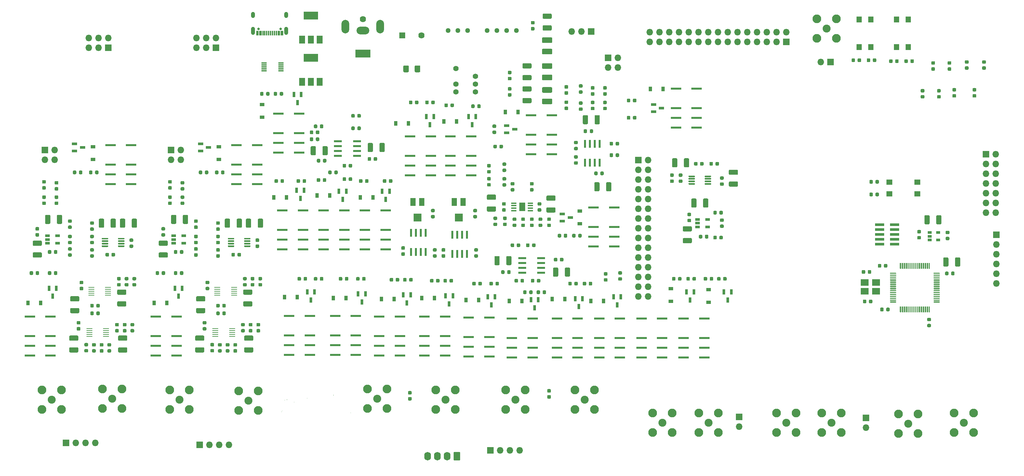
<source format=gbr>
G04 #@! TF.GenerationSoftware,KiCad,Pcbnew,(5.1.6-0-10_14)*
G04 #@! TF.CreationDate,2021-10-01T11:36:57+02:00*
G04 #@! TF.ProjectId,BioZ_front_end_V2_1,42696f5a-5f66-4726-9f6e-745f656e645f,rev?*
G04 #@! TF.SameCoordinates,Original*
G04 #@! TF.FileFunction,Soldermask,Top*
G04 #@! TF.FilePolarity,Negative*
%FSLAX46Y46*%
G04 Gerber Fmt 4.6, Leading zero omitted, Abs format (unit mm)*
G04 Created by KiCad (PCBNEW (5.1.6-0-10_14)) date 2021-10-01 11:36:57*
%MOMM*%
%LPD*%
G01*
G04 APERTURE LIST*
%ADD10C,0.010000*%
%ADD11R,1.518600X0.270000*%
%ADD12R,0.740000X1.440000*%
%ADD13R,2.737800X0.477200*%
%ADD14R,0.920000X1.220000*%
%ADD15R,1.220000X0.920000*%
%ADD16R,1.440000X0.740000*%
%ADD17O,1.720000X1.720000*%
%ADD18R,1.720000X1.720000*%
%ADD19R,1.240000X0.670000*%
%ADD20C,2.270000*%
%ADD21C,2.070000*%
%ADD22R,1.520000X2.020000*%
%ADD23R,3.820000X2.020000*%
%ADD24R,2.120000X1.820000*%
%ADD25R,1.320000X2.020000*%
%ADD26R,2.020000X2.020000*%
%ADD27R,1.080000X0.670000*%
%ADD28C,1.290000*%
%ADD29R,1.417000X0.299400*%
%ADD30R,1.990000X0.620000*%
%ADD31R,1.620000X1.420000*%
%ADD32R,1.420000X1.620000*%
%ADD33O,1.020000X2.120000*%
%ADD34O,1.020000X1.620000*%
%ADD35C,0.670000*%
%ADD36R,0.320000X1.170000*%
%ADD37C,1.620000*%
%ADD38R,1.620000X1.620000*%
%ADD39R,0.620000X1.990000*%
%ADD40R,1.442400X0.451800*%
%ADD41R,1.520000X2.220000*%
%ADD42O,1.760000X2.210000*%
%ADD43R,2.420000X0.760000*%
%ADD44R,4.020000X2.020000*%
%ADD45O,3.320000X2.020000*%
%ADD46O,2.020000X3.520000*%
%ADD47C,1.391600*%
G04 APERTURE END LIST*
D10*
G04 #@! TO.C,G\u002A\u002A\u002A*
G36*
X103550400Y-137389400D02*
G01*
X103541933Y-137397866D01*
X103533466Y-137389400D01*
X103541933Y-137380933D01*
X103550400Y-137389400D01*
G37*
X103550400Y-137389400D02*
X103541933Y-137397866D01*
X103533466Y-137389400D01*
X103541933Y-137380933D01*
X103550400Y-137389400D01*
G36*
X85516400Y-137186200D02*
G01*
X85507933Y-137194666D01*
X85499466Y-137186200D01*
X85507933Y-137177733D01*
X85516400Y-137186200D01*
G37*
X85516400Y-137186200D02*
X85507933Y-137194666D01*
X85499466Y-137186200D01*
X85507933Y-137177733D01*
X85516400Y-137186200D01*
G36*
X85697022Y-136929378D02*
G01*
X85694697Y-136939444D01*
X85685733Y-136940666D01*
X85671795Y-136934471D01*
X85674444Y-136929378D01*
X85694540Y-136927351D01*
X85697022Y-136929378D01*
G37*
X85697022Y-136929378D02*
X85694697Y-136939444D01*
X85685733Y-136940666D01*
X85671795Y-136934471D01*
X85674444Y-136929378D01*
X85694540Y-136927351D01*
X85697022Y-136929378D01*
G36*
X88818400Y-134629267D02*
G01*
X88809933Y-134637733D01*
X88801466Y-134629267D01*
X88809933Y-134620800D01*
X88818400Y-134629267D01*
G37*
X88818400Y-134629267D02*
X88809933Y-134637733D01*
X88801466Y-134629267D01*
X88809933Y-134620800D01*
X88818400Y-134629267D01*
G36*
X86363066Y-134138200D02*
G01*
X86354599Y-134146667D01*
X86346133Y-134138200D01*
X86354599Y-134129733D01*
X86363066Y-134138200D01*
G37*
X86363066Y-134138200D02*
X86354599Y-134146667D01*
X86346133Y-134138200D01*
X86354599Y-134129733D01*
X86363066Y-134138200D01*
G36*
X86955733Y-133985800D02*
G01*
X86947266Y-133994267D01*
X86938800Y-133985800D01*
X86947266Y-133977333D01*
X86955733Y-133985800D01*
G37*
X86955733Y-133985800D02*
X86947266Y-133994267D01*
X86938800Y-133985800D01*
X86947266Y-133977333D01*
X86955733Y-133985800D01*
G36*
X92205066Y-133579400D02*
G01*
X92196600Y-133587867D01*
X92188133Y-133579400D01*
X92196600Y-133570933D01*
X92205066Y-133579400D01*
G37*
X92205066Y-133579400D02*
X92196600Y-133587867D01*
X92188133Y-133579400D01*
X92196600Y-133570933D01*
X92205066Y-133579400D01*
G36*
X99063066Y-132800466D02*
G01*
X99054599Y-132808933D01*
X99046133Y-132800466D01*
X99054599Y-132792000D01*
X99063066Y-132800466D01*
G37*
X99063066Y-132800466D02*
X99054599Y-132808933D01*
X99046133Y-132800466D01*
X99054599Y-132792000D01*
X99063066Y-132800466D01*
G04 #@! TD*
D11*
G04 #@! TO.C,U8*
X68365600Y-117490600D03*
X68365600Y-117008000D03*
X68365600Y-116500000D03*
X68365600Y-115992000D03*
X68365600Y-115509400D03*
X72734400Y-115509400D03*
X72734400Y-115992000D03*
X72734400Y-116500000D03*
X72734400Y-117008000D03*
X72734400Y-117490600D03*
G04 #@! TD*
G04 #@! TO.C,U9*
X35565600Y-117490600D03*
X35565600Y-117008000D03*
X35565600Y-116500000D03*
X35565600Y-115992000D03*
X35565600Y-115509400D03*
X39934400Y-115509400D03*
X39934400Y-115992000D03*
X39934400Y-116500000D03*
X39934400Y-117008000D03*
X39934400Y-117490600D03*
G04 #@! TD*
G04 #@! TO.C,U12*
X36065600Y-106740600D03*
X36065600Y-106258000D03*
X36065600Y-105750000D03*
X36065600Y-105242000D03*
X36065600Y-104759400D03*
X40434400Y-104759400D03*
X40434400Y-105242000D03*
X40434400Y-105750000D03*
X40434400Y-106258000D03*
X40434400Y-106740600D03*
G04 #@! TD*
G04 #@! TO.C,U20*
G36*
G01*
X246605000Y-99837500D02*
X246605000Y-98412500D01*
G75*
G02*
X246677500Y-98340000I72500J0D01*
G01*
X246822500Y-98340000D01*
G75*
G02*
X246895000Y-98412500I0J-72500D01*
G01*
X246895000Y-99837500D01*
G75*
G02*
X246822500Y-99910000I-72500J0D01*
G01*
X246677500Y-99910000D01*
G75*
G02*
X246605000Y-99837500I0J72500D01*
G01*
G37*
G36*
G01*
X247105000Y-99837500D02*
X247105000Y-98412500D01*
G75*
G02*
X247177500Y-98340000I72500J0D01*
G01*
X247322500Y-98340000D01*
G75*
G02*
X247395000Y-98412500I0J-72500D01*
G01*
X247395000Y-99837500D01*
G75*
G02*
X247322500Y-99910000I-72500J0D01*
G01*
X247177500Y-99910000D01*
G75*
G02*
X247105000Y-99837500I0J72500D01*
G01*
G37*
G36*
G01*
X247605000Y-99837500D02*
X247605000Y-98412500D01*
G75*
G02*
X247677500Y-98340000I72500J0D01*
G01*
X247822500Y-98340000D01*
G75*
G02*
X247895000Y-98412500I0J-72500D01*
G01*
X247895000Y-99837500D01*
G75*
G02*
X247822500Y-99910000I-72500J0D01*
G01*
X247677500Y-99910000D01*
G75*
G02*
X247605000Y-99837500I0J72500D01*
G01*
G37*
G36*
G01*
X248105000Y-99837500D02*
X248105000Y-98412500D01*
G75*
G02*
X248177500Y-98340000I72500J0D01*
G01*
X248322500Y-98340000D01*
G75*
G02*
X248395000Y-98412500I0J-72500D01*
G01*
X248395000Y-99837500D01*
G75*
G02*
X248322500Y-99910000I-72500J0D01*
G01*
X248177500Y-99910000D01*
G75*
G02*
X248105000Y-99837500I0J72500D01*
G01*
G37*
G36*
G01*
X248605000Y-99837500D02*
X248605000Y-98412500D01*
G75*
G02*
X248677500Y-98340000I72500J0D01*
G01*
X248822500Y-98340000D01*
G75*
G02*
X248895000Y-98412500I0J-72500D01*
G01*
X248895000Y-99837500D01*
G75*
G02*
X248822500Y-99910000I-72500J0D01*
G01*
X248677500Y-99910000D01*
G75*
G02*
X248605000Y-99837500I0J72500D01*
G01*
G37*
G36*
G01*
X249105000Y-99837500D02*
X249105000Y-98412500D01*
G75*
G02*
X249177500Y-98340000I72500J0D01*
G01*
X249322500Y-98340000D01*
G75*
G02*
X249395000Y-98412500I0J-72500D01*
G01*
X249395000Y-99837500D01*
G75*
G02*
X249322500Y-99910000I-72500J0D01*
G01*
X249177500Y-99910000D01*
G75*
G02*
X249105000Y-99837500I0J72500D01*
G01*
G37*
G36*
G01*
X249605000Y-99837500D02*
X249605000Y-98412500D01*
G75*
G02*
X249677500Y-98340000I72500J0D01*
G01*
X249822500Y-98340000D01*
G75*
G02*
X249895000Y-98412500I0J-72500D01*
G01*
X249895000Y-99837500D01*
G75*
G02*
X249822500Y-99910000I-72500J0D01*
G01*
X249677500Y-99910000D01*
G75*
G02*
X249605000Y-99837500I0J72500D01*
G01*
G37*
G36*
G01*
X250105000Y-99837500D02*
X250105000Y-98412500D01*
G75*
G02*
X250177500Y-98340000I72500J0D01*
G01*
X250322500Y-98340000D01*
G75*
G02*
X250395000Y-98412500I0J-72500D01*
G01*
X250395000Y-99837500D01*
G75*
G02*
X250322500Y-99910000I-72500J0D01*
G01*
X250177500Y-99910000D01*
G75*
G02*
X250105000Y-99837500I0J72500D01*
G01*
G37*
G36*
G01*
X250605000Y-99837500D02*
X250605000Y-98412500D01*
G75*
G02*
X250677500Y-98340000I72500J0D01*
G01*
X250822500Y-98340000D01*
G75*
G02*
X250895000Y-98412500I0J-72500D01*
G01*
X250895000Y-99837500D01*
G75*
G02*
X250822500Y-99910000I-72500J0D01*
G01*
X250677500Y-99910000D01*
G75*
G02*
X250605000Y-99837500I0J72500D01*
G01*
G37*
G36*
G01*
X251105000Y-99837500D02*
X251105000Y-98412500D01*
G75*
G02*
X251177500Y-98340000I72500J0D01*
G01*
X251322500Y-98340000D01*
G75*
G02*
X251395000Y-98412500I0J-72500D01*
G01*
X251395000Y-99837500D01*
G75*
G02*
X251322500Y-99910000I-72500J0D01*
G01*
X251177500Y-99910000D01*
G75*
G02*
X251105000Y-99837500I0J72500D01*
G01*
G37*
G36*
G01*
X251605000Y-99837500D02*
X251605000Y-98412500D01*
G75*
G02*
X251677500Y-98340000I72500J0D01*
G01*
X251822500Y-98340000D01*
G75*
G02*
X251895000Y-98412500I0J-72500D01*
G01*
X251895000Y-99837500D01*
G75*
G02*
X251822500Y-99910000I-72500J0D01*
G01*
X251677500Y-99910000D01*
G75*
G02*
X251605000Y-99837500I0J72500D01*
G01*
G37*
G36*
G01*
X252105000Y-99837500D02*
X252105000Y-98412500D01*
G75*
G02*
X252177500Y-98340000I72500J0D01*
G01*
X252322500Y-98340000D01*
G75*
G02*
X252395000Y-98412500I0J-72500D01*
G01*
X252395000Y-99837500D01*
G75*
G02*
X252322500Y-99910000I-72500J0D01*
G01*
X252177500Y-99910000D01*
G75*
G02*
X252105000Y-99837500I0J72500D01*
G01*
G37*
G36*
G01*
X252605000Y-99837500D02*
X252605000Y-98412500D01*
G75*
G02*
X252677500Y-98340000I72500J0D01*
G01*
X252822500Y-98340000D01*
G75*
G02*
X252895000Y-98412500I0J-72500D01*
G01*
X252895000Y-99837500D01*
G75*
G02*
X252822500Y-99910000I-72500J0D01*
G01*
X252677500Y-99910000D01*
G75*
G02*
X252605000Y-99837500I0J72500D01*
G01*
G37*
G36*
G01*
X253105000Y-99837500D02*
X253105000Y-98412500D01*
G75*
G02*
X253177500Y-98340000I72500J0D01*
G01*
X253322500Y-98340000D01*
G75*
G02*
X253395000Y-98412500I0J-72500D01*
G01*
X253395000Y-99837500D01*
G75*
G02*
X253322500Y-99910000I-72500J0D01*
G01*
X253177500Y-99910000D01*
G75*
G02*
X253105000Y-99837500I0J72500D01*
G01*
G37*
G36*
G01*
X253605000Y-99837500D02*
X253605000Y-98412500D01*
G75*
G02*
X253677500Y-98340000I72500J0D01*
G01*
X253822500Y-98340000D01*
G75*
G02*
X253895000Y-98412500I0J-72500D01*
G01*
X253895000Y-99837500D01*
G75*
G02*
X253822500Y-99910000I-72500J0D01*
G01*
X253677500Y-99910000D01*
G75*
G02*
X253605000Y-99837500I0J72500D01*
G01*
G37*
G36*
G01*
X254105000Y-99837500D02*
X254105000Y-98412500D01*
G75*
G02*
X254177500Y-98340000I72500J0D01*
G01*
X254322500Y-98340000D01*
G75*
G02*
X254395000Y-98412500I0J-72500D01*
G01*
X254395000Y-99837500D01*
G75*
G02*
X254322500Y-99910000I-72500J0D01*
G01*
X254177500Y-99910000D01*
G75*
G02*
X254105000Y-99837500I0J72500D01*
G01*
G37*
G36*
G01*
X255390000Y-101122500D02*
X255390000Y-100977500D01*
G75*
G02*
X255462500Y-100905000I72500J0D01*
G01*
X256887500Y-100905000D01*
G75*
G02*
X256960000Y-100977500I0J-72500D01*
G01*
X256960000Y-101122500D01*
G75*
G02*
X256887500Y-101195000I-72500J0D01*
G01*
X255462500Y-101195000D01*
G75*
G02*
X255390000Y-101122500I0J72500D01*
G01*
G37*
G36*
G01*
X255390000Y-101622500D02*
X255390000Y-101477500D01*
G75*
G02*
X255462500Y-101405000I72500J0D01*
G01*
X256887500Y-101405000D01*
G75*
G02*
X256960000Y-101477500I0J-72500D01*
G01*
X256960000Y-101622500D01*
G75*
G02*
X256887500Y-101695000I-72500J0D01*
G01*
X255462500Y-101695000D01*
G75*
G02*
X255390000Y-101622500I0J72500D01*
G01*
G37*
G36*
G01*
X255390000Y-102122500D02*
X255390000Y-101977500D01*
G75*
G02*
X255462500Y-101905000I72500J0D01*
G01*
X256887500Y-101905000D01*
G75*
G02*
X256960000Y-101977500I0J-72500D01*
G01*
X256960000Y-102122500D01*
G75*
G02*
X256887500Y-102195000I-72500J0D01*
G01*
X255462500Y-102195000D01*
G75*
G02*
X255390000Y-102122500I0J72500D01*
G01*
G37*
G36*
G01*
X255390000Y-102622500D02*
X255390000Y-102477500D01*
G75*
G02*
X255462500Y-102405000I72500J0D01*
G01*
X256887500Y-102405000D01*
G75*
G02*
X256960000Y-102477500I0J-72500D01*
G01*
X256960000Y-102622500D01*
G75*
G02*
X256887500Y-102695000I-72500J0D01*
G01*
X255462500Y-102695000D01*
G75*
G02*
X255390000Y-102622500I0J72500D01*
G01*
G37*
G36*
G01*
X255390000Y-103122500D02*
X255390000Y-102977500D01*
G75*
G02*
X255462500Y-102905000I72500J0D01*
G01*
X256887500Y-102905000D01*
G75*
G02*
X256960000Y-102977500I0J-72500D01*
G01*
X256960000Y-103122500D01*
G75*
G02*
X256887500Y-103195000I-72500J0D01*
G01*
X255462500Y-103195000D01*
G75*
G02*
X255390000Y-103122500I0J72500D01*
G01*
G37*
G36*
G01*
X255390000Y-103622500D02*
X255390000Y-103477500D01*
G75*
G02*
X255462500Y-103405000I72500J0D01*
G01*
X256887500Y-103405000D01*
G75*
G02*
X256960000Y-103477500I0J-72500D01*
G01*
X256960000Y-103622500D01*
G75*
G02*
X256887500Y-103695000I-72500J0D01*
G01*
X255462500Y-103695000D01*
G75*
G02*
X255390000Y-103622500I0J72500D01*
G01*
G37*
G36*
G01*
X255390000Y-104122500D02*
X255390000Y-103977500D01*
G75*
G02*
X255462500Y-103905000I72500J0D01*
G01*
X256887500Y-103905000D01*
G75*
G02*
X256960000Y-103977500I0J-72500D01*
G01*
X256960000Y-104122500D01*
G75*
G02*
X256887500Y-104195000I-72500J0D01*
G01*
X255462500Y-104195000D01*
G75*
G02*
X255390000Y-104122500I0J72500D01*
G01*
G37*
G36*
G01*
X255390000Y-104622500D02*
X255390000Y-104477500D01*
G75*
G02*
X255462500Y-104405000I72500J0D01*
G01*
X256887500Y-104405000D01*
G75*
G02*
X256960000Y-104477500I0J-72500D01*
G01*
X256960000Y-104622500D01*
G75*
G02*
X256887500Y-104695000I-72500J0D01*
G01*
X255462500Y-104695000D01*
G75*
G02*
X255390000Y-104622500I0J72500D01*
G01*
G37*
G36*
G01*
X255390000Y-105122500D02*
X255390000Y-104977500D01*
G75*
G02*
X255462500Y-104905000I72500J0D01*
G01*
X256887500Y-104905000D01*
G75*
G02*
X256960000Y-104977500I0J-72500D01*
G01*
X256960000Y-105122500D01*
G75*
G02*
X256887500Y-105195000I-72500J0D01*
G01*
X255462500Y-105195000D01*
G75*
G02*
X255390000Y-105122500I0J72500D01*
G01*
G37*
G36*
G01*
X255390000Y-105622500D02*
X255390000Y-105477500D01*
G75*
G02*
X255462500Y-105405000I72500J0D01*
G01*
X256887500Y-105405000D01*
G75*
G02*
X256960000Y-105477500I0J-72500D01*
G01*
X256960000Y-105622500D01*
G75*
G02*
X256887500Y-105695000I-72500J0D01*
G01*
X255462500Y-105695000D01*
G75*
G02*
X255390000Y-105622500I0J72500D01*
G01*
G37*
G36*
G01*
X255390000Y-106122500D02*
X255390000Y-105977500D01*
G75*
G02*
X255462500Y-105905000I72500J0D01*
G01*
X256887500Y-105905000D01*
G75*
G02*
X256960000Y-105977500I0J-72500D01*
G01*
X256960000Y-106122500D01*
G75*
G02*
X256887500Y-106195000I-72500J0D01*
G01*
X255462500Y-106195000D01*
G75*
G02*
X255390000Y-106122500I0J72500D01*
G01*
G37*
G36*
G01*
X255390000Y-106622500D02*
X255390000Y-106477500D01*
G75*
G02*
X255462500Y-106405000I72500J0D01*
G01*
X256887500Y-106405000D01*
G75*
G02*
X256960000Y-106477500I0J-72500D01*
G01*
X256960000Y-106622500D01*
G75*
G02*
X256887500Y-106695000I-72500J0D01*
G01*
X255462500Y-106695000D01*
G75*
G02*
X255390000Y-106622500I0J72500D01*
G01*
G37*
G36*
G01*
X255390000Y-107122500D02*
X255390000Y-106977500D01*
G75*
G02*
X255462500Y-106905000I72500J0D01*
G01*
X256887500Y-106905000D01*
G75*
G02*
X256960000Y-106977500I0J-72500D01*
G01*
X256960000Y-107122500D01*
G75*
G02*
X256887500Y-107195000I-72500J0D01*
G01*
X255462500Y-107195000D01*
G75*
G02*
X255390000Y-107122500I0J72500D01*
G01*
G37*
G36*
G01*
X255390000Y-107622500D02*
X255390000Y-107477500D01*
G75*
G02*
X255462500Y-107405000I72500J0D01*
G01*
X256887500Y-107405000D01*
G75*
G02*
X256960000Y-107477500I0J-72500D01*
G01*
X256960000Y-107622500D01*
G75*
G02*
X256887500Y-107695000I-72500J0D01*
G01*
X255462500Y-107695000D01*
G75*
G02*
X255390000Y-107622500I0J72500D01*
G01*
G37*
G36*
G01*
X255390000Y-108122500D02*
X255390000Y-107977500D01*
G75*
G02*
X255462500Y-107905000I72500J0D01*
G01*
X256887500Y-107905000D01*
G75*
G02*
X256960000Y-107977500I0J-72500D01*
G01*
X256960000Y-108122500D01*
G75*
G02*
X256887500Y-108195000I-72500J0D01*
G01*
X255462500Y-108195000D01*
G75*
G02*
X255390000Y-108122500I0J72500D01*
G01*
G37*
G36*
G01*
X255390000Y-108622500D02*
X255390000Y-108477500D01*
G75*
G02*
X255462500Y-108405000I72500J0D01*
G01*
X256887500Y-108405000D01*
G75*
G02*
X256960000Y-108477500I0J-72500D01*
G01*
X256960000Y-108622500D01*
G75*
G02*
X256887500Y-108695000I-72500J0D01*
G01*
X255462500Y-108695000D01*
G75*
G02*
X255390000Y-108622500I0J72500D01*
G01*
G37*
G36*
G01*
X254105000Y-111187500D02*
X254105000Y-109762500D01*
G75*
G02*
X254177500Y-109690000I72500J0D01*
G01*
X254322500Y-109690000D01*
G75*
G02*
X254395000Y-109762500I0J-72500D01*
G01*
X254395000Y-111187500D01*
G75*
G02*
X254322500Y-111260000I-72500J0D01*
G01*
X254177500Y-111260000D01*
G75*
G02*
X254105000Y-111187500I0J72500D01*
G01*
G37*
G36*
G01*
X253605000Y-111187500D02*
X253605000Y-109762500D01*
G75*
G02*
X253677500Y-109690000I72500J0D01*
G01*
X253822500Y-109690000D01*
G75*
G02*
X253895000Y-109762500I0J-72500D01*
G01*
X253895000Y-111187500D01*
G75*
G02*
X253822500Y-111260000I-72500J0D01*
G01*
X253677500Y-111260000D01*
G75*
G02*
X253605000Y-111187500I0J72500D01*
G01*
G37*
G36*
G01*
X253105000Y-111187500D02*
X253105000Y-109762500D01*
G75*
G02*
X253177500Y-109690000I72500J0D01*
G01*
X253322500Y-109690000D01*
G75*
G02*
X253395000Y-109762500I0J-72500D01*
G01*
X253395000Y-111187500D01*
G75*
G02*
X253322500Y-111260000I-72500J0D01*
G01*
X253177500Y-111260000D01*
G75*
G02*
X253105000Y-111187500I0J72500D01*
G01*
G37*
G36*
G01*
X252605000Y-111187500D02*
X252605000Y-109762500D01*
G75*
G02*
X252677500Y-109690000I72500J0D01*
G01*
X252822500Y-109690000D01*
G75*
G02*
X252895000Y-109762500I0J-72500D01*
G01*
X252895000Y-111187500D01*
G75*
G02*
X252822500Y-111260000I-72500J0D01*
G01*
X252677500Y-111260000D01*
G75*
G02*
X252605000Y-111187500I0J72500D01*
G01*
G37*
G36*
G01*
X252105000Y-111187500D02*
X252105000Y-109762500D01*
G75*
G02*
X252177500Y-109690000I72500J0D01*
G01*
X252322500Y-109690000D01*
G75*
G02*
X252395000Y-109762500I0J-72500D01*
G01*
X252395000Y-111187500D01*
G75*
G02*
X252322500Y-111260000I-72500J0D01*
G01*
X252177500Y-111260000D01*
G75*
G02*
X252105000Y-111187500I0J72500D01*
G01*
G37*
G36*
G01*
X251605000Y-111187500D02*
X251605000Y-109762500D01*
G75*
G02*
X251677500Y-109690000I72500J0D01*
G01*
X251822500Y-109690000D01*
G75*
G02*
X251895000Y-109762500I0J-72500D01*
G01*
X251895000Y-111187500D01*
G75*
G02*
X251822500Y-111260000I-72500J0D01*
G01*
X251677500Y-111260000D01*
G75*
G02*
X251605000Y-111187500I0J72500D01*
G01*
G37*
G36*
G01*
X251105000Y-111187500D02*
X251105000Y-109762500D01*
G75*
G02*
X251177500Y-109690000I72500J0D01*
G01*
X251322500Y-109690000D01*
G75*
G02*
X251395000Y-109762500I0J-72500D01*
G01*
X251395000Y-111187500D01*
G75*
G02*
X251322500Y-111260000I-72500J0D01*
G01*
X251177500Y-111260000D01*
G75*
G02*
X251105000Y-111187500I0J72500D01*
G01*
G37*
G36*
G01*
X250605000Y-111187500D02*
X250605000Y-109762500D01*
G75*
G02*
X250677500Y-109690000I72500J0D01*
G01*
X250822500Y-109690000D01*
G75*
G02*
X250895000Y-109762500I0J-72500D01*
G01*
X250895000Y-111187500D01*
G75*
G02*
X250822500Y-111260000I-72500J0D01*
G01*
X250677500Y-111260000D01*
G75*
G02*
X250605000Y-111187500I0J72500D01*
G01*
G37*
G36*
G01*
X250105000Y-111187500D02*
X250105000Y-109762500D01*
G75*
G02*
X250177500Y-109690000I72500J0D01*
G01*
X250322500Y-109690000D01*
G75*
G02*
X250395000Y-109762500I0J-72500D01*
G01*
X250395000Y-111187500D01*
G75*
G02*
X250322500Y-111260000I-72500J0D01*
G01*
X250177500Y-111260000D01*
G75*
G02*
X250105000Y-111187500I0J72500D01*
G01*
G37*
G36*
G01*
X249605000Y-111187500D02*
X249605000Y-109762500D01*
G75*
G02*
X249677500Y-109690000I72500J0D01*
G01*
X249822500Y-109690000D01*
G75*
G02*
X249895000Y-109762500I0J-72500D01*
G01*
X249895000Y-111187500D01*
G75*
G02*
X249822500Y-111260000I-72500J0D01*
G01*
X249677500Y-111260000D01*
G75*
G02*
X249605000Y-111187500I0J72500D01*
G01*
G37*
G36*
G01*
X249105000Y-111187500D02*
X249105000Y-109762500D01*
G75*
G02*
X249177500Y-109690000I72500J0D01*
G01*
X249322500Y-109690000D01*
G75*
G02*
X249395000Y-109762500I0J-72500D01*
G01*
X249395000Y-111187500D01*
G75*
G02*
X249322500Y-111260000I-72500J0D01*
G01*
X249177500Y-111260000D01*
G75*
G02*
X249105000Y-111187500I0J72500D01*
G01*
G37*
G36*
G01*
X248605000Y-111187500D02*
X248605000Y-109762500D01*
G75*
G02*
X248677500Y-109690000I72500J0D01*
G01*
X248822500Y-109690000D01*
G75*
G02*
X248895000Y-109762500I0J-72500D01*
G01*
X248895000Y-111187500D01*
G75*
G02*
X248822500Y-111260000I-72500J0D01*
G01*
X248677500Y-111260000D01*
G75*
G02*
X248605000Y-111187500I0J72500D01*
G01*
G37*
G36*
G01*
X248105000Y-111187500D02*
X248105000Y-109762500D01*
G75*
G02*
X248177500Y-109690000I72500J0D01*
G01*
X248322500Y-109690000D01*
G75*
G02*
X248395000Y-109762500I0J-72500D01*
G01*
X248395000Y-111187500D01*
G75*
G02*
X248322500Y-111260000I-72500J0D01*
G01*
X248177500Y-111260000D01*
G75*
G02*
X248105000Y-111187500I0J72500D01*
G01*
G37*
G36*
G01*
X247605000Y-111187500D02*
X247605000Y-109762500D01*
G75*
G02*
X247677500Y-109690000I72500J0D01*
G01*
X247822500Y-109690000D01*
G75*
G02*
X247895000Y-109762500I0J-72500D01*
G01*
X247895000Y-111187500D01*
G75*
G02*
X247822500Y-111260000I-72500J0D01*
G01*
X247677500Y-111260000D01*
G75*
G02*
X247605000Y-111187500I0J72500D01*
G01*
G37*
G36*
G01*
X247105000Y-111187500D02*
X247105000Y-109762500D01*
G75*
G02*
X247177500Y-109690000I72500J0D01*
G01*
X247322500Y-109690000D01*
G75*
G02*
X247395000Y-109762500I0J-72500D01*
G01*
X247395000Y-111187500D01*
G75*
G02*
X247322500Y-111260000I-72500J0D01*
G01*
X247177500Y-111260000D01*
G75*
G02*
X247105000Y-111187500I0J72500D01*
G01*
G37*
G36*
G01*
X246605000Y-111187500D02*
X246605000Y-109762500D01*
G75*
G02*
X246677500Y-109690000I72500J0D01*
G01*
X246822500Y-109690000D01*
G75*
G02*
X246895000Y-109762500I0J-72500D01*
G01*
X246895000Y-111187500D01*
G75*
G02*
X246822500Y-111260000I-72500J0D01*
G01*
X246677500Y-111260000D01*
G75*
G02*
X246605000Y-111187500I0J72500D01*
G01*
G37*
G36*
G01*
X244040000Y-108622500D02*
X244040000Y-108477500D01*
G75*
G02*
X244112500Y-108405000I72500J0D01*
G01*
X245537500Y-108405000D01*
G75*
G02*
X245610000Y-108477500I0J-72500D01*
G01*
X245610000Y-108622500D01*
G75*
G02*
X245537500Y-108695000I-72500J0D01*
G01*
X244112500Y-108695000D01*
G75*
G02*
X244040000Y-108622500I0J72500D01*
G01*
G37*
G36*
G01*
X244040000Y-108122500D02*
X244040000Y-107977500D01*
G75*
G02*
X244112500Y-107905000I72500J0D01*
G01*
X245537500Y-107905000D01*
G75*
G02*
X245610000Y-107977500I0J-72500D01*
G01*
X245610000Y-108122500D01*
G75*
G02*
X245537500Y-108195000I-72500J0D01*
G01*
X244112500Y-108195000D01*
G75*
G02*
X244040000Y-108122500I0J72500D01*
G01*
G37*
G36*
G01*
X244040000Y-107622500D02*
X244040000Y-107477500D01*
G75*
G02*
X244112500Y-107405000I72500J0D01*
G01*
X245537500Y-107405000D01*
G75*
G02*
X245610000Y-107477500I0J-72500D01*
G01*
X245610000Y-107622500D01*
G75*
G02*
X245537500Y-107695000I-72500J0D01*
G01*
X244112500Y-107695000D01*
G75*
G02*
X244040000Y-107622500I0J72500D01*
G01*
G37*
G36*
G01*
X244040000Y-107122500D02*
X244040000Y-106977500D01*
G75*
G02*
X244112500Y-106905000I72500J0D01*
G01*
X245537500Y-106905000D01*
G75*
G02*
X245610000Y-106977500I0J-72500D01*
G01*
X245610000Y-107122500D01*
G75*
G02*
X245537500Y-107195000I-72500J0D01*
G01*
X244112500Y-107195000D01*
G75*
G02*
X244040000Y-107122500I0J72500D01*
G01*
G37*
G36*
G01*
X244040000Y-106622500D02*
X244040000Y-106477500D01*
G75*
G02*
X244112500Y-106405000I72500J0D01*
G01*
X245537500Y-106405000D01*
G75*
G02*
X245610000Y-106477500I0J-72500D01*
G01*
X245610000Y-106622500D01*
G75*
G02*
X245537500Y-106695000I-72500J0D01*
G01*
X244112500Y-106695000D01*
G75*
G02*
X244040000Y-106622500I0J72500D01*
G01*
G37*
G36*
G01*
X244040000Y-106122500D02*
X244040000Y-105977500D01*
G75*
G02*
X244112500Y-105905000I72500J0D01*
G01*
X245537500Y-105905000D01*
G75*
G02*
X245610000Y-105977500I0J-72500D01*
G01*
X245610000Y-106122500D01*
G75*
G02*
X245537500Y-106195000I-72500J0D01*
G01*
X244112500Y-106195000D01*
G75*
G02*
X244040000Y-106122500I0J72500D01*
G01*
G37*
G36*
G01*
X244040000Y-105622500D02*
X244040000Y-105477500D01*
G75*
G02*
X244112500Y-105405000I72500J0D01*
G01*
X245537500Y-105405000D01*
G75*
G02*
X245610000Y-105477500I0J-72500D01*
G01*
X245610000Y-105622500D01*
G75*
G02*
X245537500Y-105695000I-72500J0D01*
G01*
X244112500Y-105695000D01*
G75*
G02*
X244040000Y-105622500I0J72500D01*
G01*
G37*
G36*
G01*
X244040000Y-105122500D02*
X244040000Y-104977500D01*
G75*
G02*
X244112500Y-104905000I72500J0D01*
G01*
X245537500Y-104905000D01*
G75*
G02*
X245610000Y-104977500I0J-72500D01*
G01*
X245610000Y-105122500D01*
G75*
G02*
X245537500Y-105195000I-72500J0D01*
G01*
X244112500Y-105195000D01*
G75*
G02*
X244040000Y-105122500I0J72500D01*
G01*
G37*
G36*
G01*
X244040000Y-104622500D02*
X244040000Y-104477500D01*
G75*
G02*
X244112500Y-104405000I72500J0D01*
G01*
X245537500Y-104405000D01*
G75*
G02*
X245610000Y-104477500I0J-72500D01*
G01*
X245610000Y-104622500D01*
G75*
G02*
X245537500Y-104695000I-72500J0D01*
G01*
X244112500Y-104695000D01*
G75*
G02*
X244040000Y-104622500I0J72500D01*
G01*
G37*
G36*
G01*
X244040000Y-104122500D02*
X244040000Y-103977500D01*
G75*
G02*
X244112500Y-103905000I72500J0D01*
G01*
X245537500Y-103905000D01*
G75*
G02*
X245610000Y-103977500I0J-72500D01*
G01*
X245610000Y-104122500D01*
G75*
G02*
X245537500Y-104195000I-72500J0D01*
G01*
X244112500Y-104195000D01*
G75*
G02*
X244040000Y-104122500I0J72500D01*
G01*
G37*
G36*
G01*
X244040000Y-103622500D02*
X244040000Y-103477500D01*
G75*
G02*
X244112500Y-103405000I72500J0D01*
G01*
X245537500Y-103405000D01*
G75*
G02*
X245610000Y-103477500I0J-72500D01*
G01*
X245610000Y-103622500D01*
G75*
G02*
X245537500Y-103695000I-72500J0D01*
G01*
X244112500Y-103695000D01*
G75*
G02*
X244040000Y-103622500I0J72500D01*
G01*
G37*
G36*
G01*
X244040000Y-103122500D02*
X244040000Y-102977500D01*
G75*
G02*
X244112500Y-102905000I72500J0D01*
G01*
X245537500Y-102905000D01*
G75*
G02*
X245610000Y-102977500I0J-72500D01*
G01*
X245610000Y-103122500D01*
G75*
G02*
X245537500Y-103195000I-72500J0D01*
G01*
X244112500Y-103195000D01*
G75*
G02*
X244040000Y-103122500I0J72500D01*
G01*
G37*
G36*
G01*
X244040000Y-102622500D02*
X244040000Y-102477500D01*
G75*
G02*
X244112500Y-102405000I72500J0D01*
G01*
X245537500Y-102405000D01*
G75*
G02*
X245610000Y-102477500I0J-72500D01*
G01*
X245610000Y-102622500D01*
G75*
G02*
X245537500Y-102695000I-72500J0D01*
G01*
X244112500Y-102695000D01*
G75*
G02*
X244040000Y-102622500I0J72500D01*
G01*
G37*
G36*
G01*
X244040000Y-102122500D02*
X244040000Y-101977500D01*
G75*
G02*
X244112500Y-101905000I72500J0D01*
G01*
X245537500Y-101905000D01*
G75*
G02*
X245610000Y-101977500I0J-72500D01*
G01*
X245610000Y-102122500D01*
G75*
G02*
X245537500Y-102195000I-72500J0D01*
G01*
X244112500Y-102195000D01*
G75*
G02*
X244040000Y-102122500I0J72500D01*
G01*
G37*
G36*
G01*
X244040000Y-101622500D02*
X244040000Y-101477500D01*
G75*
G02*
X244112500Y-101405000I72500J0D01*
G01*
X245537500Y-101405000D01*
G75*
G02*
X245610000Y-101477500I0J-72500D01*
G01*
X245610000Y-101622500D01*
G75*
G02*
X245537500Y-101695000I-72500J0D01*
G01*
X244112500Y-101695000D01*
G75*
G02*
X244040000Y-101622500I0J72500D01*
G01*
G37*
G36*
G01*
X244040000Y-101122500D02*
X244040000Y-100977500D01*
G75*
G02*
X244112500Y-100905000I72500J0D01*
G01*
X245537500Y-100905000D01*
G75*
G02*
X245610000Y-100977500I0J-72500D01*
G01*
X245610000Y-101122500D01*
G75*
G02*
X245537500Y-101195000I-72500J0D01*
G01*
X244112500Y-101195000D01*
G75*
G02*
X244040000Y-101122500I0J72500D01*
G01*
G37*
G04 #@! TD*
D12*
G04 #@! TO.C,Q2*
X59750000Y-104950000D03*
X57850000Y-104950000D03*
X58800000Y-107050000D03*
G04 #@! TD*
G04 #@! TO.C,C68*
G36*
G01*
X66561250Y-103910000D02*
X66038750Y-103910000D01*
G75*
G02*
X65815000Y-103686250I0J223750D01*
G01*
X65815000Y-103238750D01*
G75*
G02*
X66038750Y-103015000I223750J0D01*
G01*
X66561250Y-103015000D01*
G75*
G02*
X66785000Y-103238750I0J-223750D01*
G01*
X66785000Y-103686250D01*
G75*
G02*
X66561250Y-103910000I-223750J0D01*
G01*
G37*
G36*
G01*
X66561250Y-105485000D02*
X66038750Y-105485000D01*
G75*
G02*
X65815000Y-105261250I0J223750D01*
G01*
X65815000Y-104813750D01*
G75*
G02*
X66038750Y-104590000I223750J0D01*
G01*
X66561250Y-104590000D01*
G75*
G02*
X66785000Y-104813750I0J-223750D01*
G01*
X66785000Y-105261250D01*
G75*
G02*
X66561250Y-105485000I-223750J0D01*
G01*
G37*
G04 #@! TD*
G04 #@! TO.C,C67*
G36*
G01*
X76311250Y-102910000D02*
X75788750Y-102910000D01*
G75*
G02*
X75565000Y-102686250I0J223750D01*
G01*
X75565000Y-102238750D01*
G75*
G02*
X75788750Y-102015000I223750J0D01*
G01*
X76311250Y-102015000D01*
G75*
G02*
X76535000Y-102238750I0J-223750D01*
G01*
X76535000Y-102686250D01*
G75*
G02*
X76311250Y-102910000I-223750J0D01*
G01*
G37*
G36*
G01*
X76311250Y-104485000D02*
X75788750Y-104485000D01*
G75*
G02*
X75565000Y-104261250I0J223750D01*
G01*
X75565000Y-103813750D01*
G75*
G02*
X75788750Y-103590000I223750J0D01*
G01*
X76311250Y-103590000D01*
G75*
G02*
X76535000Y-103813750I0J-223750D01*
G01*
X76535000Y-104261250D01*
G75*
G02*
X76311250Y-104485000I-223750J0D01*
G01*
G37*
G04 #@! TD*
G04 #@! TO.C,R38*
G36*
G01*
X70177500Y-111761250D02*
X70177500Y-111238750D01*
G75*
G02*
X70401250Y-111015000I223750J0D01*
G01*
X70848750Y-111015000D01*
G75*
G02*
X71072500Y-111238750I0J-223750D01*
G01*
X71072500Y-111761250D01*
G75*
G02*
X70848750Y-111985000I-223750J0D01*
G01*
X70401250Y-111985000D01*
G75*
G02*
X70177500Y-111761250I0J223750D01*
G01*
G37*
G36*
G01*
X68602500Y-111761250D02*
X68602500Y-111238750D01*
G75*
G02*
X68826250Y-111015000I223750J0D01*
G01*
X69273750Y-111015000D01*
G75*
G02*
X69497500Y-111238750I0J-223750D01*
G01*
X69497500Y-111761250D01*
G75*
G02*
X69273750Y-111985000I-223750J0D01*
G01*
X68826250Y-111985000D01*
G75*
G02*
X68602500Y-111761250I0J223750D01*
G01*
G37*
G04 #@! TD*
D13*
G04 #@! TO.C,K2*
X52857600Y-112387300D03*
X52857600Y-117467300D03*
X52857600Y-120007300D03*
X52857600Y-122547300D03*
X58242400Y-122547300D03*
X58242400Y-120007300D03*
X58242400Y-117467300D03*
X58242400Y-112387300D03*
G04 #@! TD*
G04 #@! TO.C,R22*
G36*
G01*
X58460000Y-100738750D02*
X58460000Y-101261250D01*
G75*
G02*
X58236250Y-101485000I-223750J0D01*
G01*
X57788750Y-101485000D01*
G75*
G02*
X57565000Y-101261250I0J223750D01*
G01*
X57565000Y-100738750D01*
G75*
G02*
X57788750Y-100515000I223750J0D01*
G01*
X58236250Y-100515000D01*
G75*
G02*
X58460000Y-100738750I0J-223750D01*
G01*
G37*
G36*
G01*
X60035000Y-100738750D02*
X60035000Y-101261250D01*
G75*
G02*
X59811250Y-101485000I-223750J0D01*
G01*
X59363750Y-101485000D01*
G75*
G02*
X59140000Y-101261250I0J223750D01*
G01*
X59140000Y-100738750D01*
G75*
G02*
X59363750Y-100515000I223750J0D01*
G01*
X59811250Y-100515000D01*
G75*
G02*
X60035000Y-100738750I0J-223750D01*
G01*
G37*
G04 #@! TD*
G04 #@! TO.C,R13*
G36*
G01*
X71811250Y-120160000D02*
X71288750Y-120160000D01*
G75*
G02*
X71065000Y-119936250I0J223750D01*
G01*
X71065000Y-119488750D01*
G75*
G02*
X71288750Y-119265000I223750J0D01*
G01*
X71811250Y-119265000D01*
G75*
G02*
X72035000Y-119488750I0J-223750D01*
G01*
X72035000Y-119936250D01*
G75*
G02*
X71811250Y-120160000I-223750J0D01*
G01*
G37*
G36*
G01*
X71811250Y-121735000D02*
X71288750Y-121735000D01*
G75*
G02*
X71065000Y-121511250I0J223750D01*
G01*
X71065000Y-121063750D01*
G75*
G02*
X71288750Y-120840000I223750J0D01*
G01*
X71811250Y-120840000D01*
G75*
G02*
X72035000Y-121063750I0J-223750D01*
G01*
X72035000Y-121511250D01*
G75*
G02*
X71811250Y-121735000I-223750J0D01*
G01*
G37*
G04 #@! TD*
G04 #@! TO.C,R15*
G36*
G01*
X69811250Y-120160000D02*
X69288750Y-120160000D01*
G75*
G02*
X69065000Y-119936250I0J223750D01*
G01*
X69065000Y-119488750D01*
G75*
G02*
X69288750Y-119265000I223750J0D01*
G01*
X69811250Y-119265000D01*
G75*
G02*
X70035000Y-119488750I0J-223750D01*
G01*
X70035000Y-119936250D01*
G75*
G02*
X69811250Y-120160000I-223750J0D01*
G01*
G37*
G36*
G01*
X69811250Y-121735000D02*
X69288750Y-121735000D01*
G75*
G02*
X69065000Y-121511250I0J223750D01*
G01*
X69065000Y-121063750D01*
G75*
G02*
X69288750Y-120840000I223750J0D01*
G01*
X69811250Y-120840000D01*
G75*
G02*
X70035000Y-121063750I0J-223750D01*
G01*
X70035000Y-121511250D01*
G75*
G02*
X69811250Y-121735000I-223750J0D01*
G01*
G37*
G04 #@! TD*
G04 #@! TO.C,R16*
G36*
G01*
X53710000Y-100738750D02*
X53710000Y-101261250D01*
G75*
G02*
X53486250Y-101485000I-223750J0D01*
G01*
X53038750Y-101485000D01*
G75*
G02*
X52815000Y-101261250I0J223750D01*
G01*
X52815000Y-100738750D01*
G75*
G02*
X53038750Y-100515000I223750J0D01*
G01*
X53486250Y-100515000D01*
G75*
G02*
X53710000Y-100738750I0J-223750D01*
G01*
G37*
G36*
G01*
X55285000Y-100738750D02*
X55285000Y-101261250D01*
G75*
G02*
X55061250Y-101485000I-223750J0D01*
G01*
X54613750Y-101485000D01*
G75*
G02*
X54390000Y-101261250I0J223750D01*
G01*
X54390000Y-100738750D01*
G75*
G02*
X54613750Y-100515000I223750J0D01*
G01*
X55061250Y-100515000D01*
G75*
G02*
X55285000Y-100738750I0J-223750D01*
G01*
G37*
G04 #@! TD*
G04 #@! TO.C,R20*
G36*
G01*
X77811250Y-114910000D02*
X77288750Y-114910000D01*
G75*
G02*
X77065000Y-114686250I0J223750D01*
G01*
X77065000Y-114238750D01*
G75*
G02*
X77288750Y-114015000I223750J0D01*
G01*
X77811250Y-114015000D01*
G75*
G02*
X78035000Y-114238750I0J-223750D01*
G01*
X78035000Y-114686250D01*
G75*
G02*
X77811250Y-114910000I-223750J0D01*
G01*
G37*
G36*
G01*
X77811250Y-116485000D02*
X77288750Y-116485000D01*
G75*
G02*
X77065000Y-116261250I0J223750D01*
G01*
X77065000Y-115813750D01*
G75*
G02*
X77288750Y-115590000I223750J0D01*
G01*
X77811250Y-115590000D01*
G75*
G02*
X78035000Y-115813750I0J-223750D01*
G01*
X78035000Y-116261250D01*
G75*
G02*
X77811250Y-116485000I-223750J0D01*
G01*
G37*
G04 #@! TD*
G04 #@! TO.C,R50*
G36*
G01*
X65640000Y-75011250D02*
X65640000Y-74488750D01*
G75*
G02*
X65863750Y-74265000I223750J0D01*
G01*
X66311250Y-74265000D01*
G75*
G02*
X66535000Y-74488750I0J-223750D01*
G01*
X66535000Y-75011250D01*
G75*
G02*
X66311250Y-75235000I-223750J0D01*
G01*
X65863750Y-75235000D01*
G75*
G02*
X65640000Y-75011250I0J223750D01*
G01*
G37*
G36*
G01*
X64065000Y-75011250D02*
X64065000Y-74488750D01*
G75*
G02*
X64288750Y-74265000I223750J0D01*
G01*
X64736250Y-74265000D01*
G75*
G02*
X64960000Y-74488750I0J-223750D01*
G01*
X64960000Y-75011250D01*
G75*
G02*
X64736250Y-75235000I-223750J0D01*
G01*
X64288750Y-75235000D01*
G75*
G02*
X64065000Y-75011250I0J223750D01*
G01*
G37*
G04 #@! TD*
G04 #@! TO.C,R52*
G36*
G01*
X80311250Y-102910000D02*
X79788750Y-102910000D01*
G75*
G02*
X79565000Y-102686250I0J223750D01*
G01*
X79565000Y-102238750D01*
G75*
G02*
X79788750Y-102015000I223750J0D01*
G01*
X80311250Y-102015000D01*
G75*
G02*
X80535000Y-102238750I0J-223750D01*
G01*
X80535000Y-102686250D01*
G75*
G02*
X80311250Y-102910000I-223750J0D01*
G01*
G37*
G36*
G01*
X80311250Y-104485000D02*
X79788750Y-104485000D01*
G75*
G02*
X79565000Y-104261250I0J223750D01*
G01*
X79565000Y-103813750D01*
G75*
G02*
X79788750Y-103590000I223750J0D01*
G01*
X80311250Y-103590000D01*
G75*
G02*
X80535000Y-103813750I0J-223750D01*
G01*
X80535000Y-104261250D01*
G75*
G02*
X80311250Y-104485000I-223750J0D01*
G01*
G37*
G04 #@! TD*
G04 #@! TO.C,R48*
G36*
G01*
X78311250Y-102910000D02*
X77788750Y-102910000D01*
G75*
G02*
X77565000Y-102686250I0J223750D01*
G01*
X77565000Y-102238750D01*
G75*
G02*
X77788750Y-102015000I223750J0D01*
G01*
X78311250Y-102015000D01*
G75*
G02*
X78535000Y-102238750I0J-223750D01*
G01*
X78535000Y-102686250D01*
G75*
G02*
X78311250Y-102910000I-223750J0D01*
G01*
G37*
G36*
G01*
X78311250Y-104485000D02*
X77788750Y-104485000D01*
G75*
G02*
X77565000Y-104261250I0J223750D01*
G01*
X77565000Y-103813750D01*
G75*
G02*
X77788750Y-103590000I223750J0D01*
G01*
X78311250Y-103590000D01*
G75*
G02*
X78535000Y-103813750I0J-223750D01*
G01*
X78535000Y-104261250D01*
G75*
G02*
X78311250Y-104485000I-223750J0D01*
G01*
G37*
G04 #@! TD*
G04 #@! TO.C,R24*
G36*
G01*
X79811250Y-114910000D02*
X79288750Y-114910000D01*
G75*
G02*
X79065000Y-114686250I0J223750D01*
G01*
X79065000Y-114238750D01*
G75*
G02*
X79288750Y-114015000I223750J0D01*
G01*
X79811250Y-114015000D01*
G75*
G02*
X80035000Y-114238750I0J-223750D01*
G01*
X80035000Y-114686250D01*
G75*
G02*
X79811250Y-114910000I-223750J0D01*
G01*
G37*
G36*
G01*
X79811250Y-116485000D02*
X79288750Y-116485000D01*
G75*
G02*
X79065000Y-116261250I0J223750D01*
G01*
X79065000Y-115813750D01*
G75*
G02*
X79288750Y-115590000I223750J0D01*
G01*
X79811250Y-115590000D01*
G75*
G02*
X80035000Y-115813750I0J-223750D01*
G01*
X80035000Y-116261250D01*
G75*
G02*
X79811250Y-116485000I-223750J0D01*
G01*
G37*
G04 #@! TD*
G04 #@! TO.C,R44*
G36*
G01*
X69852500Y-75011250D02*
X69852500Y-74488750D01*
G75*
G02*
X70076250Y-74265000I223750J0D01*
G01*
X70523750Y-74265000D01*
G75*
G02*
X70747500Y-74488750I0J-223750D01*
G01*
X70747500Y-75011250D01*
G75*
G02*
X70523750Y-75235000I-223750J0D01*
G01*
X70076250Y-75235000D01*
G75*
G02*
X69852500Y-75011250I0J223750D01*
G01*
G37*
G36*
G01*
X68277500Y-75011250D02*
X68277500Y-74488750D01*
G75*
G02*
X68501250Y-74265000I223750J0D01*
G01*
X68948750Y-74265000D01*
G75*
G02*
X69172500Y-74488750I0J-223750D01*
G01*
X69172500Y-75011250D01*
G75*
G02*
X68948750Y-75235000I-223750J0D01*
G01*
X68501250Y-75235000D01*
G75*
G02*
X68277500Y-75011250I0J223750D01*
G01*
G37*
G04 #@! TD*
D14*
G04 #@! TO.C,D7*
X55700000Y-108750000D03*
X52400000Y-108750000D03*
G04 #@! TD*
D15*
G04 #@! TO.C,D14*
X69300000Y-71400000D03*
X69300000Y-68100000D03*
G04 #@! TD*
G04 #@! TO.C,C65*
G36*
G01*
X77731227Y-106635000D02*
X75868773Y-106635000D01*
G75*
G02*
X75615000Y-106381227I0J253773D01*
G01*
X75615000Y-105543773D01*
G75*
G02*
X75868773Y-105290000I253773J0D01*
G01*
X77731227Y-105290000D01*
G75*
G02*
X77985000Y-105543773I0J-253773D01*
G01*
X77985000Y-106381227D01*
G75*
G02*
X77731227Y-106635000I-253773J0D01*
G01*
G37*
G36*
G01*
X77731227Y-109710000D02*
X75868773Y-109710000D01*
G75*
G02*
X75615000Y-109456227I0J253773D01*
G01*
X75615000Y-108618773D01*
G75*
G02*
X75868773Y-108365000I253773J0D01*
G01*
X77731227Y-108365000D01*
G75*
G02*
X77985000Y-108618773I0J-253773D01*
G01*
X77985000Y-109456227D01*
G75*
G02*
X77731227Y-109710000I-253773J0D01*
G01*
G37*
G04 #@! TD*
G04 #@! TO.C,C63*
G36*
G01*
X63618773Y-110115000D02*
X65481227Y-110115000D01*
G75*
G02*
X65735000Y-110368773I0J-253773D01*
G01*
X65735000Y-111206227D01*
G75*
G02*
X65481227Y-111460000I-253773J0D01*
G01*
X63618773Y-111460000D01*
G75*
G02*
X63365000Y-111206227I0J253773D01*
G01*
X63365000Y-110368773D01*
G75*
G02*
X63618773Y-110115000I253773J0D01*
G01*
G37*
G36*
G01*
X63618773Y-107040000D02*
X65481227Y-107040000D01*
G75*
G02*
X65735000Y-107293773I0J-253773D01*
G01*
X65735000Y-108131227D01*
G75*
G02*
X65481227Y-108385000I-253773J0D01*
G01*
X63618773Y-108385000D01*
G75*
G02*
X63365000Y-108131227I0J253773D01*
G01*
X63365000Y-107293773D01*
G75*
G02*
X63618773Y-107040000I253773J0D01*
G01*
G37*
G04 #@! TD*
G04 #@! TO.C,C57*
G36*
G01*
X69497500Y-109238750D02*
X69497500Y-109761250D01*
G75*
G02*
X69273750Y-109985000I-223750J0D01*
G01*
X68826250Y-109985000D01*
G75*
G02*
X68602500Y-109761250I0J223750D01*
G01*
X68602500Y-109238750D01*
G75*
G02*
X68826250Y-109015000I223750J0D01*
G01*
X69273750Y-109015000D01*
G75*
G02*
X69497500Y-109238750I0J-223750D01*
G01*
G37*
G36*
G01*
X71072500Y-109238750D02*
X71072500Y-109761250D01*
G75*
G02*
X70848750Y-109985000I-223750J0D01*
G01*
X70401250Y-109985000D01*
G75*
G02*
X70177500Y-109761250I0J223750D01*
G01*
X70177500Y-109238750D01*
G75*
G02*
X70401250Y-109015000I223750J0D01*
G01*
X70848750Y-109015000D01*
G75*
G02*
X71072500Y-109238750I0J-223750D01*
G01*
G37*
G04 #@! TD*
G04 #@! TO.C,C36*
G36*
G01*
X73288750Y-120840000D02*
X73811250Y-120840000D01*
G75*
G02*
X74035000Y-121063750I0J-223750D01*
G01*
X74035000Y-121511250D01*
G75*
G02*
X73811250Y-121735000I-223750J0D01*
G01*
X73288750Y-121735000D01*
G75*
G02*
X73065000Y-121511250I0J223750D01*
G01*
X73065000Y-121063750D01*
G75*
G02*
X73288750Y-120840000I223750J0D01*
G01*
G37*
G36*
G01*
X73288750Y-119265000D02*
X73811250Y-119265000D01*
G75*
G02*
X74035000Y-119488750I0J-223750D01*
G01*
X74035000Y-119936250D01*
G75*
G02*
X73811250Y-120160000I-223750J0D01*
G01*
X73288750Y-120160000D01*
G75*
G02*
X73065000Y-119936250I0J223750D01*
G01*
X73065000Y-119488750D01*
G75*
G02*
X73288750Y-119265000I223750J0D01*
G01*
G37*
G04 #@! TD*
G04 #@! TO.C,C35*
G36*
G01*
X67811250Y-120122500D02*
X67288750Y-120122500D01*
G75*
G02*
X67065000Y-119898750I0J223750D01*
G01*
X67065000Y-119451250D01*
G75*
G02*
X67288750Y-119227500I223750J0D01*
G01*
X67811250Y-119227500D01*
G75*
G02*
X68035000Y-119451250I0J-223750D01*
G01*
X68035000Y-119898750D01*
G75*
G02*
X67811250Y-120122500I-223750J0D01*
G01*
G37*
G36*
G01*
X67811250Y-121697500D02*
X67288750Y-121697500D01*
G75*
G02*
X67065000Y-121473750I0J223750D01*
G01*
X67065000Y-121026250D01*
G75*
G02*
X67288750Y-120802500I223750J0D01*
G01*
X67811250Y-120802500D01*
G75*
G02*
X68035000Y-121026250I0J-223750D01*
G01*
X68035000Y-121473750D01*
G75*
G02*
X67811250Y-121697500I-223750J0D01*
G01*
G37*
G04 #@! TD*
G04 #@! TO.C,C33*
G36*
G01*
X75811250Y-114910000D02*
X75288750Y-114910000D01*
G75*
G02*
X75065000Y-114686250I0J223750D01*
G01*
X75065000Y-114238750D01*
G75*
G02*
X75288750Y-114015000I223750J0D01*
G01*
X75811250Y-114015000D01*
G75*
G02*
X76035000Y-114238750I0J-223750D01*
G01*
X76035000Y-114686250D01*
G75*
G02*
X75811250Y-114910000I-223750J0D01*
G01*
G37*
G36*
G01*
X75811250Y-116485000D02*
X75288750Y-116485000D01*
G75*
G02*
X75065000Y-116261250I0J223750D01*
G01*
X75065000Y-115813750D01*
G75*
G02*
X75288750Y-115590000I223750J0D01*
G01*
X75811250Y-115590000D01*
G75*
G02*
X76035000Y-115813750I0J-223750D01*
G01*
X76035000Y-116261250D01*
G75*
G02*
X75811250Y-116485000I-223750J0D01*
G01*
G37*
G04 #@! TD*
G04 #@! TO.C,C31*
G36*
G01*
X65811250Y-114410000D02*
X65288750Y-114410000D01*
G75*
G02*
X65065000Y-114186250I0J223750D01*
G01*
X65065000Y-113738750D01*
G75*
G02*
X65288750Y-113515000I223750J0D01*
G01*
X65811250Y-113515000D01*
G75*
G02*
X66035000Y-113738750I0J-223750D01*
G01*
X66035000Y-114186250D01*
G75*
G02*
X65811250Y-114410000I-223750J0D01*
G01*
G37*
G36*
G01*
X65811250Y-115985000D02*
X65288750Y-115985000D01*
G75*
G02*
X65065000Y-115761250I0J223750D01*
G01*
X65065000Y-115313750D01*
G75*
G02*
X65288750Y-115090000I223750J0D01*
G01*
X65811250Y-115090000D01*
G75*
G02*
X66035000Y-115313750I0J-223750D01*
G01*
X66035000Y-115761250D01*
G75*
G02*
X65811250Y-115985000I-223750J0D01*
G01*
G37*
G04 #@! TD*
G04 #@! TO.C,C27*
G36*
G01*
X77981227Y-118635000D02*
X76118773Y-118635000D01*
G75*
G02*
X75865000Y-118381227I0J253773D01*
G01*
X75865000Y-117543773D01*
G75*
G02*
X76118773Y-117290000I253773J0D01*
G01*
X77981227Y-117290000D01*
G75*
G02*
X78235000Y-117543773I0J-253773D01*
G01*
X78235000Y-118381227D01*
G75*
G02*
X77981227Y-118635000I-253773J0D01*
G01*
G37*
G36*
G01*
X77981227Y-121710000D02*
X76118773Y-121710000D01*
G75*
G02*
X75865000Y-121456227I0J253773D01*
G01*
X75865000Y-120618773D01*
G75*
G02*
X76118773Y-120365000I253773J0D01*
G01*
X77981227Y-120365000D01*
G75*
G02*
X78235000Y-120618773I0J-253773D01*
G01*
X78235000Y-121456227D01*
G75*
G02*
X77981227Y-121710000I-253773J0D01*
G01*
G37*
G04 #@! TD*
G04 #@! TO.C,C23*
G36*
G01*
X63368773Y-120365000D02*
X65231227Y-120365000D01*
G75*
G02*
X65485000Y-120618773I0J-253773D01*
G01*
X65485000Y-121456227D01*
G75*
G02*
X65231227Y-121710000I-253773J0D01*
G01*
X63368773Y-121710000D01*
G75*
G02*
X63115000Y-121456227I0J253773D01*
G01*
X63115000Y-120618773D01*
G75*
G02*
X63368773Y-120365000I253773J0D01*
G01*
G37*
G36*
G01*
X63368773Y-117290000D02*
X65231227Y-117290000D01*
G75*
G02*
X65485000Y-117543773I0J-253773D01*
G01*
X65485000Y-118381227D01*
G75*
G02*
X65231227Y-118635000I-253773J0D01*
G01*
X63368773Y-118635000D01*
G75*
G02*
X63115000Y-118381227I0J253773D01*
G01*
X63115000Y-117543773D01*
G75*
G02*
X63368773Y-117290000I253773J0D01*
G01*
G37*
G04 #@! TD*
D13*
G04 #@! TO.C,K5*
X73857600Y-67637300D03*
X73857600Y-72717300D03*
X73857600Y-75257300D03*
X73857600Y-77797300D03*
X79242400Y-77797300D03*
X79242400Y-75257300D03*
X79242400Y-72717300D03*
X79242400Y-67637300D03*
G04 #@! TD*
D11*
G04 #@! TO.C,U11*
X68865600Y-106740600D03*
X68865600Y-106258000D03*
X68865600Y-105750000D03*
X68865600Y-105242000D03*
X68865600Y-104759400D03*
X73234400Y-104759400D03*
X73234400Y-105242000D03*
X73234400Y-105750000D03*
X73234400Y-106258000D03*
X73234400Y-106740600D03*
G04 #@! TD*
D16*
G04 #@! TO.C,Q5*
X64500000Y-67300000D03*
X64500000Y-69200000D03*
X66600000Y-68250000D03*
G04 #@! TD*
D17*
G04 #@! TO.C,J4*
X59400000Y-71440000D03*
X56860000Y-71440000D03*
X59400000Y-68900000D03*
D18*
X56860000Y-68900000D03*
G04 #@! TD*
G04 #@! TO.C,R28*
G36*
G01*
X68788750Y-92590000D02*
X69311250Y-92590000D01*
G75*
G02*
X69535000Y-92813750I0J-223750D01*
G01*
X69535000Y-93261250D01*
G75*
G02*
X69311250Y-93485000I-223750J0D01*
G01*
X68788750Y-93485000D01*
G75*
G02*
X68565000Y-93261250I0J223750D01*
G01*
X68565000Y-92813750D01*
G75*
G02*
X68788750Y-92590000I223750J0D01*
G01*
G37*
G36*
G01*
X68788750Y-91015000D02*
X69311250Y-91015000D01*
G75*
G02*
X69535000Y-91238750I0J-223750D01*
G01*
X69535000Y-91686250D01*
G75*
G02*
X69311250Y-91910000I-223750J0D01*
G01*
X68788750Y-91910000D01*
G75*
G02*
X68565000Y-91686250I0J223750D01*
G01*
X68565000Y-91238750D01*
G75*
G02*
X68788750Y-91015000I223750J0D01*
G01*
G37*
G04 #@! TD*
G04 #@! TO.C,R27*
G36*
G01*
X63561250Y-91910000D02*
X63038750Y-91910000D01*
G75*
G02*
X62815000Y-91686250I0J223750D01*
G01*
X62815000Y-91238750D01*
G75*
G02*
X63038750Y-91015000I223750J0D01*
G01*
X63561250Y-91015000D01*
G75*
G02*
X63785000Y-91238750I0J-223750D01*
G01*
X63785000Y-91686250D01*
G75*
G02*
X63561250Y-91910000I-223750J0D01*
G01*
G37*
G36*
G01*
X63561250Y-93485000D02*
X63038750Y-93485000D01*
G75*
G02*
X62815000Y-93261250I0J223750D01*
G01*
X62815000Y-92813750D01*
G75*
G02*
X63038750Y-92590000I223750J0D01*
G01*
X63561250Y-92590000D01*
G75*
G02*
X63785000Y-92813750I0J-223750D01*
G01*
X63785000Y-93261250D01*
G75*
G02*
X63561250Y-93485000I-223750J0D01*
G01*
G37*
G04 #@! TD*
G04 #@! TO.C,R26*
G36*
G01*
X63561250Y-95160000D02*
X63038750Y-95160000D01*
G75*
G02*
X62815000Y-94936250I0J223750D01*
G01*
X62815000Y-94488750D01*
G75*
G02*
X63038750Y-94265000I223750J0D01*
G01*
X63561250Y-94265000D01*
G75*
G02*
X63785000Y-94488750I0J-223750D01*
G01*
X63785000Y-94936250D01*
G75*
G02*
X63561250Y-95160000I-223750J0D01*
G01*
G37*
G36*
G01*
X63561250Y-96735000D02*
X63038750Y-96735000D01*
G75*
G02*
X62815000Y-96511250I0J223750D01*
G01*
X62815000Y-96063750D01*
G75*
G02*
X63038750Y-95840000I223750J0D01*
G01*
X63561250Y-95840000D01*
G75*
G02*
X63785000Y-96063750I0J-223750D01*
G01*
X63785000Y-96511250D01*
G75*
G02*
X63561250Y-96735000I-223750J0D01*
G01*
G37*
G04 #@! TD*
G04 #@! TO.C,R29*
G36*
G01*
X68788750Y-96090000D02*
X69311250Y-96090000D01*
G75*
G02*
X69535000Y-96313750I0J-223750D01*
G01*
X69535000Y-96761250D01*
G75*
G02*
X69311250Y-96985000I-223750J0D01*
G01*
X68788750Y-96985000D01*
G75*
G02*
X68565000Y-96761250I0J223750D01*
G01*
X68565000Y-96313750D01*
G75*
G02*
X68788750Y-96090000I223750J0D01*
G01*
G37*
G36*
G01*
X68788750Y-94515000D02*
X69311250Y-94515000D01*
G75*
G02*
X69535000Y-94738750I0J-223750D01*
G01*
X69535000Y-95186250D01*
G75*
G02*
X69311250Y-95410000I-223750J0D01*
G01*
X68788750Y-95410000D01*
G75*
G02*
X68565000Y-95186250I0J223750D01*
G01*
X68565000Y-94738750D01*
G75*
G02*
X68788750Y-94515000I223750J0D01*
G01*
G37*
G04 #@! TD*
G04 #@! TO.C,C42*
G36*
G01*
X73460000Y-95938750D02*
X73460000Y-96461250D01*
G75*
G02*
X73236250Y-96685000I-223750J0D01*
G01*
X72788750Y-96685000D01*
G75*
G02*
X72565000Y-96461250I0J223750D01*
G01*
X72565000Y-95938750D01*
G75*
G02*
X72788750Y-95715000I223750J0D01*
G01*
X73236250Y-95715000D01*
G75*
G02*
X73460000Y-95938750I0J-223750D01*
G01*
G37*
G36*
G01*
X75035000Y-95938750D02*
X75035000Y-96461250D01*
G75*
G02*
X74811250Y-96685000I-223750J0D01*
G01*
X74363750Y-96685000D01*
G75*
G02*
X74140000Y-96461250I0J223750D01*
G01*
X74140000Y-95938750D01*
G75*
G02*
X74363750Y-95715000I223750J0D01*
G01*
X74811250Y-95715000D01*
G75*
G02*
X75035000Y-95938750I0J-223750D01*
G01*
G37*
G04 #@! TD*
G04 #@! TO.C,C41*
G36*
G01*
X59140000Y-95761250D02*
X59140000Y-95238750D01*
G75*
G02*
X59363750Y-95015000I223750J0D01*
G01*
X59811250Y-95015000D01*
G75*
G02*
X60035000Y-95238750I0J-223750D01*
G01*
X60035000Y-95761250D01*
G75*
G02*
X59811250Y-95985000I-223750J0D01*
G01*
X59363750Y-95985000D01*
G75*
G02*
X59140000Y-95761250I0J223750D01*
G01*
G37*
G36*
G01*
X57565000Y-95761250D02*
X57565000Y-95238750D01*
G75*
G02*
X57788750Y-95015000I223750J0D01*
G01*
X58236250Y-95015000D01*
G75*
G02*
X58460000Y-95238750I0J-223750D01*
G01*
X58460000Y-95761250D01*
G75*
G02*
X58236250Y-95985000I-223750J0D01*
G01*
X57788750Y-95985000D01*
G75*
G02*
X57565000Y-95761250I0J223750D01*
G01*
G37*
G04 #@! TD*
G04 #@! TO.C,C29*
G36*
G01*
X55061250Y-89910000D02*
X54538750Y-89910000D01*
G75*
G02*
X54315000Y-89686250I0J223750D01*
G01*
X54315000Y-89238750D01*
G75*
G02*
X54538750Y-89015000I223750J0D01*
G01*
X55061250Y-89015000D01*
G75*
G02*
X55285000Y-89238750I0J-223750D01*
G01*
X55285000Y-89686250D01*
G75*
G02*
X55061250Y-89910000I-223750J0D01*
G01*
G37*
G36*
G01*
X55061250Y-91485000D02*
X54538750Y-91485000D01*
G75*
G02*
X54315000Y-91261250I0J223750D01*
G01*
X54315000Y-90813750D01*
G75*
G02*
X54538750Y-90590000I223750J0D01*
G01*
X55061250Y-90590000D01*
G75*
G02*
X55285000Y-90813750I0J-223750D01*
G01*
X55285000Y-91261250D01*
G75*
G02*
X55061250Y-91485000I-223750J0D01*
G01*
G37*
G04 #@! TD*
G04 #@! TO.C,C22*
G36*
G01*
X79038750Y-93552500D02*
X79561250Y-93552500D01*
G75*
G02*
X79785000Y-93776250I0J-223750D01*
G01*
X79785000Y-94223750D01*
G75*
G02*
X79561250Y-94447500I-223750J0D01*
G01*
X79038750Y-94447500D01*
G75*
G02*
X78815000Y-94223750I0J223750D01*
G01*
X78815000Y-93776250D01*
G75*
G02*
X79038750Y-93552500I223750J0D01*
G01*
G37*
G36*
G01*
X79038750Y-91977500D02*
X79561250Y-91977500D01*
G75*
G02*
X79785000Y-92201250I0J-223750D01*
G01*
X79785000Y-92648750D01*
G75*
G02*
X79561250Y-92872500I-223750J0D01*
G01*
X79038750Y-92872500D01*
G75*
G02*
X78815000Y-92648750I0J223750D01*
G01*
X78815000Y-92201250D01*
G75*
G02*
X79038750Y-91977500I223750J0D01*
G01*
G37*
G04 #@! TD*
G04 #@! TO.C,C20*
G36*
G01*
X55731227Y-93885000D02*
X53868773Y-93885000D01*
G75*
G02*
X53615000Y-93631227I0J253773D01*
G01*
X53615000Y-92793773D01*
G75*
G02*
X53868773Y-92540000I253773J0D01*
G01*
X55731227Y-92540000D01*
G75*
G02*
X55985000Y-92793773I0J-253773D01*
G01*
X55985000Y-93631227D01*
G75*
G02*
X55731227Y-93885000I-253773J0D01*
G01*
G37*
G36*
G01*
X55731227Y-96960000D02*
X53868773Y-96960000D01*
G75*
G02*
X53615000Y-96706227I0J253773D01*
G01*
X53615000Y-95868773D01*
G75*
G02*
X53868773Y-95615000I253773J0D01*
G01*
X55731227Y-95615000D01*
G75*
G02*
X55985000Y-95868773I0J-253773D01*
G01*
X55985000Y-96706227D01*
G75*
G02*
X55731227Y-96960000I-253773J0D01*
G01*
G37*
G04 #@! TD*
G04 #@! TO.C,C18*
G36*
G01*
X79415000Y-88931227D02*
X79415000Y-87068773D01*
G75*
G02*
X79668773Y-86815000I253773J0D01*
G01*
X80506227Y-86815000D01*
G75*
G02*
X80760000Y-87068773I0J-253773D01*
G01*
X80760000Y-88931227D01*
G75*
G02*
X80506227Y-89185000I-253773J0D01*
G01*
X79668773Y-89185000D01*
G75*
G02*
X79415000Y-88931227I0J253773D01*
G01*
G37*
G36*
G01*
X76340000Y-88931227D02*
X76340000Y-87068773D01*
G75*
G02*
X76593773Y-86815000I253773J0D01*
G01*
X77431227Y-86815000D01*
G75*
G02*
X77685000Y-87068773I0J-253773D01*
G01*
X77685000Y-88931227D01*
G75*
G02*
X77431227Y-89185000I-253773J0D01*
G01*
X76593773Y-89185000D01*
G75*
G02*
X76340000Y-88931227I0J253773D01*
G01*
G37*
G04 #@! TD*
D19*
G04 #@! TO.C,U5*
X60110000Y-91300000D03*
X60110000Y-93200000D03*
X57490000Y-93200000D03*
X57490000Y-92250000D03*
X57490000Y-91300000D03*
G04 #@! TD*
G04 #@! TO.C,U3*
G36*
G01*
X71615000Y-92130000D02*
X71615000Y-91920000D01*
G75*
G02*
X71720000Y-91815000I105000J0D01*
G01*
X73155000Y-91815000D01*
G75*
G02*
X73260000Y-91920000I0J-105000D01*
G01*
X73260000Y-92130000D01*
G75*
G02*
X73155000Y-92235000I-105000J0D01*
G01*
X71720000Y-92235000D01*
G75*
G02*
X71615000Y-92130000I0J105000D01*
G01*
G37*
G36*
G01*
X71615000Y-92780000D02*
X71615000Y-92570000D01*
G75*
G02*
X71720000Y-92465000I105000J0D01*
G01*
X73155000Y-92465000D01*
G75*
G02*
X73260000Y-92570000I0J-105000D01*
G01*
X73260000Y-92780000D01*
G75*
G02*
X73155000Y-92885000I-105000J0D01*
G01*
X71720000Y-92885000D01*
G75*
G02*
X71615000Y-92780000I0J105000D01*
G01*
G37*
G36*
G01*
X71615000Y-93430000D02*
X71615000Y-93220000D01*
G75*
G02*
X71720000Y-93115000I105000J0D01*
G01*
X73155000Y-93115000D01*
G75*
G02*
X73260000Y-93220000I0J-105000D01*
G01*
X73260000Y-93430000D01*
G75*
G02*
X73155000Y-93535000I-105000J0D01*
G01*
X71720000Y-93535000D01*
G75*
G02*
X71615000Y-93430000I0J105000D01*
G01*
G37*
G36*
G01*
X71615000Y-94080000D02*
X71615000Y-93870000D01*
G75*
G02*
X71720000Y-93765000I105000J0D01*
G01*
X73155000Y-93765000D01*
G75*
G02*
X73260000Y-93870000I0J-105000D01*
G01*
X73260000Y-94080000D01*
G75*
G02*
X73155000Y-94185000I-105000J0D01*
G01*
X71720000Y-94185000D01*
G75*
G02*
X71615000Y-94080000I0J105000D01*
G01*
G37*
G36*
G01*
X75840000Y-94080000D02*
X75840000Y-93870000D01*
G75*
G02*
X75945000Y-93765000I105000J0D01*
G01*
X77380000Y-93765000D01*
G75*
G02*
X77485000Y-93870000I0J-105000D01*
G01*
X77485000Y-94080000D01*
G75*
G02*
X77380000Y-94185000I-105000J0D01*
G01*
X75945000Y-94185000D01*
G75*
G02*
X75840000Y-94080000I0J105000D01*
G01*
G37*
G36*
G01*
X75840000Y-93430000D02*
X75840000Y-93220000D01*
G75*
G02*
X75945000Y-93115000I105000J0D01*
G01*
X77380000Y-93115000D01*
G75*
G02*
X77485000Y-93220000I0J-105000D01*
G01*
X77485000Y-93430000D01*
G75*
G02*
X77380000Y-93535000I-105000J0D01*
G01*
X75945000Y-93535000D01*
G75*
G02*
X75840000Y-93430000I0J105000D01*
G01*
G37*
G36*
G01*
X75840000Y-92780000D02*
X75840000Y-92570000D01*
G75*
G02*
X75945000Y-92465000I105000J0D01*
G01*
X77380000Y-92465000D01*
G75*
G02*
X77485000Y-92570000I0J-105000D01*
G01*
X77485000Y-92780000D01*
G75*
G02*
X77380000Y-92885000I-105000J0D01*
G01*
X75945000Y-92885000D01*
G75*
G02*
X75840000Y-92780000I0J105000D01*
G01*
G37*
G36*
G01*
X75840000Y-92130000D02*
X75840000Y-91920000D01*
G75*
G02*
X75945000Y-91815000I105000J0D01*
G01*
X77380000Y-91815000D01*
G75*
G02*
X77485000Y-91920000I0J-105000D01*
G01*
X77485000Y-92130000D01*
G75*
G02*
X77380000Y-92235000I-105000J0D01*
G01*
X75945000Y-92235000D01*
G75*
G02*
X75840000Y-92130000I0J105000D01*
G01*
G37*
G04 #@! TD*
G04 #@! TO.C,R40*
G36*
G01*
X59538750Y-82340000D02*
X60061250Y-82340000D01*
G75*
G02*
X60285000Y-82563750I0J-223750D01*
G01*
X60285000Y-83011250D01*
G75*
G02*
X60061250Y-83235000I-223750J0D01*
G01*
X59538750Y-83235000D01*
G75*
G02*
X59315000Y-83011250I0J223750D01*
G01*
X59315000Y-82563750D01*
G75*
G02*
X59538750Y-82340000I223750J0D01*
G01*
G37*
G36*
G01*
X59538750Y-80765000D02*
X60061250Y-80765000D01*
G75*
G02*
X60285000Y-80988750I0J-223750D01*
G01*
X60285000Y-81436250D01*
G75*
G02*
X60061250Y-81660000I-223750J0D01*
G01*
X59538750Y-81660000D01*
G75*
G02*
X59315000Y-81436250I0J223750D01*
G01*
X59315000Y-80988750D01*
G75*
G02*
X59538750Y-80765000I223750J0D01*
G01*
G37*
G04 #@! TD*
G04 #@! TO.C,R46*
G36*
G01*
X56288750Y-82340000D02*
X56811250Y-82340000D01*
G75*
G02*
X57035000Y-82563750I0J-223750D01*
G01*
X57035000Y-83011250D01*
G75*
G02*
X56811250Y-83235000I-223750J0D01*
G01*
X56288750Y-83235000D01*
G75*
G02*
X56065000Y-83011250I0J223750D01*
G01*
X56065000Y-82563750D01*
G75*
G02*
X56288750Y-82340000I223750J0D01*
G01*
G37*
G36*
G01*
X56288750Y-80765000D02*
X56811250Y-80765000D01*
G75*
G02*
X57035000Y-80988750I0J-223750D01*
G01*
X57035000Y-81436250D01*
G75*
G02*
X56811250Y-81660000I-223750J0D01*
G01*
X56288750Y-81660000D01*
G75*
G02*
X56065000Y-81436250I0J223750D01*
G01*
X56065000Y-80988750D01*
G75*
G02*
X56288750Y-80765000I223750J0D01*
G01*
G37*
G04 #@! TD*
G04 #@! TO.C,D12*
G36*
G01*
X56811250Y-77660000D02*
X56288750Y-77660000D01*
G75*
G02*
X56065000Y-77436250I0J223750D01*
G01*
X56065000Y-76988750D01*
G75*
G02*
X56288750Y-76765000I223750J0D01*
G01*
X56811250Y-76765000D01*
G75*
G02*
X57035000Y-76988750I0J-223750D01*
G01*
X57035000Y-77436250D01*
G75*
G02*
X56811250Y-77660000I-223750J0D01*
G01*
G37*
G36*
G01*
X56811250Y-79235000D02*
X56288750Y-79235000D01*
G75*
G02*
X56065000Y-79011250I0J223750D01*
G01*
X56065000Y-78563750D01*
G75*
G02*
X56288750Y-78340000I223750J0D01*
G01*
X56811250Y-78340000D01*
G75*
G02*
X57035000Y-78563750I0J-223750D01*
G01*
X57035000Y-79011250D01*
G75*
G02*
X56811250Y-79235000I-223750J0D01*
G01*
G37*
G04 #@! TD*
G04 #@! TO.C,D9*
G36*
G01*
X59538750Y-78590000D02*
X60061250Y-78590000D01*
G75*
G02*
X60285000Y-78813750I0J-223750D01*
G01*
X60285000Y-79261250D01*
G75*
G02*
X60061250Y-79485000I-223750J0D01*
G01*
X59538750Y-79485000D01*
G75*
G02*
X59315000Y-79261250I0J223750D01*
G01*
X59315000Y-78813750D01*
G75*
G02*
X59538750Y-78590000I223750J0D01*
G01*
G37*
G36*
G01*
X59538750Y-77015000D02*
X60061250Y-77015000D01*
G75*
G02*
X60285000Y-77238750I0J-223750D01*
G01*
X60285000Y-77686250D01*
G75*
G02*
X60061250Y-77910000I-223750J0D01*
G01*
X59538750Y-77910000D01*
G75*
G02*
X59315000Y-77686250I0J223750D01*
G01*
X59315000Y-77238750D01*
G75*
G02*
X59538750Y-77015000I223750J0D01*
G01*
G37*
G04 #@! TD*
G04 #@! TO.C,C54*
G36*
G01*
X63561250Y-87910000D02*
X63038750Y-87910000D01*
G75*
G02*
X62815000Y-87686250I0J223750D01*
G01*
X62815000Y-87238750D01*
G75*
G02*
X63038750Y-87015000I223750J0D01*
G01*
X63561250Y-87015000D01*
G75*
G02*
X63785000Y-87238750I0J-223750D01*
G01*
X63785000Y-87686250D01*
G75*
G02*
X63561250Y-87910000I-223750J0D01*
G01*
G37*
G36*
G01*
X63561250Y-89485000D02*
X63038750Y-89485000D01*
G75*
G02*
X62815000Y-89261250I0J223750D01*
G01*
X62815000Y-88813750D01*
G75*
G02*
X63038750Y-88590000I223750J0D01*
G01*
X63561250Y-88590000D01*
G75*
G02*
X63785000Y-88813750I0J-223750D01*
G01*
X63785000Y-89261250D01*
G75*
G02*
X63561250Y-89485000I-223750J0D01*
G01*
G37*
G04 #@! TD*
G04 #@! TO.C,C49*
G36*
G01*
X59915000Y-87931227D02*
X59915000Y-86068773D01*
G75*
G02*
X60168773Y-85815000I253773J0D01*
G01*
X61006227Y-85815000D01*
G75*
G02*
X61260000Y-86068773I0J-253773D01*
G01*
X61260000Y-87931227D01*
G75*
G02*
X61006227Y-88185000I-253773J0D01*
G01*
X60168773Y-88185000D01*
G75*
G02*
X59915000Y-87931227I0J253773D01*
G01*
G37*
G36*
G01*
X56840000Y-87931227D02*
X56840000Y-86068773D01*
G75*
G02*
X57093773Y-85815000I253773J0D01*
G01*
X57931227Y-85815000D01*
G75*
G02*
X58185000Y-86068773I0J-253773D01*
G01*
X58185000Y-87931227D01*
G75*
G02*
X57931227Y-88185000I-253773J0D01*
G01*
X57093773Y-88185000D01*
G75*
G02*
X56840000Y-87931227I0J253773D01*
G01*
G37*
G04 #@! TD*
G04 #@! TO.C,C52*
G36*
G01*
X69311250Y-88410000D02*
X68788750Y-88410000D01*
G75*
G02*
X68565000Y-88186250I0J223750D01*
G01*
X68565000Y-87738750D01*
G75*
G02*
X68788750Y-87515000I223750J0D01*
G01*
X69311250Y-87515000D01*
G75*
G02*
X69535000Y-87738750I0J-223750D01*
G01*
X69535000Y-88186250D01*
G75*
G02*
X69311250Y-88410000I-223750J0D01*
G01*
G37*
G36*
G01*
X69311250Y-89985000D02*
X68788750Y-89985000D01*
G75*
G02*
X68565000Y-89761250I0J223750D01*
G01*
X68565000Y-89313750D01*
G75*
G02*
X68788750Y-89090000I223750J0D01*
G01*
X69311250Y-89090000D01*
G75*
G02*
X69535000Y-89313750I0J-223750D01*
G01*
X69535000Y-89761250D01*
G75*
G02*
X69311250Y-89985000I-223750J0D01*
G01*
G37*
G04 #@! TD*
G04 #@! TO.C,C47*
G36*
G01*
X73915000Y-88931227D02*
X73915000Y-87068773D01*
G75*
G02*
X74168773Y-86815000I253773J0D01*
G01*
X75006227Y-86815000D01*
G75*
G02*
X75260000Y-87068773I0J-253773D01*
G01*
X75260000Y-88931227D01*
G75*
G02*
X75006227Y-89185000I-253773J0D01*
G01*
X74168773Y-89185000D01*
G75*
G02*
X73915000Y-88931227I0J253773D01*
G01*
G37*
G36*
G01*
X70840000Y-88931227D02*
X70840000Y-87068773D01*
G75*
G02*
X71093773Y-86815000I253773J0D01*
G01*
X71931227Y-86815000D01*
G75*
G02*
X72185000Y-87068773I0J-253773D01*
G01*
X72185000Y-88931227D01*
G75*
G02*
X71931227Y-89185000I-253773J0D01*
G01*
X71093773Y-89185000D01*
G75*
G02*
X70840000Y-88931227I0J253773D01*
G01*
G37*
G04 #@! TD*
D17*
G04 #@! TO.C,J13*
X71870000Y-145750000D03*
X69330000Y-145750000D03*
X66790000Y-145750000D03*
D18*
X64250000Y-145750000D03*
G04 #@! TD*
D17*
G04 #@! TO.C,J11*
X63420000Y-39710000D03*
X63420000Y-42250000D03*
X65960000Y-39710000D03*
X65960000Y-42250000D03*
X68500000Y-39710000D03*
D18*
X68500000Y-42250000D03*
G04 #@! TD*
D20*
G04 #@! TO.C,J8*
X74460000Y-136790000D03*
X74460000Y-131710000D03*
X79540000Y-131710000D03*
X79540000Y-136790000D03*
D21*
X77000000Y-134250000D03*
G04 #@! TD*
D20*
G04 #@! TO.C,J7*
X56460000Y-136540000D03*
X56460000Y-131460000D03*
X61540000Y-131460000D03*
X61540000Y-136540000D03*
D21*
X59000000Y-134000000D03*
G04 #@! TD*
G04 #@! TO.C,R53*
G36*
G01*
X47511250Y-102910000D02*
X46988750Y-102910000D01*
G75*
G02*
X46765000Y-102686250I0J223750D01*
G01*
X46765000Y-102238750D01*
G75*
G02*
X46988750Y-102015000I223750J0D01*
G01*
X47511250Y-102015000D01*
G75*
G02*
X47735000Y-102238750I0J-223750D01*
G01*
X47735000Y-102686250D01*
G75*
G02*
X47511250Y-102910000I-223750J0D01*
G01*
G37*
G36*
G01*
X47511250Y-104485000D02*
X46988750Y-104485000D01*
G75*
G02*
X46765000Y-104261250I0J223750D01*
G01*
X46765000Y-103813750D01*
G75*
G02*
X46988750Y-103590000I223750J0D01*
G01*
X47511250Y-103590000D01*
G75*
G02*
X47735000Y-103813750I0J-223750D01*
G01*
X47735000Y-104261250D01*
G75*
G02*
X47511250Y-104485000I-223750J0D01*
G01*
G37*
G04 #@! TD*
G04 #@! TO.C,R49*
G36*
G01*
X45511250Y-102910000D02*
X44988750Y-102910000D01*
G75*
G02*
X44765000Y-102686250I0J223750D01*
G01*
X44765000Y-102238750D01*
G75*
G02*
X44988750Y-102015000I223750J0D01*
G01*
X45511250Y-102015000D01*
G75*
G02*
X45735000Y-102238750I0J-223750D01*
G01*
X45735000Y-102686250D01*
G75*
G02*
X45511250Y-102910000I-223750J0D01*
G01*
G37*
G36*
G01*
X45511250Y-104485000D02*
X44988750Y-104485000D01*
G75*
G02*
X44765000Y-104261250I0J223750D01*
G01*
X44765000Y-103813750D01*
G75*
G02*
X44988750Y-103590000I223750J0D01*
G01*
X45511250Y-103590000D01*
G75*
G02*
X45735000Y-103813750I0J-223750D01*
G01*
X45735000Y-104261250D01*
G75*
G02*
X45511250Y-104485000I-223750J0D01*
G01*
G37*
G04 #@! TD*
G04 #@! TO.C,R39*
G36*
G01*
X37377500Y-111761250D02*
X37377500Y-111238750D01*
G75*
G02*
X37601250Y-111015000I223750J0D01*
G01*
X38048750Y-111015000D01*
G75*
G02*
X38272500Y-111238750I0J-223750D01*
G01*
X38272500Y-111761250D01*
G75*
G02*
X38048750Y-111985000I-223750J0D01*
G01*
X37601250Y-111985000D01*
G75*
G02*
X37377500Y-111761250I0J223750D01*
G01*
G37*
G36*
G01*
X35802500Y-111761250D02*
X35802500Y-111238750D01*
G75*
G02*
X36026250Y-111015000I223750J0D01*
G01*
X36473750Y-111015000D01*
G75*
G02*
X36697500Y-111238750I0J-223750D01*
G01*
X36697500Y-111761250D01*
G75*
G02*
X36473750Y-111985000I-223750J0D01*
G01*
X36026250Y-111985000D01*
G75*
G02*
X35802500Y-111761250I0J223750D01*
G01*
G37*
G04 #@! TD*
G04 #@! TO.C,C70*
G36*
G01*
X33761250Y-103910000D02*
X33238750Y-103910000D01*
G75*
G02*
X33015000Y-103686250I0J223750D01*
G01*
X33015000Y-103238750D01*
G75*
G02*
X33238750Y-103015000I223750J0D01*
G01*
X33761250Y-103015000D01*
G75*
G02*
X33985000Y-103238750I0J-223750D01*
G01*
X33985000Y-103686250D01*
G75*
G02*
X33761250Y-103910000I-223750J0D01*
G01*
G37*
G36*
G01*
X33761250Y-105485000D02*
X33238750Y-105485000D01*
G75*
G02*
X33015000Y-105261250I0J223750D01*
G01*
X33015000Y-104813750D01*
G75*
G02*
X33238750Y-104590000I223750J0D01*
G01*
X33761250Y-104590000D01*
G75*
G02*
X33985000Y-104813750I0J-223750D01*
G01*
X33985000Y-105261250D01*
G75*
G02*
X33761250Y-105485000I-223750J0D01*
G01*
G37*
G04 #@! TD*
G04 #@! TO.C,C69*
G36*
G01*
X43511250Y-102910000D02*
X42988750Y-102910000D01*
G75*
G02*
X42765000Y-102686250I0J223750D01*
G01*
X42765000Y-102238750D01*
G75*
G02*
X42988750Y-102015000I223750J0D01*
G01*
X43511250Y-102015000D01*
G75*
G02*
X43735000Y-102238750I0J-223750D01*
G01*
X43735000Y-102686250D01*
G75*
G02*
X43511250Y-102910000I-223750J0D01*
G01*
G37*
G36*
G01*
X43511250Y-104485000D02*
X42988750Y-104485000D01*
G75*
G02*
X42765000Y-104261250I0J223750D01*
G01*
X42765000Y-103813750D01*
G75*
G02*
X42988750Y-103590000I223750J0D01*
G01*
X43511250Y-103590000D01*
G75*
G02*
X43735000Y-103813750I0J-223750D01*
G01*
X43735000Y-104261250D01*
G75*
G02*
X43511250Y-104485000I-223750J0D01*
G01*
G37*
G04 #@! TD*
G04 #@! TO.C,C66*
G36*
G01*
X44931227Y-106635000D02*
X43068773Y-106635000D01*
G75*
G02*
X42815000Y-106381227I0J253773D01*
G01*
X42815000Y-105543773D01*
G75*
G02*
X43068773Y-105290000I253773J0D01*
G01*
X44931227Y-105290000D01*
G75*
G02*
X45185000Y-105543773I0J-253773D01*
G01*
X45185000Y-106381227D01*
G75*
G02*
X44931227Y-106635000I-253773J0D01*
G01*
G37*
G36*
G01*
X44931227Y-109710000D02*
X43068773Y-109710000D01*
G75*
G02*
X42815000Y-109456227I0J253773D01*
G01*
X42815000Y-108618773D01*
G75*
G02*
X43068773Y-108365000I253773J0D01*
G01*
X44931227Y-108365000D01*
G75*
G02*
X45185000Y-108618773I0J-253773D01*
G01*
X45185000Y-109456227D01*
G75*
G02*
X44931227Y-109710000I-253773J0D01*
G01*
G37*
G04 #@! TD*
G04 #@! TO.C,C64*
G36*
G01*
X30818773Y-110115000D02*
X32681227Y-110115000D01*
G75*
G02*
X32935000Y-110368773I0J-253773D01*
G01*
X32935000Y-111206227D01*
G75*
G02*
X32681227Y-111460000I-253773J0D01*
G01*
X30818773Y-111460000D01*
G75*
G02*
X30565000Y-111206227I0J253773D01*
G01*
X30565000Y-110368773D01*
G75*
G02*
X30818773Y-110115000I253773J0D01*
G01*
G37*
G36*
G01*
X30818773Y-107040000D02*
X32681227Y-107040000D01*
G75*
G02*
X32935000Y-107293773I0J-253773D01*
G01*
X32935000Y-108131227D01*
G75*
G02*
X32681227Y-108385000I-253773J0D01*
G01*
X30818773Y-108385000D01*
G75*
G02*
X30565000Y-108131227I0J253773D01*
G01*
X30565000Y-107293773D01*
G75*
G02*
X30818773Y-107040000I253773J0D01*
G01*
G37*
G04 #@! TD*
G04 #@! TO.C,C58*
G36*
G01*
X36697500Y-109238750D02*
X36697500Y-109761250D01*
G75*
G02*
X36473750Y-109985000I-223750J0D01*
G01*
X36026250Y-109985000D01*
G75*
G02*
X35802500Y-109761250I0J223750D01*
G01*
X35802500Y-109238750D01*
G75*
G02*
X36026250Y-109015000I223750J0D01*
G01*
X36473750Y-109015000D01*
G75*
G02*
X36697500Y-109238750I0J-223750D01*
G01*
G37*
G36*
G01*
X38272500Y-109238750D02*
X38272500Y-109761250D01*
G75*
G02*
X38048750Y-109985000I-223750J0D01*
G01*
X37601250Y-109985000D01*
G75*
G02*
X37377500Y-109761250I0J223750D01*
G01*
X37377500Y-109238750D01*
G75*
G02*
X37601250Y-109015000I223750J0D01*
G01*
X38048750Y-109015000D01*
G75*
G02*
X38272500Y-109238750I0J-223750D01*
G01*
G37*
G04 #@! TD*
D16*
G04 #@! TO.C,Q6*
X31700000Y-67300000D03*
X31700000Y-69200000D03*
X33800000Y-68250000D03*
G04 #@! TD*
D12*
G04 #@! TO.C,Q3*
X26950000Y-104950000D03*
X25050000Y-104950000D03*
X26000000Y-107050000D03*
G04 #@! TD*
D13*
G04 #@! TO.C,K3*
X20057600Y-112387300D03*
X20057600Y-117467300D03*
X20057600Y-120007300D03*
X20057600Y-122547300D03*
X25442400Y-122547300D03*
X25442400Y-120007300D03*
X25442400Y-117467300D03*
X25442400Y-112387300D03*
G04 #@! TD*
G04 #@! TO.C,R51*
G36*
G01*
X32840000Y-75011250D02*
X32840000Y-74488750D01*
G75*
G02*
X33063750Y-74265000I223750J0D01*
G01*
X33511250Y-74265000D01*
G75*
G02*
X33735000Y-74488750I0J-223750D01*
G01*
X33735000Y-75011250D01*
G75*
G02*
X33511250Y-75235000I-223750J0D01*
G01*
X33063750Y-75235000D01*
G75*
G02*
X32840000Y-75011250I0J223750D01*
G01*
G37*
G36*
G01*
X31265000Y-75011250D02*
X31265000Y-74488750D01*
G75*
G02*
X31488750Y-74265000I223750J0D01*
G01*
X31936250Y-74265000D01*
G75*
G02*
X32160000Y-74488750I0J-223750D01*
G01*
X32160000Y-75011250D01*
G75*
G02*
X31936250Y-75235000I-223750J0D01*
G01*
X31488750Y-75235000D01*
G75*
G02*
X31265000Y-75011250I0J223750D01*
G01*
G37*
G04 #@! TD*
G04 #@! TO.C,R45*
G36*
G01*
X37052500Y-75011250D02*
X37052500Y-74488750D01*
G75*
G02*
X37276250Y-74265000I223750J0D01*
G01*
X37723750Y-74265000D01*
G75*
G02*
X37947500Y-74488750I0J-223750D01*
G01*
X37947500Y-75011250D01*
G75*
G02*
X37723750Y-75235000I-223750J0D01*
G01*
X37276250Y-75235000D01*
G75*
G02*
X37052500Y-75011250I0J223750D01*
G01*
G37*
G36*
G01*
X35477500Y-75011250D02*
X35477500Y-74488750D01*
G75*
G02*
X35701250Y-74265000I223750J0D01*
G01*
X36148750Y-74265000D01*
G75*
G02*
X36372500Y-74488750I0J-223750D01*
G01*
X36372500Y-75011250D01*
G75*
G02*
X36148750Y-75235000I-223750J0D01*
G01*
X35701250Y-75235000D01*
G75*
G02*
X35477500Y-75011250I0J223750D01*
G01*
G37*
G04 #@! TD*
G04 #@! TO.C,R25*
G36*
G01*
X47011250Y-114910000D02*
X46488750Y-114910000D01*
G75*
G02*
X46265000Y-114686250I0J223750D01*
G01*
X46265000Y-114238750D01*
G75*
G02*
X46488750Y-114015000I223750J0D01*
G01*
X47011250Y-114015000D01*
G75*
G02*
X47235000Y-114238750I0J-223750D01*
G01*
X47235000Y-114686250D01*
G75*
G02*
X47011250Y-114910000I-223750J0D01*
G01*
G37*
G36*
G01*
X47011250Y-116485000D02*
X46488750Y-116485000D01*
G75*
G02*
X46265000Y-116261250I0J223750D01*
G01*
X46265000Y-115813750D01*
G75*
G02*
X46488750Y-115590000I223750J0D01*
G01*
X47011250Y-115590000D01*
G75*
G02*
X47235000Y-115813750I0J-223750D01*
G01*
X47235000Y-116261250D01*
G75*
G02*
X47011250Y-116485000I-223750J0D01*
G01*
G37*
G04 #@! TD*
G04 #@! TO.C,R23*
G36*
G01*
X25660000Y-100738750D02*
X25660000Y-101261250D01*
G75*
G02*
X25436250Y-101485000I-223750J0D01*
G01*
X24988750Y-101485000D01*
G75*
G02*
X24765000Y-101261250I0J223750D01*
G01*
X24765000Y-100738750D01*
G75*
G02*
X24988750Y-100515000I223750J0D01*
G01*
X25436250Y-100515000D01*
G75*
G02*
X25660000Y-100738750I0J-223750D01*
G01*
G37*
G36*
G01*
X27235000Y-100738750D02*
X27235000Y-101261250D01*
G75*
G02*
X27011250Y-101485000I-223750J0D01*
G01*
X26563750Y-101485000D01*
G75*
G02*
X26340000Y-101261250I0J223750D01*
G01*
X26340000Y-100738750D01*
G75*
G02*
X26563750Y-100515000I223750J0D01*
G01*
X27011250Y-100515000D01*
G75*
G02*
X27235000Y-100738750I0J-223750D01*
G01*
G37*
G04 #@! TD*
G04 #@! TO.C,R21*
G36*
G01*
X45011250Y-114910000D02*
X44488750Y-114910000D01*
G75*
G02*
X44265000Y-114686250I0J223750D01*
G01*
X44265000Y-114238750D01*
G75*
G02*
X44488750Y-114015000I223750J0D01*
G01*
X45011250Y-114015000D01*
G75*
G02*
X45235000Y-114238750I0J-223750D01*
G01*
X45235000Y-114686250D01*
G75*
G02*
X45011250Y-114910000I-223750J0D01*
G01*
G37*
G36*
G01*
X45011250Y-116485000D02*
X44488750Y-116485000D01*
G75*
G02*
X44265000Y-116261250I0J223750D01*
G01*
X44265000Y-115813750D01*
G75*
G02*
X44488750Y-115590000I223750J0D01*
G01*
X45011250Y-115590000D01*
G75*
G02*
X45235000Y-115813750I0J-223750D01*
G01*
X45235000Y-116261250D01*
G75*
G02*
X45011250Y-116485000I-223750J0D01*
G01*
G37*
G04 #@! TD*
G04 #@! TO.C,R18*
G36*
G01*
X20910000Y-100738750D02*
X20910000Y-101261250D01*
G75*
G02*
X20686250Y-101485000I-223750J0D01*
G01*
X20238750Y-101485000D01*
G75*
G02*
X20015000Y-101261250I0J223750D01*
G01*
X20015000Y-100738750D01*
G75*
G02*
X20238750Y-100515000I223750J0D01*
G01*
X20686250Y-100515000D01*
G75*
G02*
X20910000Y-100738750I0J-223750D01*
G01*
G37*
G36*
G01*
X22485000Y-100738750D02*
X22485000Y-101261250D01*
G75*
G02*
X22261250Y-101485000I-223750J0D01*
G01*
X21813750Y-101485000D01*
G75*
G02*
X21590000Y-101261250I0J223750D01*
G01*
X21590000Y-100738750D01*
G75*
G02*
X21813750Y-100515000I223750J0D01*
G01*
X22261250Y-100515000D01*
G75*
G02*
X22485000Y-100738750I0J-223750D01*
G01*
G37*
G04 #@! TD*
G04 #@! TO.C,R17*
G36*
G01*
X37011250Y-120160000D02*
X36488750Y-120160000D01*
G75*
G02*
X36265000Y-119936250I0J223750D01*
G01*
X36265000Y-119488750D01*
G75*
G02*
X36488750Y-119265000I223750J0D01*
G01*
X37011250Y-119265000D01*
G75*
G02*
X37235000Y-119488750I0J-223750D01*
G01*
X37235000Y-119936250D01*
G75*
G02*
X37011250Y-120160000I-223750J0D01*
G01*
G37*
G36*
G01*
X37011250Y-121735000D02*
X36488750Y-121735000D01*
G75*
G02*
X36265000Y-121511250I0J223750D01*
G01*
X36265000Y-121063750D01*
G75*
G02*
X36488750Y-120840000I223750J0D01*
G01*
X37011250Y-120840000D01*
G75*
G02*
X37235000Y-121063750I0J-223750D01*
G01*
X37235000Y-121511250D01*
G75*
G02*
X37011250Y-121735000I-223750J0D01*
G01*
G37*
G04 #@! TD*
G04 #@! TO.C,R14*
G36*
G01*
X39011250Y-120160000D02*
X38488750Y-120160000D01*
G75*
G02*
X38265000Y-119936250I0J223750D01*
G01*
X38265000Y-119488750D01*
G75*
G02*
X38488750Y-119265000I223750J0D01*
G01*
X39011250Y-119265000D01*
G75*
G02*
X39235000Y-119488750I0J-223750D01*
G01*
X39235000Y-119936250D01*
G75*
G02*
X39011250Y-120160000I-223750J0D01*
G01*
G37*
G36*
G01*
X39011250Y-121735000D02*
X38488750Y-121735000D01*
G75*
G02*
X38265000Y-121511250I0J223750D01*
G01*
X38265000Y-121063750D01*
G75*
G02*
X38488750Y-120840000I223750J0D01*
G01*
X39011250Y-120840000D01*
G75*
G02*
X39235000Y-121063750I0J-223750D01*
G01*
X39235000Y-121511250D01*
G75*
G02*
X39011250Y-121735000I-223750J0D01*
G01*
G37*
G04 #@! TD*
D15*
G04 #@! TO.C,D15*
X36500000Y-71400000D03*
X36500000Y-68100000D03*
G04 #@! TD*
D14*
G04 #@! TO.C,D8*
X22900000Y-108750000D03*
X19600000Y-108750000D03*
G04 #@! TD*
G04 #@! TO.C,C38*
G36*
G01*
X40488750Y-120840000D02*
X41011250Y-120840000D01*
G75*
G02*
X41235000Y-121063750I0J-223750D01*
G01*
X41235000Y-121511250D01*
G75*
G02*
X41011250Y-121735000I-223750J0D01*
G01*
X40488750Y-121735000D01*
G75*
G02*
X40265000Y-121511250I0J223750D01*
G01*
X40265000Y-121063750D01*
G75*
G02*
X40488750Y-120840000I223750J0D01*
G01*
G37*
G36*
G01*
X40488750Y-119265000D02*
X41011250Y-119265000D01*
G75*
G02*
X41235000Y-119488750I0J-223750D01*
G01*
X41235000Y-119936250D01*
G75*
G02*
X41011250Y-120160000I-223750J0D01*
G01*
X40488750Y-120160000D01*
G75*
G02*
X40265000Y-119936250I0J223750D01*
G01*
X40265000Y-119488750D01*
G75*
G02*
X40488750Y-119265000I223750J0D01*
G01*
G37*
G04 #@! TD*
G04 #@! TO.C,C37*
G36*
G01*
X35011250Y-120122500D02*
X34488750Y-120122500D01*
G75*
G02*
X34265000Y-119898750I0J223750D01*
G01*
X34265000Y-119451250D01*
G75*
G02*
X34488750Y-119227500I223750J0D01*
G01*
X35011250Y-119227500D01*
G75*
G02*
X35235000Y-119451250I0J-223750D01*
G01*
X35235000Y-119898750D01*
G75*
G02*
X35011250Y-120122500I-223750J0D01*
G01*
G37*
G36*
G01*
X35011250Y-121697500D02*
X34488750Y-121697500D01*
G75*
G02*
X34265000Y-121473750I0J223750D01*
G01*
X34265000Y-121026250D01*
G75*
G02*
X34488750Y-120802500I223750J0D01*
G01*
X35011250Y-120802500D01*
G75*
G02*
X35235000Y-121026250I0J-223750D01*
G01*
X35235000Y-121473750D01*
G75*
G02*
X35011250Y-121697500I-223750J0D01*
G01*
G37*
G04 #@! TD*
G04 #@! TO.C,C34*
G36*
G01*
X43011250Y-114910000D02*
X42488750Y-114910000D01*
G75*
G02*
X42265000Y-114686250I0J223750D01*
G01*
X42265000Y-114238750D01*
G75*
G02*
X42488750Y-114015000I223750J0D01*
G01*
X43011250Y-114015000D01*
G75*
G02*
X43235000Y-114238750I0J-223750D01*
G01*
X43235000Y-114686250D01*
G75*
G02*
X43011250Y-114910000I-223750J0D01*
G01*
G37*
G36*
G01*
X43011250Y-116485000D02*
X42488750Y-116485000D01*
G75*
G02*
X42265000Y-116261250I0J223750D01*
G01*
X42265000Y-115813750D01*
G75*
G02*
X42488750Y-115590000I223750J0D01*
G01*
X43011250Y-115590000D01*
G75*
G02*
X43235000Y-115813750I0J-223750D01*
G01*
X43235000Y-116261250D01*
G75*
G02*
X43011250Y-116485000I-223750J0D01*
G01*
G37*
G04 #@! TD*
G04 #@! TO.C,C32*
G36*
G01*
X33011250Y-114410000D02*
X32488750Y-114410000D01*
G75*
G02*
X32265000Y-114186250I0J223750D01*
G01*
X32265000Y-113738750D01*
G75*
G02*
X32488750Y-113515000I223750J0D01*
G01*
X33011250Y-113515000D01*
G75*
G02*
X33235000Y-113738750I0J-223750D01*
G01*
X33235000Y-114186250D01*
G75*
G02*
X33011250Y-114410000I-223750J0D01*
G01*
G37*
G36*
G01*
X33011250Y-115985000D02*
X32488750Y-115985000D01*
G75*
G02*
X32265000Y-115761250I0J223750D01*
G01*
X32265000Y-115313750D01*
G75*
G02*
X32488750Y-115090000I223750J0D01*
G01*
X33011250Y-115090000D01*
G75*
G02*
X33235000Y-115313750I0J-223750D01*
G01*
X33235000Y-115761250D01*
G75*
G02*
X33011250Y-115985000I-223750J0D01*
G01*
G37*
G04 #@! TD*
G04 #@! TO.C,C28*
G36*
G01*
X45181227Y-118635000D02*
X43318773Y-118635000D01*
G75*
G02*
X43065000Y-118381227I0J253773D01*
G01*
X43065000Y-117543773D01*
G75*
G02*
X43318773Y-117290000I253773J0D01*
G01*
X45181227Y-117290000D01*
G75*
G02*
X45435000Y-117543773I0J-253773D01*
G01*
X45435000Y-118381227D01*
G75*
G02*
X45181227Y-118635000I-253773J0D01*
G01*
G37*
G36*
G01*
X45181227Y-121710000D02*
X43318773Y-121710000D01*
G75*
G02*
X43065000Y-121456227I0J253773D01*
G01*
X43065000Y-120618773D01*
G75*
G02*
X43318773Y-120365000I253773J0D01*
G01*
X45181227Y-120365000D01*
G75*
G02*
X45435000Y-120618773I0J-253773D01*
G01*
X45435000Y-121456227D01*
G75*
G02*
X45181227Y-121710000I-253773J0D01*
G01*
G37*
G04 #@! TD*
G04 #@! TO.C,C25*
G36*
G01*
X30568773Y-120365000D02*
X32431227Y-120365000D01*
G75*
G02*
X32685000Y-120618773I0J-253773D01*
G01*
X32685000Y-121456227D01*
G75*
G02*
X32431227Y-121710000I-253773J0D01*
G01*
X30568773Y-121710000D01*
G75*
G02*
X30315000Y-121456227I0J253773D01*
G01*
X30315000Y-120618773D01*
G75*
G02*
X30568773Y-120365000I253773J0D01*
G01*
G37*
G36*
G01*
X30568773Y-117290000D02*
X32431227Y-117290000D01*
G75*
G02*
X32685000Y-117543773I0J-253773D01*
G01*
X32685000Y-118381227D01*
G75*
G02*
X32431227Y-118635000I-253773J0D01*
G01*
X30568773Y-118635000D01*
G75*
G02*
X30315000Y-118381227I0J253773D01*
G01*
X30315000Y-117543773D01*
G75*
G02*
X30568773Y-117290000I253773J0D01*
G01*
G37*
G04 #@! TD*
D13*
G04 #@! TO.C,K6*
X41057600Y-67637300D03*
X41057600Y-72717300D03*
X41057600Y-75257300D03*
X41057600Y-77797300D03*
X46442400Y-77797300D03*
X46442400Y-75257300D03*
X46442400Y-72717300D03*
X46442400Y-67637300D03*
G04 #@! TD*
D20*
G04 #@! TO.C,J9*
X23210000Y-136540000D03*
X23210000Y-131460000D03*
X28290000Y-131460000D03*
X28290000Y-136540000D03*
D21*
X25750000Y-134000000D03*
G04 #@! TD*
G04 #@! TO.C,R47*
G36*
G01*
X23488750Y-82340000D02*
X24011250Y-82340000D01*
G75*
G02*
X24235000Y-82563750I0J-223750D01*
G01*
X24235000Y-83011250D01*
G75*
G02*
X24011250Y-83235000I-223750J0D01*
G01*
X23488750Y-83235000D01*
G75*
G02*
X23265000Y-83011250I0J223750D01*
G01*
X23265000Y-82563750D01*
G75*
G02*
X23488750Y-82340000I223750J0D01*
G01*
G37*
G36*
G01*
X23488750Y-80765000D02*
X24011250Y-80765000D01*
G75*
G02*
X24235000Y-80988750I0J-223750D01*
G01*
X24235000Y-81436250D01*
G75*
G02*
X24011250Y-81660000I-223750J0D01*
G01*
X23488750Y-81660000D01*
G75*
G02*
X23265000Y-81436250I0J223750D01*
G01*
X23265000Y-80988750D01*
G75*
G02*
X23488750Y-80765000I223750J0D01*
G01*
G37*
G04 #@! TD*
G04 #@! TO.C,R41*
G36*
G01*
X26738750Y-82340000D02*
X27261250Y-82340000D01*
G75*
G02*
X27485000Y-82563750I0J-223750D01*
G01*
X27485000Y-83011250D01*
G75*
G02*
X27261250Y-83235000I-223750J0D01*
G01*
X26738750Y-83235000D01*
G75*
G02*
X26515000Y-83011250I0J223750D01*
G01*
X26515000Y-82563750D01*
G75*
G02*
X26738750Y-82340000I223750J0D01*
G01*
G37*
G36*
G01*
X26738750Y-80765000D02*
X27261250Y-80765000D01*
G75*
G02*
X27485000Y-80988750I0J-223750D01*
G01*
X27485000Y-81436250D01*
G75*
G02*
X27261250Y-81660000I-223750J0D01*
G01*
X26738750Y-81660000D01*
G75*
G02*
X26515000Y-81436250I0J223750D01*
G01*
X26515000Y-80988750D01*
G75*
G02*
X26738750Y-80765000I223750J0D01*
G01*
G37*
G04 #@! TD*
G04 #@! TO.C,D13*
G36*
G01*
X24011250Y-77660000D02*
X23488750Y-77660000D01*
G75*
G02*
X23265000Y-77436250I0J223750D01*
G01*
X23265000Y-76988750D01*
G75*
G02*
X23488750Y-76765000I223750J0D01*
G01*
X24011250Y-76765000D01*
G75*
G02*
X24235000Y-76988750I0J-223750D01*
G01*
X24235000Y-77436250D01*
G75*
G02*
X24011250Y-77660000I-223750J0D01*
G01*
G37*
G36*
G01*
X24011250Y-79235000D02*
X23488750Y-79235000D01*
G75*
G02*
X23265000Y-79011250I0J223750D01*
G01*
X23265000Y-78563750D01*
G75*
G02*
X23488750Y-78340000I223750J0D01*
G01*
X24011250Y-78340000D01*
G75*
G02*
X24235000Y-78563750I0J-223750D01*
G01*
X24235000Y-79011250D01*
G75*
G02*
X24011250Y-79235000I-223750J0D01*
G01*
G37*
G04 #@! TD*
G04 #@! TO.C,D10*
G36*
G01*
X26738750Y-78590000D02*
X27261250Y-78590000D01*
G75*
G02*
X27485000Y-78813750I0J-223750D01*
G01*
X27485000Y-79261250D01*
G75*
G02*
X27261250Y-79485000I-223750J0D01*
G01*
X26738750Y-79485000D01*
G75*
G02*
X26515000Y-79261250I0J223750D01*
G01*
X26515000Y-78813750D01*
G75*
G02*
X26738750Y-78590000I223750J0D01*
G01*
G37*
G36*
G01*
X26738750Y-77015000D02*
X27261250Y-77015000D01*
G75*
G02*
X27485000Y-77238750I0J-223750D01*
G01*
X27485000Y-77686250D01*
G75*
G02*
X27261250Y-77910000I-223750J0D01*
G01*
X26738750Y-77910000D01*
G75*
G02*
X26515000Y-77686250I0J223750D01*
G01*
X26515000Y-77238750D01*
G75*
G02*
X26738750Y-77015000I223750J0D01*
G01*
G37*
G04 #@! TD*
G04 #@! TO.C,C55*
G36*
G01*
X30761250Y-87910000D02*
X30238750Y-87910000D01*
G75*
G02*
X30015000Y-87686250I0J223750D01*
G01*
X30015000Y-87238750D01*
G75*
G02*
X30238750Y-87015000I223750J0D01*
G01*
X30761250Y-87015000D01*
G75*
G02*
X30985000Y-87238750I0J-223750D01*
G01*
X30985000Y-87686250D01*
G75*
G02*
X30761250Y-87910000I-223750J0D01*
G01*
G37*
G36*
G01*
X30761250Y-89485000D02*
X30238750Y-89485000D01*
G75*
G02*
X30015000Y-89261250I0J223750D01*
G01*
X30015000Y-88813750D01*
G75*
G02*
X30238750Y-88590000I223750J0D01*
G01*
X30761250Y-88590000D01*
G75*
G02*
X30985000Y-88813750I0J-223750D01*
G01*
X30985000Y-89261250D01*
G75*
G02*
X30761250Y-89485000I-223750J0D01*
G01*
G37*
G04 #@! TD*
G04 #@! TO.C,C53*
G36*
G01*
X36511250Y-88410000D02*
X35988750Y-88410000D01*
G75*
G02*
X35765000Y-88186250I0J223750D01*
G01*
X35765000Y-87738750D01*
G75*
G02*
X35988750Y-87515000I223750J0D01*
G01*
X36511250Y-87515000D01*
G75*
G02*
X36735000Y-87738750I0J-223750D01*
G01*
X36735000Y-88186250D01*
G75*
G02*
X36511250Y-88410000I-223750J0D01*
G01*
G37*
G36*
G01*
X36511250Y-89985000D02*
X35988750Y-89985000D01*
G75*
G02*
X35765000Y-89761250I0J223750D01*
G01*
X35765000Y-89313750D01*
G75*
G02*
X35988750Y-89090000I223750J0D01*
G01*
X36511250Y-89090000D01*
G75*
G02*
X36735000Y-89313750I0J-223750D01*
G01*
X36735000Y-89761250D01*
G75*
G02*
X36511250Y-89985000I-223750J0D01*
G01*
G37*
G04 #@! TD*
G04 #@! TO.C,C50*
G36*
G01*
X27115000Y-87931227D02*
X27115000Y-86068773D01*
G75*
G02*
X27368773Y-85815000I253773J0D01*
G01*
X28206227Y-85815000D01*
G75*
G02*
X28460000Y-86068773I0J-253773D01*
G01*
X28460000Y-87931227D01*
G75*
G02*
X28206227Y-88185000I-253773J0D01*
G01*
X27368773Y-88185000D01*
G75*
G02*
X27115000Y-87931227I0J253773D01*
G01*
G37*
G36*
G01*
X24040000Y-87931227D02*
X24040000Y-86068773D01*
G75*
G02*
X24293773Y-85815000I253773J0D01*
G01*
X25131227Y-85815000D01*
G75*
G02*
X25385000Y-86068773I0J-253773D01*
G01*
X25385000Y-87931227D01*
G75*
G02*
X25131227Y-88185000I-253773J0D01*
G01*
X24293773Y-88185000D01*
G75*
G02*
X24040000Y-87931227I0J253773D01*
G01*
G37*
G04 #@! TD*
G04 #@! TO.C,C48*
G36*
G01*
X41115000Y-88931227D02*
X41115000Y-87068773D01*
G75*
G02*
X41368773Y-86815000I253773J0D01*
G01*
X42206227Y-86815000D01*
G75*
G02*
X42460000Y-87068773I0J-253773D01*
G01*
X42460000Y-88931227D01*
G75*
G02*
X42206227Y-89185000I-253773J0D01*
G01*
X41368773Y-89185000D01*
G75*
G02*
X41115000Y-88931227I0J253773D01*
G01*
G37*
G36*
G01*
X38040000Y-88931227D02*
X38040000Y-87068773D01*
G75*
G02*
X38293773Y-86815000I253773J0D01*
G01*
X39131227Y-86815000D01*
G75*
G02*
X39385000Y-87068773I0J-253773D01*
G01*
X39385000Y-88931227D01*
G75*
G02*
X39131227Y-89185000I-253773J0D01*
G01*
X38293773Y-89185000D01*
G75*
G02*
X38040000Y-88931227I0J253773D01*
G01*
G37*
G04 #@! TD*
D17*
G04 #@! TO.C,J14*
X37120000Y-145250000D03*
X34580000Y-145250000D03*
X32040000Y-145250000D03*
D18*
X29500000Y-145250000D03*
G04 #@! TD*
D17*
G04 #@! TO.C,J12*
X35420000Y-39710000D03*
X35420000Y-42250000D03*
X37960000Y-39710000D03*
X37960000Y-42250000D03*
X40500000Y-39710000D03*
D18*
X40500000Y-42250000D03*
G04 #@! TD*
D20*
G04 #@! TO.C,J10*
X38960000Y-136290000D03*
X38960000Y-131210000D03*
X44040000Y-131210000D03*
X44040000Y-136290000D03*
D21*
X41500000Y-133750000D03*
G04 #@! TD*
D17*
G04 #@! TO.C,J5*
X26540000Y-71440000D03*
X24000000Y-71440000D03*
X26540000Y-68900000D03*
D18*
X24000000Y-68900000D03*
G04 #@! TD*
G04 #@! TO.C,R33*
G36*
G01*
X35988750Y-96090000D02*
X36511250Y-96090000D01*
G75*
G02*
X36735000Y-96313750I0J-223750D01*
G01*
X36735000Y-96761250D01*
G75*
G02*
X36511250Y-96985000I-223750J0D01*
G01*
X35988750Y-96985000D01*
G75*
G02*
X35765000Y-96761250I0J223750D01*
G01*
X35765000Y-96313750D01*
G75*
G02*
X35988750Y-96090000I223750J0D01*
G01*
G37*
G36*
G01*
X35988750Y-94515000D02*
X36511250Y-94515000D01*
G75*
G02*
X36735000Y-94738750I0J-223750D01*
G01*
X36735000Y-95186250D01*
G75*
G02*
X36511250Y-95410000I-223750J0D01*
G01*
X35988750Y-95410000D01*
G75*
G02*
X35765000Y-95186250I0J223750D01*
G01*
X35765000Y-94738750D01*
G75*
G02*
X35988750Y-94515000I223750J0D01*
G01*
G37*
G04 #@! TD*
G04 #@! TO.C,R32*
G36*
G01*
X35988750Y-92590000D02*
X36511250Y-92590000D01*
G75*
G02*
X36735000Y-92813750I0J-223750D01*
G01*
X36735000Y-93261250D01*
G75*
G02*
X36511250Y-93485000I-223750J0D01*
G01*
X35988750Y-93485000D01*
G75*
G02*
X35765000Y-93261250I0J223750D01*
G01*
X35765000Y-92813750D01*
G75*
G02*
X35988750Y-92590000I223750J0D01*
G01*
G37*
G36*
G01*
X35988750Y-91015000D02*
X36511250Y-91015000D01*
G75*
G02*
X36735000Y-91238750I0J-223750D01*
G01*
X36735000Y-91686250D01*
G75*
G02*
X36511250Y-91910000I-223750J0D01*
G01*
X35988750Y-91910000D01*
G75*
G02*
X35765000Y-91686250I0J223750D01*
G01*
X35765000Y-91238750D01*
G75*
G02*
X35988750Y-91015000I223750J0D01*
G01*
G37*
G04 #@! TD*
G04 #@! TO.C,R31*
G36*
G01*
X30761250Y-91910000D02*
X30238750Y-91910000D01*
G75*
G02*
X30015000Y-91686250I0J223750D01*
G01*
X30015000Y-91238750D01*
G75*
G02*
X30238750Y-91015000I223750J0D01*
G01*
X30761250Y-91015000D01*
G75*
G02*
X30985000Y-91238750I0J-223750D01*
G01*
X30985000Y-91686250D01*
G75*
G02*
X30761250Y-91910000I-223750J0D01*
G01*
G37*
G36*
G01*
X30761250Y-93485000D02*
X30238750Y-93485000D01*
G75*
G02*
X30015000Y-93261250I0J223750D01*
G01*
X30015000Y-92813750D01*
G75*
G02*
X30238750Y-92590000I223750J0D01*
G01*
X30761250Y-92590000D01*
G75*
G02*
X30985000Y-92813750I0J-223750D01*
G01*
X30985000Y-93261250D01*
G75*
G02*
X30761250Y-93485000I-223750J0D01*
G01*
G37*
G04 #@! TD*
G04 #@! TO.C,R30*
G36*
G01*
X30761250Y-95160000D02*
X30238750Y-95160000D01*
G75*
G02*
X30015000Y-94936250I0J223750D01*
G01*
X30015000Y-94488750D01*
G75*
G02*
X30238750Y-94265000I223750J0D01*
G01*
X30761250Y-94265000D01*
G75*
G02*
X30985000Y-94488750I0J-223750D01*
G01*
X30985000Y-94936250D01*
G75*
G02*
X30761250Y-95160000I-223750J0D01*
G01*
G37*
G36*
G01*
X30761250Y-96735000D02*
X30238750Y-96735000D01*
G75*
G02*
X30015000Y-96511250I0J223750D01*
G01*
X30015000Y-96063750D01*
G75*
G02*
X30238750Y-95840000I223750J0D01*
G01*
X30761250Y-95840000D01*
G75*
G02*
X30985000Y-96063750I0J-223750D01*
G01*
X30985000Y-96511250D01*
G75*
G02*
X30761250Y-96735000I-223750J0D01*
G01*
G37*
G04 #@! TD*
G04 #@! TO.C,C44*
G36*
G01*
X40660000Y-95938750D02*
X40660000Y-96461250D01*
G75*
G02*
X40436250Y-96685000I-223750J0D01*
G01*
X39988750Y-96685000D01*
G75*
G02*
X39765000Y-96461250I0J223750D01*
G01*
X39765000Y-95938750D01*
G75*
G02*
X39988750Y-95715000I223750J0D01*
G01*
X40436250Y-95715000D01*
G75*
G02*
X40660000Y-95938750I0J-223750D01*
G01*
G37*
G36*
G01*
X42235000Y-95938750D02*
X42235000Y-96461250D01*
G75*
G02*
X42011250Y-96685000I-223750J0D01*
G01*
X41563750Y-96685000D01*
G75*
G02*
X41340000Y-96461250I0J223750D01*
G01*
X41340000Y-95938750D01*
G75*
G02*
X41563750Y-95715000I223750J0D01*
G01*
X42011250Y-95715000D01*
G75*
G02*
X42235000Y-95938750I0J-223750D01*
G01*
G37*
G04 #@! TD*
G04 #@! TO.C,C43*
G36*
G01*
X26340000Y-95761250D02*
X26340000Y-95238750D01*
G75*
G02*
X26563750Y-95015000I223750J0D01*
G01*
X27011250Y-95015000D01*
G75*
G02*
X27235000Y-95238750I0J-223750D01*
G01*
X27235000Y-95761250D01*
G75*
G02*
X27011250Y-95985000I-223750J0D01*
G01*
X26563750Y-95985000D01*
G75*
G02*
X26340000Y-95761250I0J223750D01*
G01*
G37*
G36*
G01*
X24765000Y-95761250D02*
X24765000Y-95238750D01*
G75*
G02*
X24988750Y-95015000I223750J0D01*
G01*
X25436250Y-95015000D01*
G75*
G02*
X25660000Y-95238750I0J-223750D01*
G01*
X25660000Y-95761250D01*
G75*
G02*
X25436250Y-95985000I-223750J0D01*
G01*
X24988750Y-95985000D01*
G75*
G02*
X24765000Y-95761250I0J223750D01*
G01*
G37*
G04 #@! TD*
G04 #@! TO.C,C30*
G36*
G01*
X22261250Y-89910000D02*
X21738750Y-89910000D01*
G75*
G02*
X21515000Y-89686250I0J223750D01*
G01*
X21515000Y-89238750D01*
G75*
G02*
X21738750Y-89015000I223750J0D01*
G01*
X22261250Y-89015000D01*
G75*
G02*
X22485000Y-89238750I0J-223750D01*
G01*
X22485000Y-89686250D01*
G75*
G02*
X22261250Y-89910000I-223750J0D01*
G01*
G37*
G36*
G01*
X22261250Y-91485000D02*
X21738750Y-91485000D01*
G75*
G02*
X21515000Y-91261250I0J223750D01*
G01*
X21515000Y-90813750D01*
G75*
G02*
X21738750Y-90590000I223750J0D01*
G01*
X22261250Y-90590000D01*
G75*
G02*
X22485000Y-90813750I0J-223750D01*
G01*
X22485000Y-91261250D01*
G75*
G02*
X22261250Y-91485000I-223750J0D01*
G01*
G37*
G04 #@! TD*
G04 #@! TO.C,C24*
G36*
G01*
X46238750Y-93552500D02*
X46761250Y-93552500D01*
G75*
G02*
X46985000Y-93776250I0J-223750D01*
G01*
X46985000Y-94223750D01*
G75*
G02*
X46761250Y-94447500I-223750J0D01*
G01*
X46238750Y-94447500D01*
G75*
G02*
X46015000Y-94223750I0J223750D01*
G01*
X46015000Y-93776250D01*
G75*
G02*
X46238750Y-93552500I223750J0D01*
G01*
G37*
G36*
G01*
X46238750Y-91977500D02*
X46761250Y-91977500D01*
G75*
G02*
X46985000Y-92201250I0J-223750D01*
G01*
X46985000Y-92648750D01*
G75*
G02*
X46761250Y-92872500I-223750J0D01*
G01*
X46238750Y-92872500D01*
G75*
G02*
X46015000Y-92648750I0J223750D01*
G01*
X46015000Y-92201250D01*
G75*
G02*
X46238750Y-91977500I223750J0D01*
G01*
G37*
G04 #@! TD*
G04 #@! TO.C,C21*
G36*
G01*
X22931227Y-93885000D02*
X21068773Y-93885000D01*
G75*
G02*
X20815000Y-93631227I0J253773D01*
G01*
X20815000Y-92793773D01*
G75*
G02*
X21068773Y-92540000I253773J0D01*
G01*
X22931227Y-92540000D01*
G75*
G02*
X23185000Y-92793773I0J-253773D01*
G01*
X23185000Y-93631227D01*
G75*
G02*
X22931227Y-93885000I-253773J0D01*
G01*
G37*
G36*
G01*
X22931227Y-96960000D02*
X21068773Y-96960000D01*
G75*
G02*
X20815000Y-96706227I0J253773D01*
G01*
X20815000Y-95868773D01*
G75*
G02*
X21068773Y-95615000I253773J0D01*
G01*
X22931227Y-95615000D01*
G75*
G02*
X23185000Y-95868773I0J-253773D01*
G01*
X23185000Y-96706227D01*
G75*
G02*
X22931227Y-96960000I-253773J0D01*
G01*
G37*
G04 #@! TD*
G04 #@! TO.C,C19*
G36*
G01*
X46615000Y-88931227D02*
X46615000Y-87068773D01*
G75*
G02*
X46868773Y-86815000I253773J0D01*
G01*
X47706227Y-86815000D01*
G75*
G02*
X47960000Y-87068773I0J-253773D01*
G01*
X47960000Y-88931227D01*
G75*
G02*
X47706227Y-89185000I-253773J0D01*
G01*
X46868773Y-89185000D01*
G75*
G02*
X46615000Y-88931227I0J253773D01*
G01*
G37*
G36*
G01*
X43540000Y-88931227D02*
X43540000Y-87068773D01*
G75*
G02*
X43793773Y-86815000I253773J0D01*
G01*
X44631227Y-86815000D01*
G75*
G02*
X44885000Y-87068773I0J-253773D01*
G01*
X44885000Y-88931227D01*
G75*
G02*
X44631227Y-89185000I-253773J0D01*
G01*
X43793773Y-89185000D01*
G75*
G02*
X43540000Y-88931227I0J253773D01*
G01*
G37*
G04 #@! TD*
D19*
G04 #@! TO.C,U6*
X27310000Y-91300000D03*
X27310000Y-93200000D03*
X24690000Y-93200000D03*
X24690000Y-92250000D03*
X24690000Y-91300000D03*
G04 #@! TD*
G04 #@! TO.C,U4*
G36*
G01*
X38815000Y-92130000D02*
X38815000Y-91920000D01*
G75*
G02*
X38920000Y-91815000I105000J0D01*
G01*
X40355000Y-91815000D01*
G75*
G02*
X40460000Y-91920000I0J-105000D01*
G01*
X40460000Y-92130000D01*
G75*
G02*
X40355000Y-92235000I-105000J0D01*
G01*
X38920000Y-92235000D01*
G75*
G02*
X38815000Y-92130000I0J105000D01*
G01*
G37*
G36*
G01*
X38815000Y-92780000D02*
X38815000Y-92570000D01*
G75*
G02*
X38920000Y-92465000I105000J0D01*
G01*
X40355000Y-92465000D01*
G75*
G02*
X40460000Y-92570000I0J-105000D01*
G01*
X40460000Y-92780000D01*
G75*
G02*
X40355000Y-92885000I-105000J0D01*
G01*
X38920000Y-92885000D01*
G75*
G02*
X38815000Y-92780000I0J105000D01*
G01*
G37*
G36*
G01*
X38815000Y-93430000D02*
X38815000Y-93220000D01*
G75*
G02*
X38920000Y-93115000I105000J0D01*
G01*
X40355000Y-93115000D01*
G75*
G02*
X40460000Y-93220000I0J-105000D01*
G01*
X40460000Y-93430000D01*
G75*
G02*
X40355000Y-93535000I-105000J0D01*
G01*
X38920000Y-93535000D01*
G75*
G02*
X38815000Y-93430000I0J105000D01*
G01*
G37*
G36*
G01*
X38815000Y-94080000D02*
X38815000Y-93870000D01*
G75*
G02*
X38920000Y-93765000I105000J0D01*
G01*
X40355000Y-93765000D01*
G75*
G02*
X40460000Y-93870000I0J-105000D01*
G01*
X40460000Y-94080000D01*
G75*
G02*
X40355000Y-94185000I-105000J0D01*
G01*
X38920000Y-94185000D01*
G75*
G02*
X38815000Y-94080000I0J105000D01*
G01*
G37*
G36*
G01*
X43040000Y-94080000D02*
X43040000Y-93870000D01*
G75*
G02*
X43145000Y-93765000I105000J0D01*
G01*
X44580000Y-93765000D01*
G75*
G02*
X44685000Y-93870000I0J-105000D01*
G01*
X44685000Y-94080000D01*
G75*
G02*
X44580000Y-94185000I-105000J0D01*
G01*
X43145000Y-94185000D01*
G75*
G02*
X43040000Y-94080000I0J105000D01*
G01*
G37*
G36*
G01*
X43040000Y-93430000D02*
X43040000Y-93220000D01*
G75*
G02*
X43145000Y-93115000I105000J0D01*
G01*
X44580000Y-93115000D01*
G75*
G02*
X44685000Y-93220000I0J-105000D01*
G01*
X44685000Y-93430000D01*
G75*
G02*
X44580000Y-93535000I-105000J0D01*
G01*
X43145000Y-93535000D01*
G75*
G02*
X43040000Y-93430000I0J105000D01*
G01*
G37*
G36*
G01*
X43040000Y-92780000D02*
X43040000Y-92570000D01*
G75*
G02*
X43145000Y-92465000I105000J0D01*
G01*
X44580000Y-92465000D01*
G75*
G02*
X44685000Y-92570000I0J-105000D01*
G01*
X44685000Y-92780000D01*
G75*
G02*
X44580000Y-92885000I-105000J0D01*
G01*
X43145000Y-92885000D01*
G75*
G02*
X43040000Y-92780000I0J105000D01*
G01*
G37*
G36*
G01*
X43040000Y-92130000D02*
X43040000Y-91920000D01*
G75*
G02*
X43145000Y-91815000I105000J0D01*
G01*
X44580000Y-91815000D01*
G75*
G02*
X44685000Y-91920000I0J-105000D01*
G01*
X44685000Y-92130000D01*
G75*
G02*
X44580000Y-92235000I-105000J0D01*
G01*
X43145000Y-92235000D01*
G75*
G02*
X43040000Y-92130000I0J105000D01*
G01*
G37*
G04 #@! TD*
G04 #@! TO.C,C79*
G36*
G01*
X96265000Y-70031227D02*
X96265000Y-68168773D01*
G75*
G02*
X96518773Y-67915000I253773J0D01*
G01*
X97356227Y-67915000D01*
G75*
G02*
X97610000Y-68168773I0J-253773D01*
G01*
X97610000Y-70031227D01*
G75*
G02*
X97356227Y-70285000I-253773J0D01*
G01*
X96518773Y-70285000D01*
G75*
G02*
X96265000Y-70031227I0J253773D01*
G01*
G37*
G36*
G01*
X93190000Y-70031227D02*
X93190000Y-68168773D01*
G75*
G02*
X93443773Y-67915000I253773J0D01*
G01*
X94281227Y-67915000D01*
G75*
G02*
X94535000Y-68168773I0J-253773D01*
G01*
X94535000Y-70031227D01*
G75*
G02*
X94281227Y-70285000I-253773J0D01*
G01*
X93443773Y-70285000D01*
G75*
G02*
X93190000Y-70031227I0J253773D01*
G01*
G37*
G04 #@! TD*
G04 #@! TO.C,R84*
G36*
G01*
X94540000Y-64561250D02*
X94540000Y-64038750D01*
G75*
G02*
X94763750Y-63815000I223750J0D01*
G01*
X95211250Y-63815000D01*
G75*
G02*
X95435000Y-64038750I0J-223750D01*
G01*
X95435000Y-64561250D01*
G75*
G02*
X95211250Y-64785000I-223750J0D01*
G01*
X94763750Y-64785000D01*
G75*
G02*
X94540000Y-64561250I0J223750D01*
G01*
G37*
G36*
G01*
X92965000Y-64561250D02*
X92965000Y-64038750D01*
G75*
G02*
X93188750Y-63815000I223750J0D01*
G01*
X93636250Y-63815000D01*
G75*
G02*
X93860000Y-64038750I0J-223750D01*
G01*
X93860000Y-64561250D01*
G75*
G02*
X93636250Y-64785000I-223750J0D01*
G01*
X93188750Y-64785000D01*
G75*
G02*
X92965000Y-64561250I0J223750D01*
G01*
G37*
G04 #@! TD*
G04 #@! TO.C,R79*
G36*
G01*
X93860000Y-65838750D02*
X93860000Y-66361250D01*
G75*
G02*
X93636250Y-66585000I-223750J0D01*
G01*
X93188750Y-66585000D01*
G75*
G02*
X92965000Y-66361250I0J223750D01*
G01*
X92965000Y-65838750D01*
G75*
G02*
X93188750Y-65615000I223750J0D01*
G01*
X93636250Y-65615000D01*
G75*
G02*
X93860000Y-65838750I0J-223750D01*
G01*
G37*
G36*
G01*
X95435000Y-65838750D02*
X95435000Y-66361250D01*
G75*
G02*
X95211250Y-66585000I-223750J0D01*
G01*
X94763750Y-66585000D01*
G75*
G02*
X94540000Y-66361250I0J223750D01*
G01*
X94540000Y-65838750D01*
G75*
G02*
X94763750Y-65615000I223750J0D01*
G01*
X95211250Y-65615000D01*
G75*
G02*
X95435000Y-65838750I0J-223750D01*
G01*
G37*
G04 #@! TD*
D18*
G04 #@! TO.C,J15*
X170600000Y-44900000D03*
D17*
X173140000Y-44900000D03*
X170600000Y-47440000D03*
X173140000Y-47440000D03*
G04 #@! TD*
D22*
G04 #@! TO.C,Q17*
X90950000Y-51150000D03*
X95550000Y-51150000D03*
X93250000Y-51150000D03*
D23*
X93250000Y-44850000D03*
G04 #@! TD*
D22*
G04 #@! TO.C,Q16*
X90950000Y-40150000D03*
X95550000Y-40150000D03*
X93250000Y-40150000D03*
D23*
X93250000Y-33850000D03*
G04 #@! TD*
D24*
G04 #@! TO.C,Y1*
X240350000Y-103450000D03*
X237450000Y-103450000D03*
X237450000Y-105750000D03*
X240350000Y-105750000D03*
G04 #@! TD*
D25*
G04 #@! TO.C,RV2*
X132900000Y-82500000D03*
D26*
X131750000Y-86500000D03*
D25*
X130600000Y-82500000D03*
G04 #@! TD*
G04 #@! TO.C,RV1*
X122150000Y-82500000D03*
D26*
X121000000Y-86500000D03*
D25*
X119850000Y-82500000D03*
G04 #@! TD*
D21*
G04 #@! TO.C,J19*
X146500000Y-134000000D03*
D20*
X149040000Y-136540000D03*
X149040000Y-131460000D03*
X143960000Y-131460000D03*
X143960000Y-136540000D03*
G04 #@! TD*
D12*
G04 #@! TO.C,Q25*
X173950000Y-107200000D03*
X172050000Y-107200000D03*
X173000000Y-109300000D03*
G04 #@! TD*
G04 #@! TO.C,Q24*
X141200000Y-107200000D03*
X139300000Y-107200000D03*
X140250000Y-109300000D03*
G04 #@! TD*
G04 #@! TO.C,Q23*
X192950000Y-105950000D03*
X191050000Y-105950000D03*
X192000000Y-108050000D03*
G04 #@! TD*
G04 #@! TO.C,Q22*
X152450000Y-107950000D03*
X150550000Y-107950000D03*
X151500000Y-110050000D03*
G04 #@! TD*
G04 #@! TO.C,Q21*
X163950000Y-107650000D03*
X162050000Y-107650000D03*
X163000000Y-109750000D03*
G04 #@! TD*
G04 #@! TO.C,Q20*
X130200000Y-106950000D03*
X128300000Y-106950000D03*
X129250000Y-109050000D03*
G04 #@! TD*
G04 #@! TO.C,Q19*
X202700000Y-105950000D03*
X200800000Y-105950000D03*
X201750000Y-108050000D03*
G04 #@! TD*
G04 #@! TO.C,Q18*
X94200000Y-105950000D03*
X92300000Y-105950000D03*
X93250000Y-108050000D03*
G04 #@! TD*
G04 #@! TO.C,Q15*
X119200000Y-106700000D03*
X117300000Y-106700000D03*
X118250000Y-108800000D03*
G04 #@! TD*
G04 #@! TO.C,Q14*
X107450000Y-106450000D03*
X105550000Y-106450000D03*
X106500000Y-108550000D03*
G04 #@! TD*
G04 #@! TO.C,Q13*
X136200000Y-60200000D03*
X134300000Y-60200000D03*
X135250000Y-62300000D03*
G04 #@! TD*
D16*
G04 #@! TO.C,Q12*
X158700000Y-85550000D03*
X158700000Y-87450000D03*
X160800000Y-86500000D03*
G04 #@! TD*
D12*
G04 #@! TO.C,Q11*
X125200000Y-60200000D03*
X123300000Y-60200000D03*
X124250000Y-62300000D03*
G04 #@! TD*
G04 #@! TO.C,Q10*
X91450000Y-79450000D03*
X89550000Y-79450000D03*
X90500000Y-81550000D03*
G04 #@! TD*
G04 #@! TO.C,Q9*
X102450000Y-79700000D03*
X100550000Y-79700000D03*
X101500000Y-81800000D03*
G04 #@! TD*
G04 #@! TO.C,Q8*
X90700000Y-54450000D03*
X88800000Y-54450000D03*
X89750000Y-56550000D03*
G04 #@! TD*
G04 #@! TO.C,Q7*
X113700000Y-79700000D03*
X111800000Y-79700000D03*
X112750000Y-81800000D03*
G04 #@! TD*
D16*
G04 #@! TO.C,Q4*
X182450000Y-57050000D03*
X182450000Y-58950000D03*
X184550000Y-58000000D03*
G04 #@! TD*
G04 #@! TO.C,Q1*
X144200000Y-62550000D03*
X144200000Y-64450000D03*
X146300000Y-63500000D03*
G04 #@! TD*
G04 #@! TO.C,D5*
G36*
G01*
X169538750Y-53840000D02*
X170061250Y-53840000D01*
G75*
G02*
X170285000Y-54063750I0J-223750D01*
G01*
X170285000Y-54511250D01*
G75*
G02*
X170061250Y-54735000I-223750J0D01*
G01*
X169538750Y-54735000D01*
G75*
G02*
X169315000Y-54511250I0J223750D01*
G01*
X169315000Y-54063750D01*
G75*
G02*
X169538750Y-53840000I223750J0D01*
G01*
G37*
G36*
G01*
X169538750Y-52265000D02*
X170061250Y-52265000D01*
G75*
G02*
X170285000Y-52488750I0J-223750D01*
G01*
X170285000Y-52936250D01*
G75*
G02*
X170061250Y-53160000I-223750J0D01*
G01*
X169538750Y-53160000D01*
G75*
G02*
X169315000Y-52936250I0J223750D01*
G01*
X169315000Y-52488750D01*
G75*
G02*
X169538750Y-52265000I223750J0D01*
G01*
G37*
G04 #@! TD*
G04 #@! TO.C,D4*
G36*
G01*
X159488750Y-53590000D02*
X160011250Y-53590000D01*
G75*
G02*
X160235000Y-53813750I0J-223750D01*
G01*
X160235000Y-54261250D01*
G75*
G02*
X160011250Y-54485000I-223750J0D01*
G01*
X159488750Y-54485000D01*
G75*
G02*
X159265000Y-54261250I0J223750D01*
G01*
X159265000Y-53813750D01*
G75*
G02*
X159488750Y-53590000I223750J0D01*
G01*
G37*
G36*
G01*
X159488750Y-52015000D02*
X160011250Y-52015000D01*
G75*
G02*
X160235000Y-52238750I0J-223750D01*
G01*
X160235000Y-52686250D01*
G75*
G02*
X160011250Y-52910000I-223750J0D01*
G01*
X159488750Y-52910000D01*
G75*
G02*
X159265000Y-52686250I0J223750D01*
G01*
X159265000Y-52238750D01*
G75*
G02*
X159488750Y-52015000I223750J0D01*
G01*
G37*
G04 #@! TD*
G04 #@! TO.C,D3*
G36*
G01*
X163761250Y-52660000D02*
X163238750Y-52660000D01*
G75*
G02*
X163015000Y-52436250I0J223750D01*
G01*
X163015000Y-51988750D01*
G75*
G02*
X163238750Y-51765000I223750J0D01*
G01*
X163761250Y-51765000D01*
G75*
G02*
X163985000Y-51988750I0J-223750D01*
G01*
X163985000Y-52436250D01*
G75*
G02*
X163761250Y-52660000I-223750J0D01*
G01*
G37*
G36*
G01*
X163761250Y-54235000D02*
X163238750Y-54235000D01*
G75*
G02*
X163015000Y-54011250I0J223750D01*
G01*
X163015000Y-53563750D01*
G75*
G02*
X163238750Y-53340000I223750J0D01*
G01*
X163761250Y-53340000D01*
G75*
G02*
X163985000Y-53563750I0J-223750D01*
G01*
X163985000Y-54011250D01*
G75*
G02*
X163761250Y-54235000I-223750J0D01*
G01*
G37*
G04 #@! TD*
G04 #@! TO.C,D2*
G36*
G01*
X268761250Y-46410000D02*
X268238750Y-46410000D01*
G75*
G02*
X268015000Y-46186250I0J223750D01*
G01*
X268015000Y-45738750D01*
G75*
G02*
X268238750Y-45515000I223750J0D01*
G01*
X268761250Y-45515000D01*
G75*
G02*
X268985000Y-45738750I0J-223750D01*
G01*
X268985000Y-46186250D01*
G75*
G02*
X268761250Y-46410000I-223750J0D01*
G01*
G37*
G36*
G01*
X268761250Y-47985000D02*
X268238750Y-47985000D01*
G75*
G02*
X268015000Y-47761250I0J223750D01*
G01*
X268015000Y-47313750D01*
G75*
G02*
X268238750Y-47090000I223750J0D01*
G01*
X268761250Y-47090000D01*
G75*
G02*
X268985000Y-47313750I0J-223750D01*
G01*
X268985000Y-47761250D01*
G75*
G02*
X268761250Y-47985000I-223750J0D01*
G01*
G37*
G04 #@! TD*
G04 #@! TO.C,D1*
G36*
G01*
X264261250Y-46410000D02*
X263738750Y-46410000D01*
G75*
G02*
X263515000Y-46186250I0J223750D01*
G01*
X263515000Y-45738750D01*
G75*
G02*
X263738750Y-45515000I223750J0D01*
G01*
X264261250Y-45515000D01*
G75*
G02*
X264485000Y-45738750I0J-223750D01*
G01*
X264485000Y-46186250D01*
G75*
G02*
X264261250Y-46410000I-223750J0D01*
G01*
G37*
G36*
G01*
X264261250Y-47985000D02*
X263738750Y-47985000D01*
G75*
G02*
X263515000Y-47761250I0J223750D01*
G01*
X263515000Y-47313750D01*
G75*
G02*
X263738750Y-47090000I223750J0D01*
G01*
X264261250Y-47090000D01*
G75*
G02*
X264485000Y-47313750I0J-223750D01*
G01*
X264485000Y-47761250D01*
G75*
G02*
X264261250Y-47985000I-223750J0D01*
G01*
G37*
G04 #@! TD*
D27*
G04 #@! TO.C,U21*
X254400000Y-90450000D03*
X254400000Y-91400000D03*
X254400000Y-92350000D03*
X256600000Y-92350000D03*
X256600000Y-90450000D03*
G04 #@! TD*
D28*
G04 #@! TO.C,U19*
X129000000Y-37750000D03*
X131540000Y-37750000D03*
X134080000Y-37750000D03*
X139160000Y-37750000D03*
X141700000Y-37750000D03*
X144240000Y-37750000D03*
X146780000Y-37750000D03*
G04 #@! TD*
D29*
G04 #@! TO.C,U16*
X81065600Y-46249240D03*
X81065600Y-46749619D03*
X81065600Y-47250000D03*
X81065600Y-47750381D03*
X81065600Y-48250760D03*
X85434400Y-48250760D03*
X85434400Y-47750381D03*
X85434400Y-47250000D03*
X85434400Y-46749619D03*
X85434400Y-46249240D03*
G04 #@! TD*
D30*
G04 #@! TO.C,U2*
X148280000Y-97095000D03*
X148280000Y-98365000D03*
X148280000Y-99635000D03*
X148280000Y-100905000D03*
X153220000Y-100905000D03*
X153220000Y-99635000D03*
X153220000Y-98365000D03*
X153220000Y-97095000D03*
G04 #@! TD*
D31*
G04 #@! TO.C,SW3*
X243900000Y-80300000D03*
X251100000Y-80300000D03*
X243900000Y-77300000D03*
X251100000Y-77300000D03*
G04 #@! TD*
D32*
G04 #@! TO.C,SW2*
X239000000Y-42100000D03*
X239000000Y-34900000D03*
X236000000Y-42100000D03*
X236000000Y-34900000D03*
G04 #@! TD*
G04 #@! TO.C,SW1*
X248750000Y-42100000D03*
X248750000Y-34900000D03*
X245750000Y-42100000D03*
X245750000Y-34900000D03*
G04 #@! TD*
G04 #@! TO.C,R108*
G36*
G01*
X256488750Y-54590000D02*
X257011250Y-54590000D01*
G75*
G02*
X257235000Y-54813750I0J-223750D01*
G01*
X257235000Y-55261250D01*
G75*
G02*
X257011250Y-55485000I-223750J0D01*
G01*
X256488750Y-55485000D01*
G75*
G02*
X256265000Y-55261250I0J223750D01*
G01*
X256265000Y-54813750D01*
G75*
G02*
X256488750Y-54590000I223750J0D01*
G01*
G37*
G36*
G01*
X256488750Y-53015000D02*
X257011250Y-53015000D01*
G75*
G02*
X257235000Y-53238750I0J-223750D01*
G01*
X257235000Y-53686250D01*
G75*
G02*
X257011250Y-53910000I-223750J0D01*
G01*
X256488750Y-53910000D01*
G75*
G02*
X256265000Y-53686250I0J223750D01*
G01*
X256265000Y-53238750D01*
G75*
G02*
X256488750Y-53015000I223750J0D01*
G01*
G37*
G04 #@! TD*
G04 #@! TO.C,R107*
G36*
G01*
X252238750Y-54590000D02*
X252761250Y-54590000D01*
G75*
G02*
X252985000Y-54813750I0J-223750D01*
G01*
X252985000Y-55261250D01*
G75*
G02*
X252761250Y-55485000I-223750J0D01*
G01*
X252238750Y-55485000D01*
G75*
G02*
X252015000Y-55261250I0J223750D01*
G01*
X252015000Y-54813750D01*
G75*
G02*
X252238750Y-54590000I223750J0D01*
G01*
G37*
G36*
G01*
X252238750Y-53015000D02*
X252761250Y-53015000D01*
G75*
G02*
X252985000Y-53238750I0J-223750D01*
G01*
X252985000Y-53686250D01*
G75*
G02*
X252761250Y-53910000I-223750J0D01*
G01*
X252238750Y-53910000D01*
G75*
G02*
X252015000Y-53686250I0J223750D01*
G01*
X252015000Y-53238750D01*
G75*
G02*
X252238750Y-53015000I223750J0D01*
G01*
G37*
G04 #@! TD*
G04 #@! TO.C,R106*
G36*
G01*
X174011250Y-101410000D02*
X173488750Y-101410000D01*
G75*
G02*
X173265000Y-101186250I0J223750D01*
G01*
X173265000Y-100738750D01*
G75*
G02*
X173488750Y-100515000I223750J0D01*
G01*
X174011250Y-100515000D01*
G75*
G02*
X174235000Y-100738750I0J-223750D01*
G01*
X174235000Y-101186250D01*
G75*
G02*
X174011250Y-101410000I-223750J0D01*
G01*
G37*
G36*
G01*
X174011250Y-102985000D02*
X173488750Y-102985000D01*
G75*
G02*
X173265000Y-102761250I0J223750D01*
G01*
X173265000Y-102313750D01*
G75*
G02*
X173488750Y-102090000I223750J0D01*
G01*
X174011250Y-102090000D01*
G75*
G02*
X174235000Y-102313750I0J-223750D01*
G01*
X174235000Y-102761250D01*
G75*
G02*
X174011250Y-102985000I-223750J0D01*
G01*
G37*
G04 #@! TD*
G04 #@! TO.C,R105*
G36*
G01*
X169738750Y-102340000D02*
X170261250Y-102340000D01*
G75*
G02*
X170485000Y-102563750I0J-223750D01*
G01*
X170485000Y-103011250D01*
G75*
G02*
X170261250Y-103235000I-223750J0D01*
G01*
X169738750Y-103235000D01*
G75*
G02*
X169515000Y-103011250I0J223750D01*
G01*
X169515000Y-102563750D01*
G75*
G02*
X169738750Y-102340000I223750J0D01*
G01*
G37*
G36*
G01*
X169738750Y-100765000D02*
X170261250Y-100765000D01*
G75*
G02*
X170485000Y-100988750I0J-223750D01*
G01*
X170485000Y-101436250D01*
G75*
G02*
X170261250Y-101660000I-223750J0D01*
G01*
X169738750Y-101660000D01*
G75*
G02*
X169515000Y-101436250I0J223750D01*
G01*
X169515000Y-100988750D01*
G75*
G02*
X169738750Y-100765000I223750J0D01*
G01*
G37*
G04 #@! TD*
G04 #@! TO.C,R104*
G36*
G01*
X140622500Y-103488750D02*
X140622500Y-104011250D01*
G75*
G02*
X140398750Y-104235000I-223750J0D01*
G01*
X139951250Y-104235000D01*
G75*
G02*
X139727500Y-104011250I0J223750D01*
G01*
X139727500Y-103488750D01*
G75*
G02*
X139951250Y-103265000I223750J0D01*
G01*
X140398750Y-103265000D01*
G75*
G02*
X140622500Y-103488750I0J-223750D01*
G01*
G37*
G36*
G01*
X142197500Y-103488750D02*
X142197500Y-104011250D01*
G75*
G02*
X141973750Y-104235000I-223750J0D01*
G01*
X141526250Y-104235000D01*
G75*
G02*
X141302500Y-104011250I0J223750D01*
G01*
X141302500Y-103488750D01*
G75*
G02*
X141526250Y-103265000I223750J0D01*
G01*
X141973750Y-103265000D01*
G75*
G02*
X142197500Y-103488750I0J-223750D01*
G01*
G37*
G04 #@! TD*
G04 #@! TO.C,R103*
G36*
G01*
X136160000Y-103488750D02*
X136160000Y-104011250D01*
G75*
G02*
X135936250Y-104235000I-223750J0D01*
G01*
X135488750Y-104235000D01*
G75*
G02*
X135265000Y-104011250I0J223750D01*
G01*
X135265000Y-103488750D01*
G75*
G02*
X135488750Y-103265000I223750J0D01*
G01*
X135936250Y-103265000D01*
G75*
G02*
X136160000Y-103488750I0J-223750D01*
G01*
G37*
G36*
G01*
X137735000Y-103488750D02*
X137735000Y-104011250D01*
G75*
G02*
X137511250Y-104235000I-223750J0D01*
G01*
X137063750Y-104235000D01*
G75*
G02*
X136840000Y-104011250I0J223750D01*
G01*
X136840000Y-103488750D01*
G75*
G02*
X137063750Y-103265000I223750J0D01*
G01*
X137511250Y-103265000D01*
G75*
G02*
X137735000Y-103488750I0J-223750D01*
G01*
G37*
G04 #@! TD*
G04 #@! TO.C,R102*
G36*
G01*
X191910000Y-102238750D02*
X191910000Y-102761250D01*
G75*
G02*
X191686250Y-102985000I-223750J0D01*
G01*
X191238750Y-102985000D01*
G75*
G02*
X191015000Y-102761250I0J223750D01*
G01*
X191015000Y-102238750D01*
G75*
G02*
X191238750Y-102015000I223750J0D01*
G01*
X191686250Y-102015000D01*
G75*
G02*
X191910000Y-102238750I0J-223750D01*
G01*
G37*
G36*
G01*
X193485000Y-102238750D02*
X193485000Y-102761250D01*
G75*
G02*
X193261250Y-102985000I-223750J0D01*
G01*
X192813750Y-102985000D01*
G75*
G02*
X192590000Y-102761250I0J223750D01*
G01*
X192590000Y-102238750D01*
G75*
G02*
X192813750Y-102015000I223750J0D01*
G01*
X193261250Y-102015000D01*
G75*
G02*
X193485000Y-102238750I0J-223750D01*
G01*
G37*
G04 #@! TD*
G04 #@! TO.C,R101*
G36*
G01*
X240240000Y-80761250D02*
X240240000Y-80238750D01*
G75*
G02*
X240463750Y-80015000I223750J0D01*
G01*
X240911250Y-80015000D01*
G75*
G02*
X241135000Y-80238750I0J-223750D01*
G01*
X241135000Y-80761250D01*
G75*
G02*
X240911250Y-80985000I-223750J0D01*
G01*
X240463750Y-80985000D01*
G75*
G02*
X240240000Y-80761250I0J223750D01*
G01*
G37*
G36*
G01*
X238665000Y-80761250D02*
X238665000Y-80238750D01*
G75*
G02*
X238888750Y-80015000I223750J0D01*
G01*
X239336250Y-80015000D01*
G75*
G02*
X239560000Y-80238750I0J-223750D01*
G01*
X239560000Y-80761250D01*
G75*
G02*
X239336250Y-80985000I-223750J0D01*
G01*
X238888750Y-80985000D01*
G75*
G02*
X238665000Y-80761250I0J223750D01*
G01*
G37*
G04 #@! TD*
G04 #@! TO.C,R100*
G36*
G01*
X188160000Y-102238750D02*
X188160000Y-102761250D01*
G75*
G02*
X187936250Y-102985000I-223750J0D01*
G01*
X187488750Y-102985000D01*
G75*
G02*
X187265000Y-102761250I0J223750D01*
G01*
X187265000Y-102238750D01*
G75*
G02*
X187488750Y-102015000I223750J0D01*
G01*
X187936250Y-102015000D01*
G75*
G02*
X188160000Y-102238750I0J-223750D01*
G01*
G37*
G36*
G01*
X189735000Y-102238750D02*
X189735000Y-102761250D01*
G75*
G02*
X189511250Y-102985000I-223750J0D01*
G01*
X189063750Y-102985000D01*
G75*
G02*
X188840000Y-102761250I0J223750D01*
G01*
X188840000Y-102238750D01*
G75*
G02*
X189063750Y-102015000I223750J0D01*
G01*
X189511250Y-102015000D01*
G75*
G02*
X189735000Y-102238750I0J-223750D01*
G01*
G37*
G04 #@! TD*
G04 #@! TO.C,R99*
G36*
G01*
X152910000Y-105738750D02*
X152910000Y-106261250D01*
G75*
G02*
X152686250Y-106485000I-223750J0D01*
G01*
X152238750Y-106485000D01*
G75*
G02*
X152015000Y-106261250I0J223750D01*
G01*
X152015000Y-105738750D01*
G75*
G02*
X152238750Y-105515000I223750J0D01*
G01*
X152686250Y-105515000D01*
G75*
G02*
X152910000Y-105738750I0J-223750D01*
G01*
G37*
G36*
G01*
X154485000Y-105738750D02*
X154485000Y-106261250D01*
G75*
G02*
X154261250Y-106485000I-223750J0D01*
G01*
X153813750Y-106485000D01*
G75*
G02*
X153590000Y-106261250I0J223750D01*
G01*
X153590000Y-105738750D01*
G75*
G02*
X153813750Y-105515000I223750J0D01*
G01*
X154261250Y-105515000D01*
G75*
G02*
X154485000Y-105738750I0J-223750D01*
G01*
G37*
G04 #@! TD*
G04 #@! TO.C,R98*
G36*
G01*
X165590000Y-104011250D02*
X165590000Y-103488750D01*
G75*
G02*
X165813750Y-103265000I223750J0D01*
G01*
X166261250Y-103265000D01*
G75*
G02*
X166485000Y-103488750I0J-223750D01*
G01*
X166485000Y-104011250D01*
G75*
G02*
X166261250Y-104235000I-223750J0D01*
G01*
X165813750Y-104235000D01*
G75*
G02*
X165590000Y-104011250I0J223750D01*
G01*
G37*
G36*
G01*
X164015000Y-104011250D02*
X164015000Y-103488750D01*
G75*
G02*
X164238750Y-103265000I223750J0D01*
G01*
X164686250Y-103265000D01*
G75*
G02*
X164910000Y-103488750I0J-223750D01*
G01*
X164910000Y-104011250D01*
G75*
G02*
X164686250Y-104235000I-223750J0D01*
G01*
X164238750Y-104235000D01*
G75*
G02*
X164015000Y-104011250I0J223750D01*
G01*
G37*
G04 #@! TD*
G04 #@! TO.C,R97*
G36*
G01*
X149410000Y-105738750D02*
X149410000Y-106261250D01*
G75*
G02*
X149186250Y-106485000I-223750J0D01*
G01*
X148738750Y-106485000D01*
G75*
G02*
X148515000Y-106261250I0J223750D01*
G01*
X148515000Y-105738750D01*
G75*
G02*
X148738750Y-105515000I223750J0D01*
G01*
X149186250Y-105515000D01*
G75*
G02*
X149410000Y-105738750I0J-223750D01*
G01*
G37*
G36*
G01*
X150985000Y-105738750D02*
X150985000Y-106261250D01*
G75*
G02*
X150761250Y-106485000I-223750J0D01*
G01*
X150313750Y-106485000D01*
G75*
G02*
X150090000Y-106261250I0J223750D01*
G01*
X150090000Y-105738750D01*
G75*
G02*
X150313750Y-105515000I223750J0D01*
G01*
X150761250Y-105515000D01*
G75*
G02*
X150985000Y-105738750I0J-223750D01*
G01*
G37*
G04 #@! TD*
G04 #@! TO.C,R96*
G36*
G01*
X161160000Y-103488750D02*
X161160000Y-104011250D01*
G75*
G02*
X160936250Y-104235000I-223750J0D01*
G01*
X160488750Y-104235000D01*
G75*
G02*
X160265000Y-104011250I0J223750D01*
G01*
X160265000Y-103488750D01*
G75*
G02*
X160488750Y-103265000I223750J0D01*
G01*
X160936250Y-103265000D01*
G75*
G02*
X161160000Y-103488750I0J-223750D01*
G01*
G37*
G36*
G01*
X162735000Y-103488750D02*
X162735000Y-104011250D01*
G75*
G02*
X162511250Y-104235000I-223750J0D01*
G01*
X162063750Y-104235000D01*
G75*
G02*
X161840000Y-104011250I0J223750D01*
G01*
X161840000Y-103488750D01*
G75*
G02*
X162063750Y-103265000I223750J0D01*
G01*
X162511250Y-103265000D01*
G75*
G02*
X162735000Y-103488750I0J-223750D01*
G01*
G37*
G04 #@! TD*
G04 #@! TO.C,R95*
G36*
G01*
X128660000Y-102738750D02*
X128660000Y-103261250D01*
G75*
G02*
X128436250Y-103485000I-223750J0D01*
G01*
X127988750Y-103485000D01*
G75*
G02*
X127765000Y-103261250I0J223750D01*
G01*
X127765000Y-102738750D01*
G75*
G02*
X127988750Y-102515000I223750J0D01*
G01*
X128436250Y-102515000D01*
G75*
G02*
X128660000Y-102738750I0J-223750D01*
G01*
G37*
G36*
G01*
X130235000Y-102738750D02*
X130235000Y-103261250D01*
G75*
G02*
X130011250Y-103485000I-223750J0D01*
G01*
X129563750Y-103485000D01*
G75*
G02*
X129340000Y-103261250I0J223750D01*
G01*
X129340000Y-102738750D01*
G75*
G02*
X129563750Y-102515000I223750J0D01*
G01*
X130011250Y-102515000D01*
G75*
G02*
X130235000Y-102738750I0J-223750D01*
G01*
G37*
G04 #@! TD*
G04 #@! TO.C,R94*
G36*
G01*
X125160000Y-102738750D02*
X125160000Y-103261250D01*
G75*
G02*
X124936250Y-103485000I-223750J0D01*
G01*
X124488750Y-103485000D01*
G75*
G02*
X124265000Y-103261250I0J223750D01*
G01*
X124265000Y-102738750D01*
G75*
G02*
X124488750Y-102515000I223750J0D01*
G01*
X124936250Y-102515000D01*
G75*
G02*
X125160000Y-102738750I0J-223750D01*
G01*
G37*
G36*
G01*
X126735000Y-102738750D02*
X126735000Y-103261250D01*
G75*
G02*
X126511250Y-103485000I-223750J0D01*
G01*
X126063750Y-103485000D01*
G75*
G02*
X125840000Y-103261250I0J223750D01*
G01*
X125840000Y-102738750D01*
G75*
G02*
X126063750Y-102515000I223750J0D01*
G01*
X126511250Y-102515000D01*
G75*
G02*
X126735000Y-102738750I0J-223750D01*
G01*
G37*
G04 #@! TD*
G04 #@! TO.C,R93*
G36*
G01*
X166861250Y-56960000D02*
X166338750Y-56960000D01*
G75*
G02*
X166115000Y-56736250I0J223750D01*
G01*
X166115000Y-56288750D01*
G75*
G02*
X166338750Y-56065000I223750J0D01*
G01*
X166861250Y-56065000D01*
G75*
G02*
X167085000Y-56288750I0J-223750D01*
G01*
X167085000Y-56736250D01*
G75*
G02*
X166861250Y-56960000I-223750J0D01*
G01*
G37*
G36*
G01*
X166861250Y-58535000D02*
X166338750Y-58535000D01*
G75*
G02*
X166115000Y-58311250I0J223750D01*
G01*
X166115000Y-57863750D01*
G75*
G02*
X166338750Y-57640000I223750J0D01*
G01*
X166861250Y-57640000D01*
G75*
G02*
X167085000Y-57863750I0J-223750D01*
G01*
X167085000Y-58311250D01*
G75*
G02*
X166861250Y-58535000I-223750J0D01*
G01*
G37*
G04 #@! TD*
G04 #@! TO.C,R92*
G36*
G01*
X199910000Y-102238750D02*
X199910000Y-102761250D01*
G75*
G02*
X199686250Y-102985000I-223750J0D01*
G01*
X199238750Y-102985000D01*
G75*
G02*
X199015000Y-102761250I0J223750D01*
G01*
X199015000Y-102238750D01*
G75*
G02*
X199238750Y-102015000I223750J0D01*
G01*
X199686250Y-102015000D01*
G75*
G02*
X199910000Y-102238750I0J-223750D01*
G01*
G37*
G36*
G01*
X201485000Y-102238750D02*
X201485000Y-102761250D01*
G75*
G02*
X201261250Y-102985000I-223750J0D01*
G01*
X200813750Y-102985000D01*
G75*
G02*
X200590000Y-102761250I0J223750D01*
G01*
X200590000Y-102238750D01*
G75*
G02*
X200813750Y-102015000I223750J0D01*
G01*
X201261250Y-102015000D01*
G75*
G02*
X201485000Y-102238750I0J-223750D01*
G01*
G37*
G04 #@! TD*
G04 #@! TO.C,R91*
G36*
G01*
X196410000Y-102238750D02*
X196410000Y-102761250D01*
G75*
G02*
X196186250Y-102985000I-223750J0D01*
G01*
X195738750Y-102985000D01*
G75*
G02*
X195515000Y-102761250I0J223750D01*
G01*
X195515000Y-102238750D01*
G75*
G02*
X195738750Y-102015000I223750J0D01*
G01*
X196186250Y-102015000D01*
G75*
G02*
X196410000Y-102238750I0J-223750D01*
G01*
G37*
G36*
G01*
X197985000Y-102238750D02*
X197985000Y-102761250D01*
G75*
G02*
X197761250Y-102985000I-223750J0D01*
G01*
X197313750Y-102985000D01*
G75*
G02*
X197090000Y-102761250I0J223750D01*
G01*
X197090000Y-102238750D01*
G75*
G02*
X197313750Y-102015000I223750J0D01*
G01*
X197761250Y-102015000D01*
G75*
G02*
X197985000Y-102238750I0J-223750D01*
G01*
G37*
G04 #@! TD*
G04 #@! TO.C,R90*
G36*
G01*
X94910000Y-102238750D02*
X94910000Y-102761250D01*
G75*
G02*
X94686250Y-102985000I-223750J0D01*
G01*
X94238750Y-102985000D01*
G75*
G02*
X94015000Y-102761250I0J223750D01*
G01*
X94015000Y-102238750D01*
G75*
G02*
X94238750Y-102015000I223750J0D01*
G01*
X94686250Y-102015000D01*
G75*
G02*
X94910000Y-102238750I0J-223750D01*
G01*
G37*
G36*
G01*
X96485000Y-102238750D02*
X96485000Y-102761250D01*
G75*
G02*
X96261250Y-102985000I-223750J0D01*
G01*
X95813750Y-102985000D01*
G75*
G02*
X95590000Y-102761250I0J223750D01*
G01*
X95590000Y-102238750D01*
G75*
G02*
X95813750Y-102015000I223750J0D01*
G01*
X96261250Y-102015000D01*
G75*
G02*
X96485000Y-102238750I0J-223750D01*
G01*
G37*
G04 #@! TD*
G04 #@! TO.C,R89*
G36*
G01*
X90660000Y-102238750D02*
X90660000Y-102761250D01*
G75*
G02*
X90436250Y-102985000I-223750J0D01*
G01*
X89988750Y-102985000D01*
G75*
G02*
X89765000Y-102761250I0J223750D01*
G01*
X89765000Y-102238750D01*
G75*
G02*
X89988750Y-102015000I223750J0D01*
G01*
X90436250Y-102015000D01*
G75*
G02*
X90660000Y-102238750I0J-223750D01*
G01*
G37*
G36*
G01*
X92235000Y-102238750D02*
X92235000Y-102761250D01*
G75*
G02*
X92011250Y-102985000I-223750J0D01*
G01*
X91563750Y-102985000D01*
G75*
G02*
X91340000Y-102761250I0J223750D01*
G01*
X91340000Y-102238750D01*
G75*
G02*
X91563750Y-102015000I223750J0D01*
G01*
X92011250Y-102015000D01*
G75*
G02*
X92235000Y-102238750I0J-223750D01*
G01*
G37*
G04 #@! TD*
G04 #@! TO.C,R88*
G36*
G01*
X118160000Y-102488750D02*
X118160000Y-103011250D01*
G75*
G02*
X117936250Y-103235000I-223750J0D01*
G01*
X117488750Y-103235000D01*
G75*
G02*
X117265000Y-103011250I0J223750D01*
G01*
X117265000Y-102488750D01*
G75*
G02*
X117488750Y-102265000I223750J0D01*
G01*
X117936250Y-102265000D01*
G75*
G02*
X118160000Y-102488750I0J-223750D01*
G01*
G37*
G36*
G01*
X119735000Y-102488750D02*
X119735000Y-103011250D01*
G75*
G02*
X119511250Y-103235000I-223750J0D01*
G01*
X119063750Y-103235000D01*
G75*
G02*
X118840000Y-103011250I0J223750D01*
G01*
X118840000Y-102488750D01*
G75*
G02*
X119063750Y-102265000I223750J0D01*
G01*
X119511250Y-102265000D01*
G75*
G02*
X119735000Y-102488750I0J-223750D01*
G01*
G37*
G04 #@! TD*
G04 #@! TO.C,R87*
G36*
G01*
X114660000Y-102488750D02*
X114660000Y-103011250D01*
G75*
G02*
X114436250Y-103235000I-223750J0D01*
G01*
X113988750Y-103235000D01*
G75*
G02*
X113765000Y-103011250I0J223750D01*
G01*
X113765000Y-102488750D01*
G75*
G02*
X113988750Y-102265000I223750J0D01*
G01*
X114436250Y-102265000D01*
G75*
G02*
X114660000Y-102488750I0J-223750D01*
G01*
G37*
G36*
G01*
X116235000Y-102488750D02*
X116235000Y-103011250D01*
G75*
G02*
X116011250Y-103235000I-223750J0D01*
G01*
X115563750Y-103235000D01*
G75*
G02*
X115340000Y-103011250I0J223750D01*
G01*
X115340000Y-102488750D01*
G75*
G02*
X115563750Y-102265000I223750J0D01*
G01*
X116011250Y-102265000D01*
G75*
G02*
X116235000Y-102488750I0J-223750D01*
G01*
G37*
G04 #@! TD*
G04 #@! TO.C,R83*
G36*
G01*
X105910000Y-102238750D02*
X105910000Y-102761250D01*
G75*
G02*
X105686250Y-102985000I-223750J0D01*
G01*
X105238750Y-102985000D01*
G75*
G02*
X105015000Y-102761250I0J223750D01*
G01*
X105015000Y-102238750D01*
G75*
G02*
X105238750Y-102015000I223750J0D01*
G01*
X105686250Y-102015000D01*
G75*
G02*
X105910000Y-102238750I0J-223750D01*
G01*
G37*
G36*
G01*
X107485000Y-102238750D02*
X107485000Y-102761250D01*
G75*
G02*
X107261250Y-102985000I-223750J0D01*
G01*
X106813750Y-102985000D01*
G75*
G02*
X106590000Y-102761250I0J223750D01*
G01*
X106590000Y-102238750D01*
G75*
G02*
X106813750Y-102015000I223750J0D01*
G01*
X107261250Y-102015000D01*
G75*
G02*
X107485000Y-102238750I0J-223750D01*
G01*
G37*
G04 #@! TD*
G04 #@! TO.C,R82*
G36*
G01*
X101410000Y-102238750D02*
X101410000Y-102761250D01*
G75*
G02*
X101186250Y-102985000I-223750J0D01*
G01*
X100738750Y-102985000D01*
G75*
G02*
X100515000Y-102761250I0J223750D01*
G01*
X100515000Y-102238750D01*
G75*
G02*
X100738750Y-102015000I223750J0D01*
G01*
X101186250Y-102015000D01*
G75*
G02*
X101410000Y-102238750I0J-223750D01*
G01*
G37*
G36*
G01*
X102985000Y-102238750D02*
X102985000Y-102761250D01*
G75*
G02*
X102761250Y-102985000I-223750J0D01*
G01*
X102313750Y-102985000D01*
G75*
G02*
X102090000Y-102761250I0J223750D01*
G01*
X102090000Y-102238750D01*
G75*
G02*
X102313750Y-102015000I223750J0D01*
G01*
X102761250Y-102015000D01*
G75*
G02*
X102985000Y-102238750I0J-223750D01*
G01*
G37*
G04 #@! TD*
G04 #@! TO.C,R81*
G36*
G01*
X147160000Y-102738750D02*
X147160000Y-103261250D01*
G75*
G02*
X146936250Y-103485000I-223750J0D01*
G01*
X146488750Y-103485000D01*
G75*
G02*
X146265000Y-103261250I0J223750D01*
G01*
X146265000Y-102738750D01*
G75*
G02*
X146488750Y-102515000I223750J0D01*
G01*
X146936250Y-102515000D01*
G75*
G02*
X147160000Y-102738750I0J-223750D01*
G01*
G37*
G36*
G01*
X148735000Y-102738750D02*
X148735000Y-103261250D01*
G75*
G02*
X148511250Y-103485000I-223750J0D01*
G01*
X148063750Y-103485000D01*
G75*
G02*
X147840000Y-103261250I0J223750D01*
G01*
X147840000Y-102738750D01*
G75*
G02*
X148063750Y-102515000I223750J0D01*
G01*
X148511250Y-102515000D01*
G75*
G02*
X148735000Y-102738750I0J-223750D01*
G01*
G37*
G04 #@! TD*
G04 #@! TO.C,R80*
G36*
G01*
X146160000Y-93488750D02*
X146160000Y-94011250D01*
G75*
G02*
X145936250Y-94235000I-223750J0D01*
G01*
X145488750Y-94235000D01*
G75*
G02*
X145265000Y-94011250I0J223750D01*
G01*
X145265000Y-93488750D01*
G75*
G02*
X145488750Y-93265000I223750J0D01*
G01*
X145936250Y-93265000D01*
G75*
G02*
X146160000Y-93488750I0J-223750D01*
G01*
G37*
G36*
G01*
X147735000Y-93488750D02*
X147735000Y-94011250D01*
G75*
G02*
X147511250Y-94235000I-223750J0D01*
G01*
X147063750Y-94235000D01*
G75*
G02*
X146840000Y-94011250I0J223750D01*
G01*
X146840000Y-93488750D01*
G75*
G02*
X147063750Y-93265000I223750J0D01*
G01*
X147511250Y-93265000D01*
G75*
G02*
X147735000Y-93488750I0J-223750D01*
G01*
G37*
G04 #@! TD*
G04 #@! TO.C,47k1*
G36*
G01*
X135738750Y-85840000D02*
X136261250Y-85840000D01*
G75*
G02*
X136485000Y-86063750I0J-223750D01*
G01*
X136485000Y-86511250D01*
G75*
G02*
X136261250Y-86735000I-223750J0D01*
G01*
X135738750Y-86735000D01*
G75*
G02*
X135515000Y-86511250I0J223750D01*
G01*
X135515000Y-86063750D01*
G75*
G02*
X135738750Y-85840000I223750J0D01*
G01*
G37*
G36*
G01*
X135738750Y-84265000D02*
X136261250Y-84265000D01*
G75*
G02*
X136485000Y-84488750I0J-223750D01*
G01*
X136485000Y-84936250D01*
G75*
G02*
X136261250Y-85160000I-223750J0D01*
G01*
X135738750Y-85160000D01*
G75*
G02*
X135515000Y-84936250I0J223750D01*
G01*
X135515000Y-84488750D01*
G75*
G02*
X135738750Y-84265000I223750J0D01*
G01*
G37*
G04 #@! TD*
G04 #@! TO.C,R78*
G36*
G01*
X135872500Y-57238750D02*
X135872500Y-57761250D01*
G75*
G02*
X135648750Y-57985000I-223750J0D01*
G01*
X135201250Y-57985000D01*
G75*
G02*
X134977500Y-57761250I0J223750D01*
G01*
X134977500Y-57238750D01*
G75*
G02*
X135201250Y-57015000I223750J0D01*
G01*
X135648750Y-57015000D01*
G75*
G02*
X135872500Y-57238750I0J-223750D01*
G01*
G37*
G36*
G01*
X137447500Y-57238750D02*
X137447500Y-57761250D01*
G75*
G02*
X137223750Y-57985000I-223750J0D01*
G01*
X136776250Y-57985000D01*
G75*
G02*
X136552500Y-57761250I0J223750D01*
G01*
X136552500Y-57238750D01*
G75*
G02*
X136776250Y-57015000I223750J0D01*
G01*
X137223750Y-57015000D01*
G75*
G02*
X137447500Y-57238750I0J-223750D01*
G01*
G37*
G04 #@! TD*
G04 #@! TO.C,R77*
G36*
G01*
X159090000Y-91511250D02*
X159090000Y-90988750D01*
G75*
G02*
X159313750Y-90765000I223750J0D01*
G01*
X159761250Y-90765000D01*
G75*
G02*
X159985000Y-90988750I0J-223750D01*
G01*
X159985000Y-91511250D01*
G75*
G02*
X159761250Y-91735000I-223750J0D01*
G01*
X159313750Y-91735000D01*
G75*
G02*
X159090000Y-91511250I0J223750D01*
G01*
G37*
G36*
G01*
X157515000Y-91511250D02*
X157515000Y-90988750D01*
G75*
G02*
X157738750Y-90765000I223750J0D01*
G01*
X158186250Y-90765000D01*
G75*
G02*
X158410000Y-90988750I0J-223750D01*
G01*
X158410000Y-91511250D01*
G75*
G02*
X158186250Y-91735000I-223750J0D01*
G01*
X157738750Y-91735000D01*
G75*
G02*
X157515000Y-91511250I0J223750D01*
G01*
G37*
G04 #@! TD*
G04 #@! TO.C,R76*
G36*
G01*
X128910000Y-56988750D02*
X128910000Y-57511250D01*
G75*
G02*
X128686250Y-57735000I-223750J0D01*
G01*
X128238750Y-57735000D01*
G75*
G02*
X128015000Y-57511250I0J223750D01*
G01*
X128015000Y-56988750D01*
G75*
G02*
X128238750Y-56765000I223750J0D01*
G01*
X128686250Y-56765000D01*
G75*
G02*
X128910000Y-56988750I0J-223750D01*
G01*
G37*
G36*
G01*
X130485000Y-56988750D02*
X130485000Y-57511250D01*
G75*
G02*
X130261250Y-57735000I-223750J0D01*
G01*
X129813750Y-57735000D01*
G75*
G02*
X129590000Y-57511250I0J223750D01*
G01*
X129590000Y-56988750D01*
G75*
G02*
X129813750Y-56765000I223750J0D01*
G01*
X130261250Y-56765000D01*
G75*
G02*
X130485000Y-56988750I0J-223750D01*
G01*
G37*
G04 #@! TD*
G04 #@! TO.C,R75*
G36*
G01*
X124738750Y-85840000D02*
X125261250Y-85840000D01*
G75*
G02*
X125485000Y-86063750I0J-223750D01*
G01*
X125485000Y-86511250D01*
G75*
G02*
X125261250Y-86735000I-223750J0D01*
G01*
X124738750Y-86735000D01*
G75*
G02*
X124515000Y-86511250I0J223750D01*
G01*
X124515000Y-86063750D01*
G75*
G02*
X124738750Y-85840000I223750J0D01*
G01*
G37*
G36*
G01*
X124738750Y-84265000D02*
X125261250Y-84265000D01*
G75*
G02*
X125485000Y-84488750I0J-223750D01*
G01*
X125485000Y-84936250D01*
G75*
G02*
X125261250Y-85160000I-223750J0D01*
G01*
X124738750Y-85160000D01*
G75*
G02*
X124515000Y-84936250I0J223750D01*
G01*
X124515000Y-84488750D01*
G75*
G02*
X124738750Y-84265000I223750J0D01*
G01*
G37*
G04 #@! TD*
G04 #@! TO.C,R74*
G36*
G01*
X162840000Y-91511250D02*
X162840000Y-90988750D01*
G75*
G02*
X163063750Y-90765000I223750J0D01*
G01*
X163511250Y-90765000D01*
G75*
G02*
X163735000Y-90988750I0J-223750D01*
G01*
X163735000Y-91511250D01*
G75*
G02*
X163511250Y-91735000I-223750J0D01*
G01*
X163063750Y-91735000D01*
G75*
G02*
X162840000Y-91511250I0J223750D01*
G01*
G37*
G36*
G01*
X161265000Y-91511250D02*
X161265000Y-90988750D01*
G75*
G02*
X161488750Y-90765000I223750J0D01*
G01*
X161936250Y-90765000D01*
G75*
G02*
X162160000Y-90988750I0J-223750D01*
G01*
X162160000Y-91511250D01*
G75*
G02*
X161936250Y-91735000I-223750J0D01*
G01*
X161488750Y-91735000D01*
G75*
G02*
X161265000Y-91511250I0J223750D01*
G01*
G37*
G04 #@! TD*
G04 #@! TO.C,R73*
G36*
G01*
X123910000Y-56238750D02*
X123910000Y-56761250D01*
G75*
G02*
X123686250Y-56985000I-223750J0D01*
G01*
X123238750Y-56985000D01*
G75*
G02*
X123015000Y-56761250I0J223750D01*
G01*
X123015000Y-56238750D01*
G75*
G02*
X123238750Y-56015000I223750J0D01*
G01*
X123686250Y-56015000D01*
G75*
G02*
X123910000Y-56238750I0J-223750D01*
G01*
G37*
G36*
G01*
X125485000Y-56238750D02*
X125485000Y-56761250D01*
G75*
G02*
X125261250Y-56985000I-223750J0D01*
G01*
X124813750Y-56985000D01*
G75*
G02*
X124590000Y-56761250I0J223750D01*
G01*
X124590000Y-56238750D01*
G75*
G02*
X124813750Y-56015000I223750J0D01*
G01*
X125261250Y-56015000D01*
G75*
G02*
X125485000Y-56238750I0J-223750D01*
G01*
G37*
G04 #@! TD*
G04 #@! TO.C,R72*
G36*
G01*
X90410000Y-76738750D02*
X90410000Y-77261250D01*
G75*
G02*
X90186250Y-77485000I-223750J0D01*
G01*
X89738750Y-77485000D01*
G75*
G02*
X89515000Y-77261250I0J223750D01*
G01*
X89515000Y-76738750D01*
G75*
G02*
X89738750Y-76515000I223750J0D01*
G01*
X90186250Y-76515000D01*
G75*
G02*
X90410000Y-76738750I0J-223750D01*
G01*
G37*
G36*
G01*
X91985000Y-76738750D02*
X91985000Y-77261250D01*
G75*
G02*
X91761250Y-77485000I-223750J0D01*
G01*
X91313750Y-77485000D01*
G75*
G02*
X91090000Y-77261250I0J223750D01*
G01*
X91090000Y-76738750D01*
G75*
G02*
X91313750Y-76515000I223750J0D01*
G01*
X91761250Y-76515000D01*
G75*
G02*
X91985000Y-76738750I0J-223750D01*
G01*
G37*
G04 #@! TD*
G04 #@! TO.C,R71*
G36*
G01*
X102410000Y-76238750D02*
X102410000Y-76761250D01*
G75*
G02*
X102186250Y-76985000I-223750J0D01*
G01*
X101738750Y-76985000D01*
G75*
G02*
X101515000Y-76761250I0J223750D01*
G01*
X101515000Y-76238750D01*
G75*
G02*
X101738750Y-76015000I223750J0D01*
G01*
X102186250Y-76015000D01*
G75*
G02*
X102410000Y-76238750I0J-223750D01*
G01*
G37*
G36*
G01*
X103985000Y-76238750D02*
X103985000Y-76761250D01*
G75*
G02*
X103761250Y-76985000I-223750J0D01*
G01*
X103313750Y-76985000D01*
G75*
G02*
X103090000Y-76761250I0J223750D01*
G01*
X103090000Y-76238750D01*
G75*
G02*
X103313750Y-76015000I223750J0D01*
G01*
X103761250Y-76015000D01*
G75*
G02*
X103985000Y-76238750I0J-223750D01*
G01*
G37*
G04 #@! TD*
G04 #@! TO.C,R70*
G36*
G01*
X84660000Y-76738750D02*
X84660000Y-77261250D01*
G75*
G02*
X84436250Y-77485000I-223750J0D01*
G01*
X83988750Y-77485000D01*
G75*
G02*
X83765000Y-77261250I0J223750D01*
G01*
X83765000Y-76738750D01*
G75*
G02*
X83988750Y-76515000I223750J0D01*
G01*
X84436250Y-76515000D01*
G75*
G02*
X84660000Y-76738750I0J-223750D01*
G01*
G37*
G36*
G01*
X86235000Y-76738750D02*
X86235000Y-77261250D01*
G75*
G02*
X86011250Y-77485000I-223750J0D01*
G01*
X85563750Y-77485000D01*
G75*
G02*
X85340000Y-77261250I0J223750D01*
G01*
X85340000Y-76738750D01*
G75*
G02*
X85563750Y-76515000I223750J0D01*
G01*
X86011250Y-76515000D01*
G75*
G02*
X86235000Y-76738750I0J-223750D01*
G01*
G37*
G04 #@! TD*
G04 #@! TO.C,R69*
G36*
G01*
X95660000Y-76488750D02*
X95660000Y-77011250D01*
G75*
G02*
X95436250Y-77235000I-223750J0D01*
G01*
X94988750Y-77235000D01*
G75*
G02*
X94765000Y-77011250I0J223750D01*
G01*
X94765000Y-76488750D01*
G75*
G02*
X94988750Y-76265000I223750J0D01*
G01*
X95436250Y-76265000D01*
G75*
G02*
X95660000Y-76488750I0J-223750D01*
G01*
G37*
G36*
G01*
X97235000Y-76488750D02*
X97235000Y-77011250D01*
G75*
G02*
X97011250Y-77235000I-223750J0D01*
G01*
X96563750Y-77235000D01*
G75*
G02*
X96340000Y-77011250I0J223750D01*
G01*
X96340000Y-76488750D01*
G75*
G02*
X96563750Y-76265000I223750J0D01*
G01*
X97011250Y-76265000D01*
G75*
G02*
X97235000Y-76488750I0J-223750D01*
G01*
G37*
G04 #@! TD*
G04 #@! TO.C,R68*
G36*
G01*
X143338750Y-77552500D02*
X143861250Y-77552500D01*
G75*
G02*
X144085000Y-77776250I0J-223750D01*
G01*
X144085000Y-78223750D01*
G75*
G02*
X143861250Y-78447500I-223750J0D01*
G01*
X143338750Y-78447500D01*
G75*
G02*
X143115000Y-78223750I0J223750D01*
G01*
X143115000Y-77776250D01*
G75*
G02*
X143338750Y-77552500I223750J0D01*
G01*
G37*
G36*
G01*
X143338750Y-75977500D02*
X143861250Y-75977500D01*
G75*
G02*
X144085000Y-76201250I0J-223750D01*
G01*
X144085000Y-76648750D01*
G75*
G02*
X143861250Y-76872500I-223750J0D01*
G01*
X143338750Y-76872500D01*
G75*
G02*
X143115000Y-76648750I0J223750D01*
G01*
X143115000Y-76201250D01*
G75*
G02*
X143338750Y-75977500I223750J0D01*
G01*
G37*
G04 #@! TD*
G04 #@! TO.C,R67*
G36*
G01*
X139338750Y-77540000D02*
X139861250Y-77540000D01*
G75*
G02*
X140085000Y-77763750I0J-223750D01*
G01*
X140085000Y-78211250D01*
G75*
G02*
X139861250Y-78435000I-223750J0D01*
G01*
X139338750Y-78435000D01*
G75*
G02*
X139115000Y-78211250I0J223750D01*
G01*
X139115000Y-77763750D01*
G75*
G02*
X139338750Y-77540000I223750J0D01*
G01*
G37*
G36*
G01*
X139338750Y-75965000D02*
X139861250Y-75965000D01*
G75*
G02*
X140085000Y-76188750I0J-223750D01*
G01*
X140085000Y-76636250D01*
G75*
G02*
X139861250Y-76860000I-223750J0D01*
G01*
X139338750Y-76860000D01*
G75*
G02*
X139115000Y-76636250I0J223750D01*
G01*
X139115000Y-76188750D01*
G75*
G02*
X139338750Y-75965000I223750J0D01*
G01*
G37*
G04 #@! TD*
G04 #@! TO.C,R66*
G36*
G01*
X84447500Y-53988750D02*
X84447500Y-54511250D01*
G75*
G02*
X84223750Y-54735000I-223750J0D01*
G01*
X83776250Y-54735000D01*
G75*
G02*
X83552500Y-54511250I0J223750D01*
G01*
X83552500Y-53988750D01*
G75*
G02*
X83776250Y-53765000I223750J0D01*
G01*
X84223750Y-53765000D01*
G75*
G02*
X84447500Y-53988750I0J-223750D01*
G01*
G37*
G36*
G01*
X86022500Y-53988750D02*
X86022500Y-54511250D01*
G75*
G02*
X85798750Y-54735000I-223750J0D01*
G01*
X85351250Y-54735000D01*
G75*
G02*
X85127500Y-54511250I0J223750D01*
G01*
X85127500Y-53988750D01*
G75*
G02*
X85351250Y-53765000I223750J0D01*
G01*
X85798750Y-53765000D01*
G75*
G02*
X86022500Y-53988750I0J-223750D01*
G01*
G37*
G04 #@! TD*
G04 #@! TO.C,R65*
G36*
G01*
X80910000Y-53988750D02*
X80910000Y-54511250D01*
G75*
G02*
X80686250Y-54735000I-223750J0D01*
G01*
X80238750Y-54735000D01*
G75*
G02*
X80015000Y-54511250I0J223750D01*
G01*
X80015000Y-53988750D01*
G75*
G02*
X80238750Y-53765000I223750J0D01*
G01*
X80686250Y-53765000D01*
G75*
G02*
X80910000Y-53988750I0J-223750D01*
G01*
G37*
G36*
G01*
X82485000Y-53988750D02*
X82485000Y-54511250D01*
G75*
G02*
X82261250Y-54735000I-223750J0D01*
G01*
X81813750Y-54735000D01*
G75*
G02*
X81590000Y-54511250I0J223750D01*
G01*
X81590000Y-53988750D01*
G75*
G02*
X81813750Y-53765000I223750J0D01*
G01*
X82261250Y-53765000D01*
G75*
G02*
X82485000Y-53988750I0J-223750D01*
G01*
G37*
G04 #@! TD*
G04 #@! TO.C,R64*
G36*
G01*
X112872500Y-76738750D02*
X112872500Y-77261250D01*
G75*
G02*
X112648750Y-77485000I-223750J0D01*
G01*
X112201250Y-77485000D01*
G75*
G02*
X111977500Y-77261250I0J223750D01*
G01*
X111977500Y-76738750D01*
G75*
G02*
X112201250Y-76515000I223750J0D01*
G01*
X112648750Y-76515000D01*
G75*
G02*
X112872500Y-76738750I0J-223750D01*
G01*
G37*
G36*
G01*
X114447500Y-76738750D02*
X114447500Y-77261250D01*
G75*
G02*
X114223750Y-77485000I-223750J0D01*
G01*
X113776250Y-77485000D01*
G75*
G02*
X113552500Y-77261250I0J223750D01*
G01*
X113552500Y-76738750D01*
G75*
G02*
X113776250Y-76515000I223750J0D01*
G01*
X114223750Y-76515000D01*
G75*
G02*
X114447500Y-76738750I0J-223750D01*
G01*
G37*
G04 #@! TD*
G04 #@! TO.C,R63*
G36*
G01*
X106660000Y-76738750D02*
X106660000Y-77261250D01*
G75*
G02*
X106436250Y-77485000I-223750J0D01*
G01*
X105988750Y-77485000D01*
G75*
G02*
X105765000Y-77261250I0J223750D01*
G01*
X105765000Y-76738750D01*
G75*
G02*
X105988750Y-76515000I223750J0D01*
G01*
X106436250Y-76515000D01*
G75*
G02*
X106660000Y-76738750I0J-223750D01*
G01*
G37*
G36*
G01*
X108235000Y-76738750D02*
X108235000Y-77261250D01*
G75*
G02*
X108011250Y-77485000I-223750J0D01*
G01*
X107563750Y-77485000D01*
G75*
G02*
X107340000Y-77261250I0J223750D01*
G01*
X107340000Y-76738750D01*
G75*
G02*
X107563750Y-76515000I223750J0D01*
G01*
X108011250Y-76515000D01*
G75*
G02*
X108235000Y-76738750I0J-223750D01*
G01*
G37*
G04 #@! TD*
G04 #@! TO.C,R62*
G36*
G01*
X198590000Y-72761250D02*
X198590000Y-72238750D01*
G75*
G02*
X198813750Y-72015000I223750J0D01*
G01*
X199261250Y-72015000D01*
G75*
G02*
X199485000Y-72238750I0J-223750D01*
G01*
X199485000Y-72761250D01*
G75*
G02*
X199261250Y-72985000I-223750J0D01*
G01*
X198813750Y-72985000D01*
G75*
G02*
X198590000Y-72761250I0J223750D01*
G01*
G37*
G36*
G01*
X197015000Y-72761250D02*
X197015000Y-72238750D01*
G75*
G02*
X197238750Y-72015000I223750J0D01*
G01*
X197686250Y-72015000D01*
G75*
G02*
X197910000Y-72238750I0J-223750D01*
G01*
X197910000Y-72761250D01*
G75*
G02*
X197686250Y-72985000I-223750J0D01*
G01*
X197238750Y-72985000D01*
G75*
G02*
X197015000Y-72761250I0J223750D01*
G01*
G37*
G04 #@! TD*
G04 #@! TO.C,R61*
G36*
G01*
X194590000Y-72761250D02*
X194590000Y-72238750D01*
G75*
G02*
X194813750Y-72015000I223750J0D01*
G01*
X195261250Y-72015000D01*
G75*
G02*
X195485000Y-72238750I0J-223750D01*
G01*
X195485000Y-72761250D01*
G75*
G02*
X195261250Y-72985000I-223750J0D01*
G01*
X194813750Y-72985000D01*
G75*
G02*
X194590000Y-72761250I0J223750D01*
G01*
G37*
G36*
G01*
X193015000Y-72761250D02*
X193015000Y-72238750D01*
G75*
G02*
X193238750Y-72015000I223750J0D01*
G01*
X193686250Y-72015000D01*
G75*
G02*
X193910000Y-72238750I0J-223750D01*
G01*
X193910000Y-72761250D01*
G75*
G02*
X193686250Y-72985000I-223750J0D01*
G01*
X193238750Y-72985000D01*
G75*
G02*
X193015000Y-72761250I0J223750D01*
G01*
G37*
G04 #@! TD*
G04 #@! TO.C,R60*
G36*
G01*
X199590000Y-92011250D02*
X199590000Y-91488750D01*
G75*
G02*
X199813750Y-91265000I223750J0D01*
G01*
X200261250Y-91265000D01*
G75*
G02*
X200485000Y-91488750I0J-223750D01*
G01*
X200485000Y-92011250D01*
G75*
G02*
X200261250Y-92235000I-223750J0D01*
G01*
X199813750Y-92235000D01*
G75*
G02*
X199590000Y-92011250I0J223750D01*
G01*
G37*
G36*
G01*
X198015000Y-92011250D02*
X198015000Y-91488750D01*
G75*
G02*
X198238750Y-91265000I223750J0D01*
G01*
X198686250Y-91265000D01*
G75*
G02*
X198910000Y-91488750I0J-223750D01*
G01*
X198910000Y-92011250D01*
G75*
G02*
X198686250Y-92235000I-223750J0D01*
G01*
X198238750Y-92235000D01*
G75*
G02*
X198015000Y-92011250I0J223750D01*
G01*
G37*
G04 #@! TD*
G04 #@! TO.C,R59*
G36*
G01*
X195840000Y-91761250D02*
X195840000Y-91238750D01*
G75*
G02*
X196063750Y-91015000I223750J0D01*
G01*
X196511250Y-91015000D01*
G75*
G02*
X196735000Y-91238750I0J-223750D01*
G01*
X196735000Y-91761250D01*
G75*
G02*
X196511250Y-91985000I-223750J0D01*
G01*
X196063750Y-91985000D01*
G75*
G02*
X195840000Y-91761250I0J223750D01*
G01*
G37*
G36*
G01*
X194265000Y-91761250D02*
X194265000Y-91238750D01*
G75*
G02*
X194488750Y-91015000I223750J0D01*
G01*
X194936250Y-91015000D01*
G75*
G02*
X195160000Y-91238750I0J-223750D01*
G01*
X195160000Y-91761250D01*
G75*
G02*
X194936250Y-91985000I-223750J0D01*
G01*
X194488750Y-91985000D01*
G75*
G02*
X194265000Y-91761250I0J223750D01*
G01*
G37*
G04 #@! TD*
G04 #@! TO.C,R58*
G36*
G01*
X105340000Y-63511250D02*
X105340000Y-62988750D01*
G75*
G02*
X105563750Y-62765000I223750J0D01*
G01*
X106011250Y-62765000D01*
G75*
G02*
X106235000Y-62988750I0J-223750D01*
G01*
X106235000Y-63511250D01*
G75*
G02*
X106011250Y-63735000I-223750J0D01*
G01*
X105563750Y-63735000D01*
G75*
G02*
X105340000Y-63511250I0J223750D01*
G01*
G37*
G36*
G01*
X103765000Y-63511250D02*
X103765000Y-62988750D01*
G75*
G02*
X103988750Y-62765000I223750J0D01*
G01*
X104436250Y-62765000D01*
G75*
G02*
X104660000Y-62988750I0J-223750D01*
G01*
X104660000Y-63511250D01*
G75*
G02*
X104436250Y-63735000I-223750J0D01*
G01*
X103988750Y-63735000D01*
G75*
G02*
X103765000Y-63511250I0J223750D01*
G01*
G37*
G04 #@! TD*
G04 #@! TO.C,R57*
G36*
G01*
X103090000Y-73261250D02*
X103090000Y-72738750D01*
G75*
G02*
X103313750Y-72515000I223750J0D01*
G01*
X103761250Y-72515000D01*
G75*
G02*
X103985000Y-72738750I0J-223750D01*
G01*
X103985000Y-73261250D01*
G75*
G02*
X103761250Y-73485000I-223750J0D01*
G01*
X103313750Y-73485000D01*
G75*
G02*
X103090000Y-73261250I0J223750D01*
G01*
G37*
G36*
G01*
X101515000Y-73261250D02*
X101515000Y-72738750D01*
G75*
G02*
X101738750Y-72515000I223750J0D01*
G01*
X102186250Y-72515000D01*
G75*
G02*
X102410000Y-72738750I0J-223750D01*
G01*
X102410000Y-73261250D01*
G75*
G02*
X102186250Y-73485000I-223750J0D01*
G01*
X101738750Y-73485000D01*
G75*
G02*
X101515000Y-73261250I0J223750D01*
G01*
G37*
G04 #@! TD*
G04 #@! TO.C,R56*
G36*
G01*
X148761250Y-87410000D02*
X148238750Y-87410000D01*
G75*
G02*
X148015000Y-87186250I0J223750D01*
G01*
X148015000Y-86738750D01*
G75*
G02*
X148238750Y-86515000I223750J0D01*
G01*
X148761250Y-86515000D01*
G75*
G02*
X148985000Y-86738750I0J-223750D01*
G01*
X148985000Y-87186250D01*
G75*
G02*
X148761250Y-87410000I-223750J0D01*
G01*
G37*
G36*
G01*
X148761250Y-88985000D02*
X148238750Y-88985000D01*
G75*
G02*
X148015000Y-88761250I0J223750D01*
G01*
X148015000Y-88313750D01*
G75*
G02*
X148238750Y-88090000I223750J0D01*
G01*
X148761250Y-88090000D01*
G75*
G02*
X148985000Y-88313750I0J-223750D01*
G01*
X148985000Y-88761250D01*
G75*
G02*
X148761250Y-88985000I-223750J0D01*
G01*
G37*
G04 #@! TD*
G04 #@! TO.C,R55*
G36*
G01*
X150488750Y-88090000D02*
X151011250Y-88090000D01*
G75*
G02*
X151235000Y-88313750I0J-223750D01*
G01*
X151235000Y-88761250D01*
G75*
G02*
X151011250Y-88985000I-223750J0D01*
G01*
X150488750Y-88985000D01*
G75*
G02*
X150265000Y-88761250I0J223750D01*
G01*
X150265000Y-88313750D01*
G75*
G02*
X150488750Y-88090000I223750J0D01*
G01*
G37*
G36*
G01*
X150488750Y-86515000D02*
X151011250Y-86515000D01*
G75*
G02*
X151235000Y-86738750I0J-223750D01*
G01*
X151235000Y-87186250D01*
G75*
G02*
X151011250Y-87410000I-223750J0D01*
G01*
X150488750Y-87410000D01*
G75*
G02*
X150265000Y-87186250I0J223750D01*
G01*
X150265000Y-86738750D01*
G75*
G02*
X150488750Y-86515000I223750J0D01*
G01*
G37*
G04 #@! TD*
G04 #@! TO.C,R54*
G36*
G01*
X145988750Y-88090000D02*
X146511250Y-88090000D01*
G75*
G02*
X146735000Y-88313750I0J-223750D01*
G01*
X146735000Y-88761250D01*
G75*
G02*
X146511250Y-88985000I-223750J0D01*
G01*
X145988750Y-88985000D01*
G75*
G02*
X145765000Y-88761250I0J223750D01*
G01*
X145765000Y-88313750D01*
G75*
G02*
X145988750Y-88090000I223750J0D01*
G01*
G37*
G36*
G01*
X145988750Y-86515000D02*
X146511250Y-86515000D01*
G75*
G02*
X146735000Y-86738750I0J-223750D01*
G01*
X146735000Y-87186250D01*
G75*
G02*
X146511250Y-87410000I-223750J0D01*
G01*
X145988750Y-87410000D01*
G75*
G02*
X145765000Y-87186250I0J223750D01*
G01*
X145765000Y-86738750D01*
G75*
G02*
X145988750Y-86515000I223750J0D01*
G01*
G37*
G04 #@! TD*
G04 #@! TO.C,R43*
G36*
G01*
X144011250Y-87160000D02*
X143488750Y-87160000D01*
G75*
G02*
X143265000Y-86936250I0J223750D01*
G01*
X143265000Y-86488750D01*
G75*
G02*
X143488750Y-86265000I223750J0D01*
G01*
X144011250Y-86265000D01*
G75*
G02*
X144235000Y-86488750I0J-223750D01*
G01*
X144235000Y-86936250D01*
G75*
G02*
X144011250Y-87160000I-223750J0D01*
G01*
G37*
G36*
G01*
X144011250Y-88735000D02*
X143488750Y-88735000D01*
G75*
G02*
X143265000Y-88511250I0J223750D01*
G01*
X143265000Y-88063750D01*
G75*
G02*
X143488750Y-87840000I223750J0D01*
G01*
X144011250Y-87840000D01*
G75*
G02*
X144235000Y-88063750I0J-223750D01*
G01*
X144235000Y-88511250D01*
G75*
G02*
X144011250Y-88735000I-223750J0D01*
G01*
G37*
G04 #@! TD*
G04 #@! TO.C,R42*
G36*
G01*
X153261250Y-87410000D02*
X152738750Y-87410000D01*
G75*
G02*
X152515000Y-87186250I0J223750D01*
G01*
X152515000Y-86738750D01*
G75*
G02*
X152738750Y-86515000I223750J0D01*
G01*
X153261250Y-86515000D01*
G75*
G02*
X153485000Y-86738750I0J-223750D01*
G01*
X153485000Y-87186250D01*
G75*
G02*
X153261250Y-87410000I-223750J0D01*
G01*
G37*
G36*
G01*
X153261250Y-88985000D02*
X152738750Y-88985000D01*
G75*
G02*
X152515000Y-88761250I0J223750D01*
G01*
X152515000Y-88313750D01*
G75*
G02*
X152738750Y-88090000I223750J0D01*
G01*
X153261250Y-88090000D01*
G75*
G02*
X153485000Y-88313750I0J-223750D01*
G01*
X153485000Y-88761250D01*
G75*
G02*
X153261250Y-88985000I-223750J0D01*
G01*
G37*
G04 #@! TD*
G04 #@! TO.C,R37*
G36*
G01*
X176410000Y-55738750D02*
X176410000Y-56261250D01*
G75*
G02*
X176186250Y-56485000I-223750J0D01*
G01*
X175738750Y-56485000D01*
G75*
G02*
X175515000Y-56261250I0J223750D01*
G01*
X175515000Y-55738750D01*
G75*
G02*
X175738750Y-55515000I223750J0D01*
G01*
X176186250Y-55515000D01*
G75*
G02*
X176410000Y-55738750I0J-223750D01*
G01*
G37*
G36*
G01*
X177985000Y-55738750D02*
X177985000Y-56261250D01*
G75*
G02*
X177761250Y-56485000I-223750J0D01*
G01*
X177313750Y-56485000D01*
G75*
G02*
X177090000Y-56261250I0J223750D01*
G01*
X177090000Y-55738750D01*
G75*
G02*
X177313750Y-55515000I223750J0D01*
G01*
X177761250Y-55515000D01*
G75*
G02*
X177985000Y-55738750I0J-223750D01*
G01*
G37*
G04 #@! TD*
G04 #@! TO.C,R36*
G36*
G01*
X145488750Y-78840000D02*
X146011250Y-78840000D01*
G75*
G02*
X146235000Y-79063750I0J-223750D01*
G01*
X146235000Y-79511250D01*
G75*
G02*
X146011250Y-79735000I-223750J0D01*
G01*
X145488750Y-79735000D01*
G75*
G02*
X145265000Y-79511250I0J223750D01*
G01*
X145265000Y-79063750D01*
G75*
G02*
X145488750Y-78840000I223750J0D01*
G01*
G37*
G36*
G01*
X145488750Y-77265000D02*
X146011250Y-77265000D01*
G75*
G02*
X146235000Y-77488750I0J-223750D01*
G01*
X146235000Y-77936250D01*
G75*
G02*
X146011250Y-78160000I-223750J0D01*
G01*
X145488750Y-78160000D01*
G75*
G02*
X145265000Y-77936250I0J223750D01*
G01*
X145265000Y-77488750D01*
G75*
G02*
X145488750Y-77265000I223750J0D01*
G01*
G37*
G04 #@! TD*
G04 #@! TO.C,R35*
G36*
G01*
X177090000Y-60761250D02*
X177090000Y-60238750D01*
G75*
G02*
X177313750Y-60015000I223750J0D01*
G01*
X177761250Y-60015000D01*
G75*
G02*
X177985000Y-60238750I0J-223750D01*
G01*
X177985000Y-60761250D01*
G75*
G02*
X177761250Y-60985000I-223750J0D01*
G01*
X177313750Y-60985000D01*
G75*
G02*
X177090000Y-60761250I0J223750D01*
G01*
G37*
G36*
G01*
X175515000Y-60761250D02*
X175515000Y-60238750D01*
G75*
G02*
X175738750Y-60015000I223750J0D01*
G01*
X176186250Y-60015000D01*
G75*
G02*
X176410000Y-60238750I0J-223750D01*
G01*
X176410000Y-60761250D01*
G75*
G02*
X176186250Y-60985000I-223750J0D01*
G01*
X175738750Y-60985000D01*
G75*
G02*
X175515000Y-60761250I0J223750D01*
G01*
G37*
G04 #@! TD*
G04 #@! TO.C,R34*
G36*
G01*
X150488750Y-78840000D02*
X151011250Y-78840000D01*
G75*
G02*
X151235000Y-79063750I0J-223750D01*
G01*
X151235000Y-79511250D01*
G75*
G02*
X151011250Y-79735000I-223750J0D01*
G01*
X150488750Y-79735000D01*
G75*
G02*
X150265000Y-79511250I0J223750D01*
G01*
X150265000Y-79063750D01*
G75*
G02*
X150488750Y-78840000I223750J0D01*
G01*
G37*
G36*
G01*
X150488750Y-77265000D02*
X151011250Y-77265000D01*
G75*
G02*
X151235000Y-77488750I0J-223750D01*
G01*
X151235000Y-77936250D01*
G75*
G02*
X151011250Y-78160000I-223750J0D01*
G01*
X150488750Y-78160000D01*
G75*
G02*
X150265000Y-77936250I0J223750D01*
G01*
X150265000Y-77488750D01*
G75*
G02*
X150488750Y-77265000I223750J0D01*
G01*
G37*
G04 #@! TD*
G04 #@! TO.C,R19*
G36*
G01*
X161988750Y-71840000D02*
X162511250Y-71840000D01*
G75*
G02*
X162735000Y-72063750I0J-223750D01*
G01*
X162735000Y-72511250D01*
G75*
G02*
X162511250Y-72735000I-223750J0D01*
G01*
X161988750Y-72735000D01*
G75*
G02*
X161765000Y-72511250I0J223750D01*
G01*
X161765000Y-72063750D01*
G75*
G02*
X161988750Y-71840000I223750J0D01*
G01*
G37*
G36*
G01*
X161988750Y-70265000D02*
X162511250Y-70265000D01*
G75*
G02*
X162735000Y-70488750I0J-223750D01*
G01*
X162735000Y-70936250D01*
G75*
G02*
X162511250Y-71160000I-223750J0D01*
G01*
X161988750Y-71160000D01*
G75*
G02*
X161765000Y-70936250I0J223750D01*
G01*
X161765000Y-70488750D01*
G75*
G02*
X161988750Y-70265000I223750J0D01*
G01*
G37*
G04 #@! TD*
G04 #@! TO.C,R12*
G36*
G01*
X161988750Y-68090000D02*
X162511250Y-68090000D01*
G75*
G02*
X162735000Y-68313750I0J-223750D01*
G01*
X162735000Y-68761250D01*
G75*
G02*
X162511250Y-68985000I-223750J0D01*
G01*
X161988750Y-68985000D01*
G75*
G02*
X161765000Y-68761250I0J223750D01*
G01*
X161765000Y-68313750D01*
G75*
G02*
X161988750Y-68090000I223750J0D01*
G01*
G37*
G36*
G01*
X161988750Y-66515000D02*
X162511250Y-66515000D01*
G75*
G02*
X162735000Y-66738750I0J-223750D01*
G01*
X162735000Y-67186250D01*
G75*
G02*
X162511250Y-67410000I-223750J0D01*
G01*
X161988750Y-67410000D01*
G75*
G02*
X161765000Y-67186250I0J223750D01*
G01*
X161765000Y-66738750D01*
G75*
G02*
X161988750Y-66515000I223750J0D01*
G01*
G37*
G04 #@! TD*
G04 #@! TO.C,R11*
G36*
G01*
X172590000Y-67511250D02*
X172590000Y-66988750D01*
G75*
G02*
X172813750Y-66765000I223750J0D01*
G01*
X173261250Y-66765000D01*
G75*
G02*
X173485000Y-66988750I0J-223750D01*
G01*
X173485000Y-67511250D01*
G75*
G02*
X173261250Y-67735000I-223750J0D01*
G01*
X172813750Y-67735000D01*
G75*
G02*
X172590000Y-67511250I0J223750D01*
G01*
G37*
G36*
G01*
X171015000Y-67511250D02*
X171015000Y-66988750D01*
G75*
G02*
X171238750Y-66765000I223750J0D01*
G01*
X171686250Y-66765000D01*
G75*
G02*
X171910000Y-66988750I0J-223750D01*
G01*
X171910000Y-67511250D01*
G75*
G02*
X171686250Y-67735000I-223750J0D01*
G01*
X171238750Y-67735000D01*
G75*
G02*
X171015000Y-67511250I0J223750D01*
G01*
G37*
G04 #@! TD*
G04 #@! TO.C,R10*
G36*
G01*
X140738750Y-63840000D02*
X141261250Y-63840000D01*
G75*
G02*
X141485000Y-64063750I0J-223750D01*
G01*
X141485000Y-64511250D01*
G75*
G02*
X141261250Y-64735000I-223750J0D01*
G01*
X140738750Y-64735000D01*
G75*
G02*
X140515000Y-64511250I0J223750D01*
G01*
X140515000Y-64063750D01*
G75*
G02*
X140738750Y-63840000I223750J0D01*
G01*
G37*
G36*
G01*
X140738750Y-62265000D02*
X141261250Y-62265000D01*
G75*
G02*
X141485000Y-62488750I0J-223750D01*
G01*
X141485000Y-62936250D01*
G75*
G02*
X141261250Y-63160000I-223750J0D01*
G01*
X140738750Y-63160000D01*
G75*
G02*
X140515000Y-62936250I0J223750D01*
G01*
X140515000Y-62488750D01*
G75*
G02*
X140738750Y-62265000I223750J0D01*
G01*
G37*
G04 #@! TD*
G04 #@! TO.C,R9*
G36*
G01*
X142340000Y-68261250D02*
X142340000Y-67738750D01*
G75*
G02*
X142563750Y-67515000I223750J0D01*
G01*
X143011250Y-67515000D01*
G75*
G02*
X143235000Y-67738750I0J-223750D01*
G01*
X143235000Y-68261250D01*
G75*
G02*
X143011250Y-68485000I-223750J0D01*
G01*
X142563750Y-68485000D01*
G75*
G02*
X142340000Y-68261250I0J223750D01*
G01*
G37*
G36*
G01*
X140765000Y-68261250D02*
X140765000Y-67738750D01*
G75*
G02*
X140988750Y-67515000I223750J0D01*
G01*
X141436250Y-67515000D01*
G75*
G02*
X141660000Y-67738750I0J-223750D01*
G01*
X141660000Y-68261250D01*
G75*
G02*
X141436250Y-68485000I-223750J0D01*
G01*
X140988750Y-68485000D01*
G75*
G02*
X140765000Y-68261250I0J223750D01*
G01*
G37*
G04 #@! TD*
G04 #@! TO.C,R8*
G36*
G01*
X170061250Y-56960000D02*
X169538750Y-56960000D01*
G75*
G02*
X169315000Y-56736250I0J223750D01*
G01*
X169315000Y-56288750D01*
G75*
G02*
X169538750Y-56065000I223750J0D01*
G01*
X170061250Y-56065000D01*
G75*
G02*
X170285000Y-56288750I0J-223750D01*
G01*
X170285000Y-56736250D01*
G75*
G02*
X170061250Y-56960000I-223750J0D01*
G01*
G37*
G36*
G01*
X170061250Y-58535000D02*
X169538750Y-58535000D01*
G75*
G02*
X169315000Y-58311250I0J223750D01*
G01*
X169315000Y-57863750D01*
G75*
G02*
X169538750Y-57640000I223750J0D01*
G01*
X170061250Y-57640000D01*
G75*
G02*
X170285000Y-57863750I0J-223750D01*
G01*
X170285000Y-58311250D01*
G75*
G02*
X170061250Y-58535000I-223750J0D01*
G01*
G37*
G04 #@! TD*
G04 #@! TO.C,R7*
G36*
G01*
X159488750Y-57590000D02*
X160011250Y-57590000D01*
G75*
G02*
X160235000Y-57813750I0J-223750D01*
G01*
X160235000Y-58261250D01*
G75*
G02*
X160011250Y-58485000I-223750J0D01*
G01*
X159488750Y-58485000D01*
G75*
G02*
X159265000Y-58261250I0J223750D01*
G01*
X159265000Y-57813750D01*
G75*
G02*
X159488750Y-57590000I223750J0D01*
G01*
G37*
G36*
G01*
X159488750Y-56015000D02*
X160011250Y-56015000D01*
G75*
G02*
X160235000Y-56238750I0J-223750D01*
G01*
X160235000Y-56686250D01*
G75*
G02*
X160011250Y-56910000I-223750J0D01*
G01*
X159488750Y-56910000D01*
G75*
G02*
X159265000Y-56686250I0J223750D01*
G01*
X159265000Y-56238750D01*
G75*
G02*
X159488750Y-56015000I223750J0D01*
G01*
G37*
G04 #@! TD*
G04 #@! TO.C,R6*
G36*
G01*
X163238750Y-57802500D02*
X163761250Y-57802500D01*
G75*
G02*
X163985000Y-58026250I0J-223750D01*
G01*
X163985000Y-58473750D01*
G75*
G02*
X163761250Y-58697500I-223750J0D01*
G01*
X163238750Y-58697500D01*
G75*
G02*
X163015000Y-58473750I0J223750D01*
G01*
X163015000Y-58026250D01*
G75*
G02*
X163238750Y-57802500I223750J0D01*
G01*
G37*
G36*
G01*
X163238750Y-56227500D02*
X163761250Y-56227500D01*
G75*
G02*
X163985000Y-56451250I0J-223750D01*
G01*
X163985000Y-56898750D01*
G75*
G02*
X163761250Y-57122500I-223750J0D01*
G01*
X163238750Y-57122500D01*
G75*
G02*
X163015000Y-56898750I0J223750D01*
G01*
X163015000Y-56451250D01*
G75*
G02*
X163238750Y-56227500I223750J0D01*
G01*
G37*
G04 #@! TD*
G04 #@! TO.C,R5*
G36*
G01*
X119660000Y-56238750D02*
X119660000Y-56761250D01*
G75*
G02*
X119436250Y-56985000I-223750J0D01*
G01*
X118988750Y-56985000D01*
G75*
G02*
X118765000Y-56761250I0J223750D01*
G01*
X118765000Y-56238750D01*
G75*
G02*
X118988750Y-56015000I223750J0D01*
G01*
X119436250Y-56015000D01*
G75*
G02*
X119660000Y-56238750I0J-223750D01*
G01*
G37*
G36*
G01*
X121235000Y-56238750D02*
X121235000Y-56761250D01*
G75*
G02*
X121011250Y-56985000I-223750J0D01*
G01*
X120563750Y-56985000D01*
G75*
G02*
X120340000Y-56761250I0J223750D01*
G01*
X120340000Y-56238750D01*
G75*
G02*
X120563750Y-56015000I223750J0D01*
G01*
X121011250Y-56015000D01*
G75*
G02*
X121235000Y-56238750I0J-223750D01*
G01*
G37*
G04 #@! TD*
G04 #@! TO.C,R4*
G36*
G01*
X234910000Y-45238750D02*
X234910000Y-45761250D01*
G75*
G02*
X234686250Y-45985000I-223750J0D01*
G01*
X234238750Y-45985000D01*
G75*
G02*
X234015000Y-45761250I0J223750D01*
G01*
X234015000Y-45238750D01*
G75*
G02*
X234238750Y-45015000I223750J0D01*
G01*
X234686250Y-45015000D01*
G75*
G02*
X234910000Y-45238750I0J-223750D01*
G01*
G37*
G36*
G01*
X236485000Y-45238750D02*
X236485000Y-45761250D01*
G75*
G02*
X236261250Y-45985000I-223750J0D01*
G01*
X235813750Y-45985000D01*
G75*
G02*
X235590000Y-45761250I0J223750D01*
G01*
X235590000Y-45238750D01*
G75*
G02*
X235813750Y-45015000I223750J0D01*
G01*
X236261250Y-45015000D01*
G75*
G02*
X236485000Y-45238750I0J-223750D01*
G01*
G37*
G04 #@! TD*
G04 #@! TO.C,R3*
G36*
G01*
X265738750Y-54340000D02*
X266261250Y-54340000D01*
G75*
G02*
X266485000Y-54563750I0J-223750D01*
G01*
X266485000Y-55011250D01*
G75*
G02*
X266261250Y-55235000I-223750J0D01*
G01*
X265738750Y-55235000D01*
G75*
G02*
X265515000Y-55011250I0J223750D01*
G01*
X265515000Y-54563750D01*
G75*
G02*
X265738750Y-54340000I223750J0D01*
G01*
G37*
G36*
G01*
X265738750Y-52765000D02*
X266261250Y-52765000D01*
G75*
G02*
X266485000Y-52988750I0J-223750D01*
G01*
X266485000Y-53436250D01*
G75*
G02*
X266261250Y-53660000I-223750J0D01*
G01*
X265738750Y-53660000D01*
G75*
G02*
X265515000Y-53436250I0J223750D01*
G01*
X265515000Y-52988750D01*
G75*
G02*
X265738750Y-52765000I223750J0D01*
G01*
G37*
G04 #@! TD*
G04 #@! TO.C,R2*
G36*
G01*
X260488750Y-54340000D02*
X261011250Y-54340000D01*
G75*
G02*
X261235000Y-54563750I0J-223750D01*
G01*
X261235000Y-55011250D01*
G75*
G02*
X261011250Y-55235000I-223750J0D01*
G01*
X260488750Y-55235000D01*
G75*
G02*
X260265000Y-55011250I0J223750D01*
G01*
X260265000Y-54563750D01*
G75*
G02*
X260488750Y-54340000I223750J0D01*
G01*
G37*
G36*
G01*
X260488750Y-52765000D02*
X261011250Y-52765000D01*
G75*
G02*
X261235000Y-52988750I0J-223750D01*
G01*
X261235000Y-53436250D01*
G75*
G02*
X261011250Y-53660000I-223750J0D01*
G01*
X260488750Y-53660000D01*
G75*
G02*
X260265000Y-53436250I0J223750D01*
G01*
X260265000Y-52988750D01*
G75*
G02*
X260488750Y-52765000I223750J0D01*
G01*
G37*
G04 #@! TD*
G04 #@! TO.C,R1*
G36*
G01*
X245377500Y-46011250D02*
X245377500Y-45488750D01*
G75*
G02*
X245601250Y-45265000I223750J0D01*
G01*
X246048750Y-45265000D01*
G75*
G02*
X246272500Y-45488750I0J-223750D01*
G01*
X246272500Y-46011250D01*
G75*
G02*
X246048750Y-46235000I-223750J0D01*
G01*
X245601250Y-46235000D01*
G75*
G02*
X245377500Y-46011250I0J223750D01*
G01*
G37*
G36*
G01*
X243802500Y-46011250D02*
X243802500Y-45488750D01*
G75*
G02*
X244026250Y-45265000I223750J0D01*
G01*
X244473750Y-45265000D01*
G75*
G02*
X244697500Y-45488750I0J-223750D01*
G01*
X244697500Y-46011250D01*
G75*
G02*
X244473750Y-46235000I-223750J0D01*
G01*
X244026250Y-46235000D01*
G75*
G02*
X243802500Y-46011250I0J223750D01*
G01*
G37*
G04 #@! TD*
G04 #@! TO.C,L1*
G36*
G01*
X153668509Y-55502500D02*
X155831491Y-55502500D01*
G75*
G02*
X156085000Y-55756009I0J-253509D01*
G01*
X156085000Y-56693991D01*
G75*
G02*
X155831491Y-56947500I-253509J0D01*
G01*
X153668509Y-56947500D01*
G75*
G02*
X153415000Y-56693991I0J253509D01*
G01*
X153415000Y-55756009D01*
G75*
G02*
X153668509Y-55502500I253509J0D01*
G01*
G37*
G36*
G01*
X153668509Y-52527500D02*
X155831491Y-52527500D01*
G75*
G02*
X156085000Y-52781009I0J-253509D01*
G01*
X156085000Y-53718991D01*
G75*
G02*
X155831491Y-53972500I-253509J0D01*
G01*
X153668509Y-53972500D01*
G75*
G02*
X153415000Y-53718991I0J253509D01*
G01*
X153415000Y-52781009D01*
G75*
G02*
X153668509Y-52527500I253509J0D01*
G01*
G37*
G04 #@! TD*
D13*
G04 #@! TO.C,K23*
X168307600Y-112887300D03*
X168307600Y-117967300D03*
X168307600Y-120507300D03*
X168307600Y-123047300D03*
X173692400Y-123047300D03*
X173692400Y-120507300D03*
X173692400Y-117967300D03*
X173692400Y-112887300D03*
G04 #@! TD*
G04 #@! TO.C,K22*
X134307600Y-112637300D03*
X134307600Y-117717300D03*
X134307600Y-120257300D03*
X134307600Y-122797300D03*
X139692400Y-122797300D03*
X139692400Y-120257300D03*
X139692400Y-117717300D03*
X139692400Y-112637300D03*
G04 #@! TD*
G04 #@! TO.C,K21*
X179307600Y-112887300D03*
X179307600Y-117967300D03*
X179307600Y-120507300D03*
X179307600Y-123047300D03*
X184692400Y-123047300D03*
X184692400Y-120507300D03*
X184692400Y-117967300D03*
X184692400Y-112887300D03*
G04 #@! TD*
G04 #@! TO.C,K20*
X145557600Y-112887300D03*
X145557600Y-117967300D03*
X145557600Y-120507300D03*
X145557600Y-123047300D03*
X150942400Y-123047300D03*
X150942400Y-120507300D03*
X150942400Y-117967300D03*
X150942400Y-112887300D03*
G04 #@! TD*
G04 #@! TO.C,K19*
X157307600Y-112887300D03*
X157307600Y-117967300D03*
X157307600Y-120507300D03*
X157307600Y-123047300D03*
X162692400Y-123047300D03*
X162692400Y-120507300D03*
X162692400Y-117967300D03*
X162692400Y-112887300D03*
G04 #@! TD*
G04 #@! TO.C,K18*
X122807600Y-112387300D03*
X122807600Y-117467300D03*
X122807600Y-120007300D03*
X122807600Y-122547300D03*
X128192400Y-122547300D03*
X128192400Y-120007300D03*
X128192400Y-117467300D03*
X128192400Y-112387300D03*
G04 #@! TD*
G04 #@! TO.C,K17*
X190307600Y-112887300D03*
X190307600Y-117967300D03*
X190307600Y-120507300D03*
X190307600Y-123047300D03*
X195692400Y-123047300D03*
X195692400Y-120507300D03*
X195692400Y-117967300D03*
X195692400Y-112887300D03*
G04 #@! TD*
G04 #@! TO.C,K16*
X87557600Y-112137300D03*
X87557600Y-117217300D03*
X87557600Y-119757300D03*
X87557600Y-122297300D03*
X92942400Y-122297300D03*
X92942400Y-119757300D03*
X92942400Y-117217300D03*
X92942400Y-112137300D03*
G04 #@! TD*
G04 #@! TO.C,K15*
X111057600Y-112387300D03*
X111057600Y-117467300D03*
X111057600Y-120007300D03*
X111057600Y-122547300D03*
X116442400Y-122547300D03*
X116442400Y-120007300D03*
X116442400Y-117467300D03*
X116442400Y-112387300D03*
G04 #@! TD*
G04 #@! TO.C,K14*
X99557600Y-112137300D03*
X99557600Y-117217300D03*
X99557600Y-119757300D03*
X99557600Y-122297300D03*
X104942400Y-122297300D03*
X104942400Y-119757300D03*
X104942400Y-117217300D03*
X104942400Y-112137300D03*
G04 #@! TD*
G04 #@! TO.C,K13*
X134942400Y-65387300D03*
X134942400Y-70467300D03*
X134942400Y-73007300D03*
X134942400Y-75547300D03*
X129557600Y-75547300D03*
X129557600Y-73007300D03*
X129557600Y-70467300D03*
X129557600Y-65387300D03*
G04 #@! TD*
G04 #@! TO.C,K12*
X172192400Y-83887300D03*
X172192400Y-88967300D03*
X172192400Y-91507300D03*
X172192400Y-94047300D03*
X166807600Y-94047300D03*
X166807600Y-91507300D03*
X166807600Y-88967300D03*
X166807600Y-83887300D03*
G04 #@! TD*
G04 #@! TO.C,K11*
X119057600Y-65387300D03*
X119057600Y-70467300D03*
X119057600Y-73007300D03*
X119057600Y-75547300D03*
X124442400Y-75547300D03*
X124442400Y-73007300D03*
X124442400Y-70467300D03*
X124442400Y-65387300D03*
G04 #@! TD*
D18*
G04 #@! TO.C,J33*
X271750000Y-91000000D03*
D17*
X271750000Y-93540000D03*
X271750000Y-96080000D03*
X271750000Y-98620000D03*
X271750000Y-101160000D03*
X271750000Y-103700000D03*
G04 #@! TD*
D18*
G04 #@! TO.C,J18*
X269000000Y-70000000D03*
D17*
X271540000Y-70000000D03*
X269000000Y-72540000D03*
X271540000Y-72540000D03*
X269000000Y-75080000D03*
X271540000Y-75080000D03*
X269000000Y-77620000D03*
X271540000Y-77620000D03*
X269000000Y-80160000D03*
X271540000Y-80160000D03*
X269000000Y-82700000D03*
X271540000Y-82700000D03*
X269000000Y-85240000D03*
X271540000Y-85240000D03*
G04 #@! TD*
D33*
G04 #@! TO.C,J17*
X86820000Y-37855000D03*
X78180000Y-37855000D03*
D34*
X86820000Y-33675000D03*
X78180000Y-33675000D03*
D35*
X79610000Y-37355000D03*
X85390000Y-37355000D03*
D36*
X79450000Y-38420000D03*
X80250000Y-38420000D03*
X80750000Y-38420000D03*
X81250000Y-38420000D03*
X81750000Y-38420000D03*
X82250000Y-38420000D03*
X82750000Y-38420000D03*
X83250000Y-38420000D03*
X83750000Y-38420000D03*
X84250000Y-38420000D03*
X85050000Y-38420000D03*
X85850000Y-38420000D03*
X85550000Y-38420000D03*
X84750000Y-38420000D03*
X79950000Y-38420000D03*
X79150000Y-38420000D03*
G04 #@! TD*
D17*
G04 #@! TO.C,J16*
X225960000Y-46000000D03*
D18*
X228500000Y-46000000D03*
G04 #@! TD*
G04 #@! TO.C,F1*
G36*
G01*
X120277500Y-48381491D02*
X120277500Y-47118509D01*
G75*
G02*
X120531009Y-46865000I253509J0D01*
G01*
X121468991Y-46865000D01*
G75*
G02*
X121722500Y-47118509I0J-253509D01*
G01*
X121722500Y-48381491D01*
G75*
G02*
X121468991Y-48635000I-253509J0D01*
G01*
X120531009Y-48635000D01*
G75*
G02*
X120277500Y-48381491I0J253509D01*
G01*
G37*
G36*
G01*
X117302500Y-48381491D02*
X117302500Y-47118509D01*
G75*
G02*
X117556009Y-46865000I253509J0D01*
G01*
X118493991Y-46865000D01*
G75*
G02*
X118747500Y-47118509I0J-253509D01*
G01*
X118747500Y-48381491D01*
G75*
G02*
X118493991Y-48635000I-253509J0D01*
G01*
X117556009Y-48635000D01*
G75*
G02*
X117302500Y-48381491I0J253509D01*
G01*
G37*
G04 #@! TD*
G04 #@! TO.C,D37*
G36*
G01*
X259761250Y-46660000D02*
X259238750Y-46660000D01*
G75*
G02*
X259015000Y-46436250I0J223750D01*
G01*
X259015000Y-45988750D01*
G75*
G02*
X259238750Y-45765000I223750J0D01*
G01*
X259761250Y-45765000D01*
G75*
G02*
X259985000Y-45988750I0J-223750D01*
G01*
X259985000Y-46436250D01*
G75*
G02*
X259761250Y-46660000I-223750J0D01*
G01*
G37*
G36*
G01*
X259761250Y-48235000D02*
X259238750Y-48235000D01*
G75*
G02*
X259015000Y-48011250I0J223750D01*
G01*
X259015000Y-47563750D01*
G75*
G02*
X259238750Y-47340000I223750J0D01*
G01*
X259761250Y-47340000D01*
G75*
G02*
X259985000Y-47563750I0J-223750D01*
G01*
X259985000Y-48011250D01*
G75*
G02*
X259761250Y-48235000I-223750J0D01*
G01*
G37*
G04 #@! TD*
G04 #@! TO.C,D36*
G36*
G01*
X255511250Y-46660000D02*
X254988750Y-46660000D01*
G75*
G02*
X254765000Y-46436250I0J223750D01*
G01*
X254765000Y-45988750D01*
G75*
G02*
X254988750Y-45765000I223750J0D01*
G01*
X255511250Y-45765000D01*
G75*
G02*
X255735000Y-45988750I0J-223750D01*
G01*
X255735000Y-46436250D01*
G75*
G02*
X255511250Y-46660000I-223750J0D01*
G01*
G37*
G36*
G01*
X255511250Y-48235000D02*
X254988750Y-48235000D01*
G75*
G02*
X254765000Y-48011250I0J223750D01*
G01*
X254765000Y-47563750D01*
G75*
G02*
X254988750Y-47340000I223750J0D01*
G01*
X255511250Y-47340000D01*
G75*
G02*
X255735000Y-47563750I0J-223750D01*
G01*
X255735000Y-48011250D01*
G75*
G02*
X255511250Y-48235000I-223750J0D01*
G01*
G37*
G04 #@! TD*
D14*
G04 #@! TO.C,D35*
X169400000Y-108250000D03*
X166100000Y-108250000D03*
G04 #@! TD*
G04 #@! TO.C,D34*
X136900000Y-108000000D03*
X133600000Y-108000000D03*
G04 #@! TD*
D15*
G04 #@! TO.C,D33*
X187000000Y-108400000D03*
X187000000Y-105100000D03*
G04 #@! TD*
D14*
G04 #@! TO.C,D32*
X148150000Y-108250000D03*
X144850000Y-108250000D03*
G04 #@! TD*
G04 #@! TO.C,D31*
X159400000Y-107750000D03*
X156100000Y-107750000D03*
G04 #@! TD*
G04 #@! TO.C,D30*
X125400000Y-107500000D03*
X122100000Y-107500000D03*
G04 #@! TD*
D15*
G04 #@! TO.C,D29*
X196750000Y-108650000D03*
X196750000Y-105350000D03*
G04 #@! TD*
G04 #@! TO.C,D28*
G36*
G01*
X166338750Y-53840000D02*
X166861250Y-53840000D01*
G75*
G02*
X167085000Y-54063750I0J-223750D01*
G01*
X167085000Y-54511250D01*
G75*
G02*
X166861250Y-54735000I-223750J0D01*
G01*
X166338750Y-54735000D01*
G75*
G02*
X166115000Y-54511250I0J223750D01*
G01*
X166115000Y-54063750D01*
G75*
G02*
X166338750Y-53840000I223750J0D01*
G01*
G37*
G36*
G01*
X166338750Y-52265000D02*
X166861250Y-52265000D01*
G75*
G02*
X167085000Y-52488750I0J-223750D01*
G01*
X167085000Y-52936250D01*
G75*
G02*
X166861250Y-53160000I-223750J0D01*
G01*
X166338750Y-53160000D01*
G75*
G02*
X166115000Y-52936250I0J223750D01*
G01*
X166115000Y-52488750D01*
G75*
G02*
X166338750Y-52265000I223750J0D01*
G01*
G37*
G04 #@! TD*
D14*
G04 #@! TO.C,D27*
X89650000Y-107250000D03*
X86350000Y-107250000D03*
G04 #@! TD*
G04 #@! TO.C,D26*
X114900000Y-107750000D03*
X111600000Y-107750000D03*
G04 #@! TD*
G04 #@! TO.C,D25*
X102400000Y-107500000D03*
X99100000Y-107500000D03*
G04 #@! TD*
G04 #@! TO.C,D24*
X131150000Y-61500000D03*
X127850000Y-61500000D03*
G04 #@! TD*
D15*
G04 #@! TO.C,D23*
X163250000Y-88150000D03*
X163250000Y-84850000D03*
G04 #@! TD*
D14*
G04 #@! TO.C,D22*
X118650000Y-62000000D03*
X115350000Y-62000000D03*
G04 #@! TD*
G04 #@! TO.C,D21*
X86900000Y-81250000D03*
X83600000Y-81250000D03*
G04 #@! TD*
G04 #@! TO.C,D20*
X98150000Y-80750000D03*
X94850000Y-80750000D03*
G04 #@! TD*
G04 #@! TO.C,D19*
G36*
G01*
X143861250Y-73060000D02*
X143338750Y-73060000D01*
G75*
G02*
X143115000Y-72836250I0J223750D01*
G01*
X143115000Y-72388750D01*
G75*
G02*
X143338750Y-72165000I223750J0D01*
G01*
X143861250Y-72165000D01*
G75*
G02*
X144085000Y-72388750I0J-223750D01*
G01*
X144085000Y-72836250D01*
G75*
G02*
X143861250Y-73060000I-223750J0D01*
G01*
G37*
G36*
G01*
X143861250Y-74635000D02*
X143338750Y-74635000D01*
G75*
G02*
X143115000Y-74411250I0J223750D01*
G01*
X143115000Y-73963750D01*
G75*
G02*
X143338750Y-73740000I223750J0D01*
G01*
X143861250Y-73740000D01*
G75*
G02*
X144085000Y-73963750I0J-223750D01*
G01*
X144085000Y-74411250D01*
G75*
G02*
X143861250Y-74635000I-223750J0D01*
G01*
G37*
G04 #@! TD*
G04 #@! TO.C,D18*
G36*
G01*
X139338750Y-74127500D02*
X139861250Y-74127500D01*
G75*
G02*
X140085000Y-74351250I0J-223750D01*
G01*
X140085000Y-74798750D01*
G75*
G02*
X139861250Y-75022500I-223750J0D01*
G01*
X139338750Y-75022500D01*
G75*
G02*
X139115000Y-74798750I0J223750D01*
G01*
X139115000Y-74351250D01*
G75*
G02*
X139338750Y-74127500I223750J0D01*
G01*
G37*
G36*
G01*
X139338750Y-72552500D02*
X139861250Y-72552500D01*
G75*
G02*
X140085000Y-72776250I0J-223750D01*
G01*
X140085000Y-73223750D01*
G75*
G02*
X139861250Y-73447500I-223750J0D01*
G01*
X139338750Y-73447500D01*
G75*
G02*
X139115000Y-73223750I0J223750D01*
G01*
X139115000Y-72776250D01*
G75*
G02*
X139338750Y-72552500I223750J0D01*
G01*
G37*
G04 #@! TD*
D15*
G04 #@! TO.C,D17*
X80500000Y-57100000D03*
X80500000Y-60400000D03*
G04 #@! TD*
D14*
G04 #@! TO.C,D16*
X109400000Y-81250000D03*
X106100000Y-81250000D03*
G04 #@! TD*
G04 #@! TO.C,D11*
X181600000Y-53000000D03*
X184900000Y-53000000D03*
G04 #@! TD*
G04 #@! TO.C,D6*
X143850000Y-59000000D03*
X147150000Y-59000000D03*
G04 #@! TD*
G04 #@! TO.C,C102*
G36*
G01*
X258738750Y-91540000D02*
X259261250Y-91540000D01*
G75*
G02*
X259485000Y-91763750I0J-223750D01*
G01*
X259485000Y-92211250D01*
G75*
G02*
X259261250Y-92435000I-223750J0D01*
G01*
X258738750Y-92435000D01*
G75*
G02*
X258515000Y-92211250I0J223750D01*
G01*
X258515000Y-91763750D01*
G75*
G02*
X258738750Y-91540000I223750J0D01*
G01*
G37*
G36*
G01*
X258738750Y-89965000D02*
X259261250Y-89965000D01*
G75*
G02*
X259485000Y-90188750I0J-223750D01*
G01*
X259485000Y-90636250D01*
G75*
G02*
X259261250Y-90860000I-223750J0D01*
G01*
X258738750Y-90860000D01*
G75*
G02*
X258515000Y-90636250I0J223750D01*
G01*
X258515000Y-90188750D01*
G75*
G02*
X258738750Y-89965000I223750J0D01*
G01*
G37*
G04 #@! TD*
G04 #@! TO.C,C101*
G36*
G01*
X254335000Y-86168773D02*
X254335000Y-88031227D01*
G75*
G02*
X254081227Y-88285000I-253773J0D01*
G01*
X253243773Y-88285000D01*
G75*
G02*
X252990000Y-88031227I0J253773D01*
G01*
X252990000Y-86168773D01*
G75*
G02*
X253243773Y-85915000I253773J0D01*
G01*
X254081227Y-85915000D01*
G75*
G02*
X254335000Y-86168773I0J-253773D01*
G01*
G37*
G36*
G01*
X257410000Y-86168773D02*
X257410000Y-88031227D01*
G75*
G02*
X257156227Y-88285000I-253773J0D01*
G01*
X256318773Y-88285000D01*
G75*
G02*
X256065000Y-88031227I0J253773D01*
G01*
X256065000Y-86168773D01*
G75*
G02*
X256318773Y-85915000I253773J0D01*
G01*
X257156227Y-85915000D01*
G75*
G02*
X257410000Y-86168773I0J-253773D01*
G01*
G37*
G04 #@! TD*
G04 #@! TO.C,C100*
G36*
G01*
X251338750Y-91340000D02*
X251861250Y-91340000D01*
G75*
G02*
X252085000Y-91563750I0J-223750D01*
G01*
X252085000Y-92011250D01*
G75*
G02*
X251861250Y-92235000I-223750J0D01*
G01*
X251338750Y-92235000D01*
G75*
G02*
X251115000Y-92011250I0J223750D01*
G01*
X251115000Y-91563750D01*
G75*
G02*
X251338750Y-91340000I223750J0D01*
G01*
G37*
G36*
G01*
X251338750Y-89765000D02*
X251861250Y-89765000D01*
G75*
G02*
X252085000Y-89988750I0J-223750D01*
G01*
X252085000Y-90436250D01*
G75*
G02*
X251861250Y-90660000I-223750J0D01*
G01*
X251338750Y-90660000D01*
G75*
G02*
X251115000Y-90436250I0J223750D01*
G01*
X251115000Y-89988750D01*
G75*
G02*
X251338750Y-89765000I223750J0D01*
G01*
G37*
G04 #@! TD*
G04 #@! TO.C,C99*
G36*
G01*
X118738750Y-133340000D02*
X119261250Y-133340000D01*
G75*
G02*
X119485000Y-133563750I0J-223750D01*
G01*
X119485000Y-134011250D01*
G75*
G02*
X119261250Y-134235000I-223750J0D01*
G01*
X118738750Y-134235000D01*
G75*
G02*
X118515000Y-134011250I0J223750D01*
G01*
X118515000Y-133563750D01*
G75*
G02*
X118738750Y-133340000I223750J0D01*
G01*
G37*
G36*
G01*
X118738750Y-131765000D02*
X119261250Y-131765000D01*
G75*
G02*
X119485000Y-131988750I0J-223750D01*
G01*
X119485000Y-132436250D01*
G75*
G02*
X119261250Y-132660000I-223750J0D01*
G01*
X118738750Y-132660000D01*
G75*
G02*
X118515000Y-132436250I0J223750D01*
G01*
X118515000Y-131988750D01*
G75*
G02*
X118738750Y-131765000I223750J0D01*
G01*
G37*
G04 #@! TD*
G04 #@! TO.C,C98*
G36*
G01*
X117511250Y-94910000D02*
X116988750Y-94910000D01*
G75*
G02*
X116765000Y-94686250I0J223750D01*
G01*
X116765000Y-94238750D01*
G75*
G02*
X116988750Y-94015000I223750J0D01*
G01*
X117511250Y-94015000D01*
G75*
G02*
X117735000Y-94238750I0J-223750D01*
G01*
X117735000Y-94686250D01*
G75*
G02*
X117511250Y-94910000I-223750J0D01*
G01*
G37*
G36*
G01*
X117511250Y-96485000D02*
X116988750Y-96485000D01*
G75*
G02*
X116765000Y-96261250I0J223750D01*
G01*
X116765000Y-95813750D01*
G75*
G02*
X116988750Y-95590000I223750J0D01*
G01*
X117511250Y-95590000D01*
G75*
G02*
X117735000Y-95813750I0J-223750D01*
G01*
X117735000Y-96261250D01*
G75*
G02*
X117511250Y-96485000I-223750J0D01*
G01*
G37*
G04 #@! TD*
G04 #@! TO.C,C97*
G36*
G01*
X125761250Y-95410000D02*
X125238750Y-95410000D01*
G75*
G02*
X125015000Y-95186250I0J223750D01*
G01*
X125015000Y-94738750D01*
G75*
G02*
X125238750Y-94515000I223750J0D01*
G01*
X125761250Y-94515000D01*
G75*
G02*
X125985000Y-94738750I0J-223750D01*
G01*
X125985000Y-95186250D01*
G75*
G02*
X125761250Y-95410000I-223750J0D01*
G01*
G37*
G36*
G01*
X125761250Y-96985000D02*
X125238750Y-96985000D01*
G75*
G02*
X125015000Y-96761250I0J223750D01*
G01*
X125015000Y-96313750D01*
G75*
G02*
X125238750Y-96090000I223750J0D01*
G01*
X125761250Y-96090000D01*
G75*
G02*
X125985000Y-96313750I0J-223750D01*
G01*
X125985000Y-96761250D01*
G75*
G02*
X125761250Y-96985000I-223750J0D01*
G01*
G37*
G04 #@! TD*
G04 #@! TO.C,C96*
G36*
G01*
X154988750Y-132840000D02*
X155511250Y-132840000D01*
G75*
G02*
X155735000Y-133063750I0J-223750D01*
G01*
X155735000Y-133511250D01*
G75*
G02*
X155511250Y-133735000I-223750J0D01*
G01*
X154988750Y-133735000D01*
G75*
G02*
X154765000Y-133511250I0J223750D01*
G01*
X154765000Y-133063750D01*
G75*
G02*
X154988750Y-132840000I223750J0D01*
G01*
G37*
G36*
G01*
X154988750Y-131265000D02*
X155511250Y-131265000D01*
G75*
G02*
X155735000Y-131488750I0J-223750D01*
G01*
X155735000Y-131936250D01*
G75*
G02*
X155511250Y-132160000I-223750J0D01*
G01*
X154988750Y-132160000D01*
G75*
G02*
X154765000Y-131936250I0J223750D01*
G01*
X154765000Y-131488750D01*
G75*
G02*
X154988750Y-131265000I223750J0D01*
G01*
G37*
G04 #@! TD*
G04 #@! TO.C,C95*
G36*
G01*
X128011250Y-95410000D02*
X127488750Y-95410000D01*
G75*
G02*
X127265000Y-95186250I0J223750D01*
G01*
X127265000Y-94738750D01*
G75*
G02*
X127488750Y-94515000I223750J0D01*
G01*
X128011250Y-94515000D01*
G75*
G02*
X128235000Y-94738750I0J-223750D01*
G01*
X128235000Y-95186250D01*
G75*
G02*
X128011250Y-95410000I-223750J0D01*
G01*
G37*
G36*
G01*
X128011250Y-96985000D02*
X127488750Y-96985000D01*
G75*
G02*
X127265000Y-96761250I0J223750D01*
G01*
X127265000Y-96313750D01*
G75*
G02*
X127488750Y-96090000I223750J0D01*
G01*
X128011250Y-96090000D01*
G75*
G02*
X128235000Y-96313750I0J-223750D01*
G01*
X128235000Y-96761250D01*
G75*
G02*
X128011250Y-96985000I-223750J0D01*
G01*
G37*
G04 #@! TD*
G04 #@! TO.C,C94*
G36*
G01*
X240240000Y-77461250D02*
X240240000Y-76938750D01*
G75*
G02*
X240463750Y-76715000I223750J0D01*
G01*
X240911250Y-76715000D01*
G75*
G02*
X241135000Y-76938750I0J-223750D01*
G01*
X241135000Y-77461250D01*
G75*
G02*
X240911250Y-77685000I-223750J0D01*
G01*
X240463750Y-77685000D01*
G75*
G02*
X240240000Y-77461250I0J223750D01*
G01*
G37*
G36*
G01*
X238665000Y-77461250D02*
X238665000Y-76938750D01*
G75*
G02*
X238888750Y-76715000I223750J0D01*
G01*
X239336250Y-76715000D01*
G75*
G02*
X239560000Y-76938750I0J-223750D01*
G01*
X239560000Y-77461250D01*
G75*
G02*
X239336250Y-77685000I-223750J0D01*
G01*
X238888750Y-77685000D01*
G75*
G02*
X238665000Y-77461250I0J223750D01*
G01*
G37*
G04 #@! TD*
G04 #@! TO.C,C93*
G36*
G01*
X136511250Y-95410000D02*
X135988750Y-95410000D01*
G75*
G02*
X135765000Y-95186250I0J223750D01*
G01*
X135765000Y-94738750D01*
G75*
G02*
X135988750Y-94515000I223750J0D01*
G01*
X136511250Y-94515000D01*
G75*
G02*
X136735000Y-94738750I0J-223750D01*
G01*
X136735000Y-95186250D01*
G75*
G02*
X136511250Y-95410000I-223750J0D01*
G01*
G37*
G36*
G01*
X136511250Y-96985000D02*
X135988750Y-96985000D01*
G75*
G02*
X135765000Y-96761250I0J223750D01*
G01*
X135765000Y-96313750D01*
G75*
G02*
X135988750Y-96090000I223750J0D01*
G01*
X136511250Y-96090000D01*
G75*
G02*
X136735000Y-96313750I0J-223750D01*
G01*
X136735000Y-96761250D01*
G75*
G02*
X136511250Y-96985000I-223750J0D01*
G01*
G37*
G04 #@! TD*
G04 #@! TO.C,C92*
G36*
G01*
X143660000Y-100488750D02*
X143660000Y-101011250D01*
G75*
G02*
X143436250Y-101235000I-223750J0D01*
G01*
X142988750Y-101235000D01*
G75*
G02*
X142765000Y-101011250I0J223750D01*
G01*
X142765000Y-100488750D01*
G75*
G02*
X142988750Y-100265000I223750J0D01*
G01*
X143436250Y-100265000D01*
G75*
G02*
X143660000Y-100488750I0J-223750D01*
G01*
G37*
G36*
G01*
X145235000Y-100488750D02*
X145235000Y-101011250D01*
G75*
G02*
X145011250Y-101235000I-223750J0D01*
G01*
X144563750Y-101235000D01*
G75*
G02*
X144340000Y-101011250I0J223750D01*
G01*
X144340000Y-100488750D01*
G75*
G02*
X144563750Y-100265000I223750J0D01*
G01*
X145011250Y-100265000D01*
G75*
G02*
X145235000Y-100488750I0J-223750D01*
G01*
G37*
G04 #@! TD*
G04 #@! TO.C,C91*
G36*
G01*
X152090000Y-103261250D02*
X152090000Y-102738750D01*
G75*
G02*
X152313750Y-102515000I223750J0D01*
G01*
X152761250Y-102515000D01*
G75*
G02*
X152985000Y-102738750I0J-223750D01*
G01*
X152985000Y-103261250D01*
G75*
G02*
X152761250Y-103485000I-223750J0D01*
G01*
X152313750Y-103485000D01*
G75*
G02*
X152090000Y-103261250I0J223750D01*
G01*
G37*
G36*
G01*
X150515000Y-103261250D02*
X150515000Y-102738750D01*
G75*
G02*
X150738750Y-102515000I223750J0D01*
G01*
X151186250Y-102515000D01*
G75*
G02*
X151410000Y-102738750I0J-223750D01*
G01*
X151410000Y-103261250D01*
G75*
G02*
X151186250Y-103485000I-223750J0D01*
G01*
X150738750Y-103485000D01*
G75*
G02*
X150515000Y-103261250I0J223750D01*
G01*
G37*
G04 #@! TD*
G04 #@! TO.C,C90*
G36*
G01*
X144115000Y-98681227D02*
X144115000Y-96818773D01*
G75*
G02*
X144368773Y-96565000I253773J0D01*
G01*
X145206227Y-96565000D01*
G75*
G02*
X145460000Y-96818773I0J-253773D01*
G01*
X145460000Y-98681227D01*
G75*
G02*
X145206227Y-98935000I-253773J0D01*
G01*
X144368773Y-98935000D01*
G75*
G02*
X144115000Y-98681227I0J253773D01*
G01*
G37*
G36*
G01*
X141040000Y-98681227D02*
X141040000Y-96818773D01*
G75*
G02*
X141293773Y-96565000I253773J0D01*
G01*
X142131227Y-96565000D01*
G75*
G02*
X142385000Y-96818773I0J-253773D01*
G01*
X142385000Y-98681227D01*
G75*
G02*
X142131227Y-98935000I-253773J0D01*
G01*
X141293773Y-98935000D01*
G75*
G02*
X141040000Y-98681227I0J253773D01*
G01*
G37*
G04 #@! TD*
G04 #@! TO.C,C89*
G36*
G01*
X158090000Y-97761250D02*
X158090000Y-97238750D01*
G75*
G02*
X158313750Y-97015000I223750J0D01*
G01*
X158761250Y-97015000D01*
G75*
G02*
X158985000Y-97238750I0J-223750D01*
G01*
X158985000Y-97761250D01*
G75*
G02*
X158761250Y-97985000I-223750J0D01*
G01*
X158313750Y-97985000D01*
G75*
G02*
X158090000Y-97761250I0J223750D01*
G01*
G37*
G36*
G01*
X156515000Y-97761250D02*
X156515000Y-97238750D01*
G75*
G02*
X156738750Y-97015000I223750J0D01*
G01*
X157186250Y-97015000D01*
G75*
G02*
X157410000Y-97238750I0J-223750D01*
G01*
X157410000Y-97761250D01*
G75*
G02*
X157186250Y-97985000I-223750J0D01*
G01*
X156738750Y-97985000D01*
G75*
G02*
X156515000Y-97761250I0J223750D01*
G01*
G37*
G04 #@! TD*
G04 #@! TO.C,C88*
G36*
G01*
X150160000Y-93488750D02*
X150160000Y-94011250D01*
G75*
G02*
X149936250Y-94235000I-223750J0D01*
G01*
X149488750Y-94235000D01*
G75*
G02*
X149265000Y-94011250I0J223750D01*
G01*
X149265000Y-93488750D01*
G75*
G02*
X149488750Y-93265000I223750J0D01*
G01*
X149936250Y-93265000D01*
G75*
G02*
X150160000Y-93488750I0J-223750D01*
G01*
G37*
G36*
G01*
X151735000Y-93488750D02*
X151735000Y-94011250D01*
G75*
G02*
X151511250Y-94235000I-223750J0D01*
G01*
X151063750Y-94235000D01*
G75*
G02*
X150840000Y-94011250I0J223750D01*
G01*
X150840000Y-93488750D01*
G75*
G02*
X151063750Y-93265000I223750J0D01*
G01*
X151511250Y-93265000D01*
G75*
G02*
X151735000Y-93488750I0J-223750D01*
G01*
G37*
G04 #@! TD*
G04 #@! TO.C,C87*
G36*
G01*
X199590000Y-85511250D02*
X199590000Y-84988750D01*
G75*
G02*
X199813750Y-84765000I223750J0D01*
G01*
X200261250Y-84765000D01*
G75*
G02*
X200485000Y-84988750I0J-223750D01*
G01*
X200485000Y-85511250D01*
G75*
G02*
X200261250Y-85735000I-223750J0D01*
G01*
X199813750Y-85735000D01*
G75*
G02*
X199590000Y-85511250I0J223750D01*
G01*
G37*
G36*
G01*
X198015000Y-85511250D02*
X198015000Y-84988750D01*
G75*
G02*
X198238750Y-84765000I223750J0D01*
G01*
X198686250Y-84765000D01*
G75*
G02*
X198910000Y-84988750I0J-223750D01*
G01*
X198910000Y-85511250D01*
G75*
G02*
X198686250Y-85735000I-223750J0D01*
G01*
X198238750Y-85735000D01*
G75*
G02*
X198015000Y-85511250I0J223750D01*
G01*
G37*
G04 #@! TD*
G04 #@! TO.C,C86*
G36*
G01*
X186988750Y-76590000D02*
X187511250Y-76590000D01*
G75*
G02*
X187735000Y-76813750I0J-223750D01*
G01*
X187735000Y-77261250D01*
G75*
G02*
X187511250Y-77485000I-223750J0D01*
G01*
X186988750Y-77485000D01*
G75*
G02*
X186765000Y-77261250I0J223750D01*
G01*
X186765000Y-76813750D01*
G75*
G02*
X186988750Y-76590000I223750J0D01*
G01*
G37*
G36*
G01*
X186988750Y-75015000D02*
X187511250Y-75015000D01*
G75*
G02*
X187735000Y-75238750I0J-223750D01*
G01*
X187735000Y-75686250D01*
G75*
G02*
X187511250Y-75910000I-223750J0D01*
G01*
X186988750Y-75910000D01*
G75*
G02*
X186765000Y-75686250I0J223750D01*
G01*
X186765000Y-75238750D01*
G75*
G02*
X186988750Y-75015000I223750J0D01*
G01*
G37*
G04 #@! TD*
G04 #@! TO.C,C85*
G36*
G01*
X195365000Y-83681227D02*
X195365000Y-81818773D01*
G75*
G02*
X195618773Y-81565000I253773J0D01*
G01*
X196456227Y-81565000D01*
G75*
G02*
X196710000Y-81818773I0J-253773D01*
G01*
X196710000Y-83681227D01*
G75*
G02*
X196456227Y-83935000I-253773J0D01*
G01*
X195618773Y-83935000D01*
G75*
G02*
X195365000Y-83681227I0J253773D01*
G01*
G37*
G36*
G01*
X192290000Y-83681227D02*
X192290000Y-81818773D01*
G75*
G02*
X192543773Y-81565000I253773J0D01*
G01*
X193381227Y-81565000D01*
G75*
G02*
X193635000Y-81818773I0J-253773D01*
G01*
X193635000Y-83681227D01*
G75*
G02*
X193381227Y-83935000I-253773J0D01*
G01*
X192543773Y-83935000D01*
G75*
G02*
X192290000Y-83681227I0J253773D01*
G01*
G37*
G04 #@! TD*
G04 #@! TO.C,C84*
G36*
G01*
X190365000Y-73181227D02*
X190365000Y-71318773D01*
G75*
G02*
X190618773Y-71065000I253773J0D01*
G01*
X191456227Y-71065000D01*
G75*
G02*
X191710000Y-71318773I0J-253773D01*
G01*
X191710000Y-73181227D01*
G75*
G02*
X191456227Y-73435000I-253773J0D01*
G01*
X190618773Y-73435000D01*
G75*
G02*
X190365000Y-73181227I0J253773D01*
G01*
G37*
G36*
G01*
X187290000Y-73181227D02*
X187290000Y-71318773D01*
G75*
G02*
X187543773Y-71065000I253773J0D01*
G01*
X188381227Y-71065000D01*
G75*
G02*
X188635000Y-71318773I0J-253773D01*
G01*
X188635000Y-73181227D01*
G75*
G02*
X188381227Y-73435000I-253773J0D01*
G01*
X187543773Y-73435000D01*
G75*
G02*
X187290000Y-73181227I0J253773D01*
G01*
G37*
G04 #@! TD*
G04 #@! TO.C,C83*
G36*
G01*
X189238750Y-76590000D02*
X189761250Y-76590000D01*
G75*
G02*
X189985000Y-76813750I0J-223750D01*
G01*
X189985000Y-77261250D01*
G75*
G02*
X189761250Y-77485000I-223750J0D01*
G01*
X189238750Y-77485000D01*
G75*
G02*
X189015000Y-77261250I0J223750D01*
G01*
X189015000Y-76813750D01*
G75*
G02*
X189238750Y-76590000I223750J0D01*
G01*
G37*
G36*
G01*
X189238750Y-75015000D02*
X189761250Y-75015000D01*
G75*
G02*
X189985000Y-75238750I0J-223750D01*
G01*
X189985000Y-75686250D01*
G75*
G02*
X189761250Y-75910000I-223750J0D01*
G01*
X189238750Y-75910000D01*
G75*
G02*
X189015000Y-75686250I0J223750D01*
G01*
X189015000Y-75238750D01*
G75*
G02*
X189238750Y-75015000I223750J0D01*
G01*
G37*
G04 #@! TD*
G04 #@! TO.C,C82*
G36*
G01*
X200511250Y-87660000D02*
X199988750Y-87660000D01*
G75*
G02*
X199765000Y-87436250I0J223750D01*
G01*
X199765000Y-86988750D01*
G75*
G02*
X199988750Y-86765000I223750J0D01*
G01*
X200511250Y-86765000D01*
G75*
G02*
X200735000Y-86988750I0J-223750D01*
G01*
X200735000Y-87436250D01*
G75*
G02*
X200511250Y-87660000I-223750J0D01*
G01*
G37*
G36*
G01*
X200511250Y-89235000D02*
X199988750Y-89235000D01*
G75*
G02*
X199765000Y-89011250I0J223750D01*
G01*
X199765000Y-88563750D01*
G75*
G02*
X199988750Y-88340000I223750J0D01*
G01*
X200511250Y-88340000D01*
G75*
G02*
X200735000Y-88563750I0J-223750D01*
G01*
X200735000Y-89011250D01*
G75*
G02*
X200511250Y-89235000I-223750J0D01*
G01*
G37*
G04 #@! TD*
G04 #@! TO.C,C81*
G36*
G01*
X95697500Y-71438750D02*
X95697500Y-71961250D01*
G75*
G02*
X95473750Y-72185000I-223750J0D01*
G01*
X95026250Y-72185000D01*
G75*
G02*
X94802500Y-71961250I0J223750D01*
G01*
X94802500Y-71438750D01*
G75*
G02*
X95026250Y-71215000I223750J0D01*
G01*
X95473750Y-71215000D01*
G75*
G02*
X95697500Y-71438750I0J-223750D01*
G01*
G37*
G36*
G01*
X97272500Y-71438750D02*
X97272500Y-71961250D01*
G75*
G02*
X97048750Y-72185000I-223750J0D01*
G01*
X96601250Y-72185000D01*
G75*
G02*
X96377500Y-71961250I0J223750D01*
G01*
X96377500Y-71438750D01*
G75*
G02*
X96601250Y-71215000I223750J0D01*
G01*
X97048750Y-71215000D01*
G75*
G02*
X97272500Y-71438750I0J-223750D01*
G01*
G37*
G04 #@! TD*
G04 #@! TO.C,C80*
G36*
G01*
X104660000Y-59738750D02*
X104660000Y-60261250D01*
G75*
G02*
X104436250Y-60485000I-223750J0D01*
G01*
X103988750Y-60485000D01*
G75*
G02*
X103765000Y-60261250I0J223750D01*
G01*
X103765000Y-59738750D01*
G75*
G02*
X103988750Y-59515000I223750J0D01*
G01*
X104436250Y-59515000D01*
G75*
G02*
X104660000Y-59738750I0J-223750D01*
G01*
G37*
G36*
G01*
X106235000Y-59738750D02*
X106235000Y-60261250D01*
G75*
G02*
X106011250Y-60485000I-223750J0D01*
G01*
X105563750Y-60485000D01*
G75*
G02*
X105340000Y-60261250I0J223750D01*
G01*
X105340000Y-59738750D01*
G75*
G02*
X105563750Y-59515000I223750J0D01*
G01*
X106011250Y-59515000D01*
G75*
G02*
X106235000Y-59738750I0J-223750D01*
G01*
G37*
G04 #@! TD*
G04 #@! TO.C,C78*
G36*
G01*
X192011250Y-86160000D02*
X191488750Y-86160000D01*
G75*
G02*
X191265000Y-85936250I0J223750D01*
G01*
X191265000Y-85488750D01*
G75*
G02*
X191488750Y-85265000I223750J0D01*
G01*
X192011250Y-85265000D01*
G75*
G02*
X192235000Y-85488750I0J-223750D01*
G01*
X192235000Y-85936250D01*
G75*
G02*
X192011250Y-86160000I-223750J0D01*
G01*
G37*
G36*
G01*
X192011250Y-87735000D02*
X191488750Y-87735000D01*
G75*
G02*
X191265000Y-87511250I0J223750D01*
G01*
X191265000Y-87063750D01*
G75*
G02*
X191488750Y-86840000I223750J0D01*
G01*
X192011250Y-86840000D01*
G75*
G02*
X192235000Y-87063750I0J-223750D01*
G01*
X192235000Y-87511250D01*
G75*
G02*
X192011250Y-87735000I-223750J0D01*
G01*
G37*
G04 #@! TD*
G04 #@! TO.C,C77*
G36*
G01*
X109590000Y-71511250D02*
X109590000Y-70988750D01*
G75*
G02*
X109813750Y-70765000I223750J0D01*
G01*
X110261250Y-70765000D01*
G75*
G02*
X110485000Y-70988750I0J-223750D01*
G01*
X110485000Y-71511250D01*
G75*
G02*
X110261250Y-71735000I-223750J0D01*
G01*
X109813750Y-71735000D01*
G75*
G02*
X109590000Y-71511250I0J223750D01*
G01*
G37*
G36*
G01*
X108015000Y-71511250D02*
X108015000Y-70988750D01*
G75*
G02*
X108238750Y-70765000I223750J0D01*
G01*
X108686250Y-70765000D01*
G75*
G02*
X108910000Y-70988750I0J-223750D01*
G01*
X108910000Y-71511250D01*
G75*
G02*
X108686250Y-71735000I-223750J0D01*
G01*
X108238750Y-71735000D01*
G75*
G02*
X108015000Y-71511250I0J223750D01*
G01*
G37*
G04 #@! TD*
G04 #@! TO.C,C76*
G36*
G01*
X200511250Y-76660000D02*
X199988750Y-76660000D01*
G75*
G02*
X199765000Y-76436250I0J223750D01*
G01*
X199765000Y-75988750D01*
G75*
G02*
X199988750Y-75765000I223750J0D01*
G01*
X200511250Y-75765000D01*
G75*
G02*
X200735000Y-75988750I0J-223750D01*
G01*
X200735000Y-76436250D01*
G75*
G02*
X200511250Y-76660000I-223750J0D01*
G01*
G37*
G36*
G01*
X200511250Y-78235000D02*
X199988750Y-78235000D01*
G75*
G02*
X199765000Y-78011250I0J223750D01*
G01*
X199765000Y-77563750D01*
G75*
G02*
X199988750Y-77340000I223750J0D01*
G01*
X200511250Y-77340000D01*
G75*
G02*
X200735000Y-77563750I0J-223750D01*
G01*
X200735000Y-78011250D01*
G75*
G02*
X200511250Y-78235000I-223750J0D01*
G01*
G37*
G04 #@! TD*
G04 #@! TO.C,C75*
G36*
G01*
X192181227Y-90135000D02*
X190318773Y-90135000D01*
G75*
G02*
X190065000Y-89881227I0J253773D01*
G01*
X190065000Y-89043773D01*
G75*
G02*
X190318773Y-88790000I253773J0D01*
G01*
X192181227Y-88790000D01*
G75*
G02*
X192435000Y-89043773I0J-253773D01*
G01*
X192435000Y-89881227D01*
G75*
G02*
X192181227Y-90135000I-253773J0D01*
G01*
G37*
G36*
G01*
X192181227Y-93210000D02*
X190318773Y-93210000D01*
G75*
G02*
X190065000Y-92956227I0J253773D01*
G01*
X190065000Y-92118773D01*
G75*
G02*
X190318773Y-91865000I253773J0D01*
G01*
X192181227Y-91865000D01*
G75*
G02*
X192435000Y-92118773I0J-253773D01*
G01*
X192435000Y-92956227D01*
G75*
G02*
X192181227Y-93210000I-253773J0D01*
G01*
G37*
G04 #@! TD*
G04 #@! TO.C,C74*
G36*
G01*
X94910000Y-62488750D02*
X94910000Y-63011250D01*
G75*
G02*
X94686250Y-63235000I-223750J0D01*
G01*
X94238750Y-63235000D01*
G75*
G02*
X94015000Y-63011250I0J223750D01*
G01*
X94015000Y-62488750D01*
G75*
G02*
X94238750Y-62265000I223750J0D01*
G01*
X94686250Y-62265000D01*
G75*
G02*
X94910000Y-62488750I0J-223750D01*
G01*
G37*
G36*
G01*
X96485000Y-62488750D02*
X96485000Y-63011250D01*
G75*
G02*
X96261250Y-63235000I-223750J0D01*
G01*
X95813750Y-63235000D01*
G75*
G02*
X95590000Y-63011250I0J223750D01*
G01*
X95590000Y-62488750D01*
G75*
G02*
X95813750Y-62265000I223750J0D01*
G01*
X96261250Y-62265000D01*
G75*
G02*
X96485000Y-62488750I0J-223750D01*
G01*
G37*
G04 #@! TD*
G04 #@! TO.C,C73*
G36*
G01*
X111115000Y-69181227D02*
X111115000Y-67318773D01*
G75*
G02*
X111368773Y-67065000I253773J0D01*
G01*
X112206227Y-67065000D01*
G75*
G02*
X112460000Y-67318773I0J-253773D01*
G01*
X112460000Y-69181227D01*
G75*
G02*
X112206227Y-69435000I-253773J0D01*
G01*
X111368773Y-69435000D01*
G75*
G02*
X111115000Y-69181227I0J253773D01*
G01*
G37*
G36*
G01*
X108040000Y-69181227D02*
X108040000Y-67318773D01*
G75*
G02*
X108293773Y-67065000I253773J0D01*
G01*
X109131227Y-67065000D01*
G75*
G02*
X109385000Y-67318773I0J-253773D01*
G01*
X109385000Y-69181227D01*
G75*
G02*
X109131227Y-69435000I-253773J0D01*
G01*
X108293773Y-69435000D01*
G75*
G02*
X108040000Y-69181227I0J253773D01*
G01*
G37*
G04 #@! TD*
G04 #@! TO.C,C72*
G36*
G01*
X204181227Y-75385000D02*
X202318773Y-75385000D01*
G75*
G02*
X202065000Y-75131227I0J253773D01*
G01*
X202065000Y-74293773D01*
G75*
G02*
X202318773Y-74040000I253773J0D01*
G01*
X204181227Y-74040000D01*
G75*
G02*
X204435000Y-74293773I0J-253773D01*
G01*
X204435000Y-75131227D01*
G75*
G02*
X204181227Y-75385000I-253773J0D01*
G01*
G37*
G36*
G01*
X204181227Y-78460000D02*
X202318773Y-78460000D01*
G75*
G02*
X202065000Y-78206227I0J253773D01*
G01*
X202065000Y-77368773D01*
G75*
G02*
X202318773Y-77115000I253773J0D01*
G01*
X204181227Y-77115000D01*
G75*
G02*
X204435000Y-77368773I0J-253773D01*
G01*
X204435000Y-78206227D01*
G75*
G02*
X204181227Y-78460000I-253773J0D01*
G01*
G37*
G04 #@! TD*
G04 #@! TO.C,C71*
G36*
G01*
X98660000Y-74488750D02*
X98660000Y-75011250D01*
G75*
G02*
X98436250Y-75235000I-223750J0D01*
G01*
X97988750Y-75235000D01*
G75*
G02*
X97765000Y-75011250I0J223750D01*
G01*
X97765000Y-74488750D01*
G75*
G02*
X97988750Y-74265000I223750J0D01*
G01*
X98436250Y-74265000D01*
G75*
G02*
X98660000Y-74488750I0J-223750D01*
G01*
G37*
G36*
G01*
X100235000Y-74488750D02*
X100235000Y-75011250D01*
G75*
G02*
X100011250Y-75235000I-223750J0D01*
G01*
X99563750Y-75235000D01*
G75*
G02*
X99340000Y-75011250I0J223750D01*
G01*
X99340000Y-74488750D01*
G75*
G02*
X99563750Y-74265000I223750J0D01*
G01*
X100011250Y-74265000D01*
G75*
G02*
X100235000Y-74488750I0J-223750D01*
G01*
G37*
G04 #@! TD*
G04 #@! TO.C,C62*
G36*
G01*
X143761250Y-83410000D02*
X143238750Y-83410000D01*
G75*
G02*
X143015000Y-83186250I0J223750D01*
G01*
X143015000Y-82738750D01*
G75*
G02*
X143238750Y-82515000I223750J0D01*
G01*
X143761250Y-82515000D01*
G75*
G02*
X143985000Y-82738750I0J-223750D01*
G01*
X143985000Y-83186250D01*
G75*
G02*
X143761250Y-83410000I-223750J0D01*
G01*
G37*
G36*
G01*
X143761250Y-84985000D02*
X143238750Y-84985000D01*
G75*
G02*
X143015000Y-84761250I0J223750D01*
G01*
X143015000Y-84313750D01*
G75*
G02*
X143238750Y-84090000I223750J0D01*
G01*
X143761250Y-84090000D01*
G75*
G02*
X143985000Y-84313750I0J-223750D01*
G01*
X143985000Y-84761250D01*
G75*
G02*
X143761250Y-84985000I-223750J0D01*
G01*
G37*
G04 #@! TD*
G04 #@! TO.C,C61*
G36*
G01*
X141181227Y-81885000D02*
X139318773Y-81885000D01*
G75*
G02*
X139065000Y-81631227I0J253773D01*
G01*
X139065000Y-80793773D01*
G75*
G02*
X139318773Y-80540000I253773J0D01*
G01*
X141181227Y-80540000D01*
G75*
G02*
X141435000Y-80793773I0J-253773D01*
G01*
X141435000Y-81631227D01*
G75*
G02*
X141181227Y-81885000I-253773J0D01*
G01*
G37*
G36*
G01*
X141181227Y-84960000D02*
X139318773Y-84960000D01*
G75*
G02*
X139065000Y-84706227I0J253773D01*
G01*
X139065000Y-83868773D01*
G75*
G02*
X139318773Y-83615000I253773J0D01*
G01*
X141181227Y-83615000D01*
G75*
G02*
X141435000Y-83868773I0J-253773D01*
G01*
X141435000Y-84706227D01*
G75*
G02*
X141181227Y-84960000I-253773J0D01*
G01*
G37*
G04 #@! TD*
G04 #@! TO.C,C60*
G36*
G01*
X141511250Y-87160000D02*
X140988750Y-87160000D01*
G75*
G02*
X140765000Y-86936250I0J223750D01*
G01*
X140765000Y-86488750D01*
G75*
G02*
X140988750Y-86265000I223750J0D01*
G01*
X141511250Y-86265000D01*
G75*
G02*
X141735000Y-86488750I0J-223750D01*
G01*
X141735000Y-86936250D01*
G75*
G02*
X141511250Y-87160000I-223750J0D01*
G01*
G37*
G36*
G01*
X141511250Y-88735000D02*
X140988750Y-88735000D01*
G75*
G02*
X140765000Y-88511250I0J223750D01*
G01*
X140765000Y-88063750D01*
G75*
G02*
X140988750Y-87840000I223750J0D01*
G01*
X141511250Y-87840000D01*
G75*
G02*
X141735000Y-88063750I0J-223750D01*
G01*
X141735000Y-88511250D01*
G75*
G02*
X141511250Y-88735000I-223750J0D01*
G01*
G37*
G04 #@! TD*
G04 #@! TO.C,C59*
G36*
G01*
X155511250Y-87410000D02*
X154988750Y-87410000D01*
G75*
G02*
X154765000Y-87186250I0J223750D01*
G01*
X154765000Y-86738750D01*
G75*
G02*
X154988750Y-86515000I223750J0D01*
G01*
X155511250Y-86515000D01*
G75*
G02*
X155735000Y-86738750I0J-223750D01*
G01*
X155735000Y-87186250D01*
G75*
G02*
X155511250Y-87410000I-223750J0D01*
G01*
G37*
G36*
G01*
X155511250Y-88985000D02*
X154988750Y-88985000D01*
G75*
G02*
X154765000Y-88761250I0J223750D01*
G01*
X154765000Y-88313750D01*
G75*
G02*
X154988750Y-88090000I223750J0D01*
G01*
X155511250Y-88090000D01*
G75*
G02*
X155735000Y-88313750I0J-223750D01*
G01*
X155735000Y-88761250D01*
G75*
G02*
X155511250Y-88985000I-223750J0D01*
G01*
G37*
G04 #@! TD*
G04 #@! TO.C,C56*
G36*
G01*
X153011250Y-83410000D02*
X152488750Y-83410000D01*
G75*
G02*
X152265000Y-83186250I0J223750D01*
G01*
X152265000Y-82738750D01*
G75*
G02*
X152488750Y-82515000I223750J0D01*
G01*
X153011250Y-82515000D01*
G75*
G02*
X153235000Y-82738750I0J-223750D01*
G01*
X153235000Y-83186250D01*
G75*
G02*
X153011250Y-83410000I-223750J0D01*
G01*
G37*
G36*
G01*
X153011250Y-84985000D02*
X152488750Y-84985000D01*
G75*
G02*
X152265000Y-84761250I0J223750D01*
G01*
X152265000Y-84313750D01*
G75*
G02*
X152488750Y-84090000I223750J0D01*
G01*
X153011250Y-84090000D01*
G75*
G02*
X153235000Y-84313750I0J-223750D01*
G01*
X153235000Y-84761250D01*
G75*
G02*
X153011250Y-84985000I-223750J0D01*
G01*
G37*
G04 #@! TD*
G04 #@! TO.C,C51*
G36*
G01*
X154818773Y-83865000D02*
X156681227Y-83865000D01*
G75*
G02*
X156935000Y-84118773I0J-253773D01*
G01*
X156935000Y-84956227D01*
G75*
G02*
X156681227Y-85210000I-253773J0D01*
G01*
X154818773Y-85210000D01*
G75*
G02*
X154565000Y-84956227I0J253773D01*
G01*
X154565000Y-84118773D01*
G75*
G02*
X154818773Y-83865000I253773J0D01*
G01*
G37*
G36*
G01*
X154818773Y-80790000D02*
X156681227Y-80790000D01*
G75*
G02*
X156935000Y-81043773I0J-253773D01*
G01*
X156935000Y-81881227D01*
G75*
G02*
X156681227Y-82135000I-253773J0D01*
G01*
X154818773Y-82135000D01*
G75*
G02*
X154565000Y-81881227I0J253773D01*
G01*
X154565000Y-81043773D01*
G75*
G02*
X154818773Y-80790000I253773J0D01*
G01*
G37*
G04 #@! TD*
G04 #@! TO.C,C46*
G36*
G01*
X165840000Y-64261250D02*
X165840000Y-63738750D01*
G75*
G02*
X166063750Y-63515000I223750J0D01*
G01*
X166511250Y-63515000D01*
G75*
G02*
X166735000Y-63738750I0J-223750D01*
G01*
X166735000Y-64261250D01*
G75*
G02*
X166511250Y-64485000I-223750J0D01*
G01*
X166063750Y-64485000D01*
G75*
G02*
X165840000Y-64261250I0J223750D01*
G01*
G37*
G36*
G01*
X164265000Y-64261250D02*
X164265000Y-63738750D01*
G75*
G02*
X164488750Y-63515000I223750J0D01*
G01*
X164936250Y-63515000D01*
G75*
G02*
X165160000Y-63738750I0J-223750D01*
G01*
X165160000Y-64261250D01*
G75*
G02*
X164936250Y-64485000I-223750J0D01*
G01*
X164488750Y-64485000D01*
G75*
G02*
X164265000Y-64261250I0J223750D01*
G01*
G37*
G04 #@! TD*
G04 #@! TO.C,C45*
G36*
G01*
X165385000Y-60068773D02*
X165385000Y-61931227D01*
G75*
G02*
X165131227Y-62185000I-253773J0D01*
G01*
X164293773Y-62185000D01*
G75*
G02*
X164040000Y-61931227I0J253773D01*
G01*
X164040000Y-60068773D01*
G75*
G02*
X164293773Y-59815000I253773J0D01*
G01*
X165131227Y-59815000D01*
G75*
G02*
X165385000Y-60068773I0J-253773D01*
G01*
G37*
G36*
G01*
X168460000Y-60068773D02*
X168460000Y-61931227D01*
G75*
G02*
X168206227Y-62185000I-253773J0D01*
G01*
X167368773Y-62185000D01*
G75*
G02*
X167115000Y-61931227I0J253773D01*
G01*
X167115000Y-60068773D01*
G75*
G02*
X167368773Y-59815000I253773J0D01*
G01*
X168206227Y-59815000D01*
G75*
G02*
X168460000Y-60068773I0J-253773D01*
G01*
G37*
G04 #@! TD*
G04 #@! TO.C,C40*
G36*
G01*
X168590000Y-75261250D02*
X168590000Y-74738750D01*
G75*
G02*
X168813750Y-74515000I223750J0D01*
G01*
X169261250Y-74515000D01*
G75*
G02*
X169485000Y-74738750I0J-223750D01*
G01*
X169485000Y-75261250D01*
G75*
G02*
X169261250Y-75485000I-223750J0D01*
G01*
X168813750Y-75485000D01*
G75*
G02*
X168590000Y-75261250I0J223750D01*
G01*
G37*
G36*
G01*
X167015000Y-75261250D02*
X167015000Y-74738750D01*
G75*
G02*
X167238750Y-74515000I223750J0D01*
G01*
X167686250Y-74515000D01*
G75*
G02*
X167910000Y-74738750I0J-223750D01*
G01*
X167910000Y-75261250D01*
G75*
G02*
X167686250Y-75485000I-223750J0D01*
G01*
X167238750Y-75485000D01*
G75*
G02*
X167015000Y-75261250I0J223750D01*
G01*
G37*
G04 #@! TD*
G04 #@! TO.C,C39*
G36*
G01*
X170115000Y-79431227D02*
X170115000Y-77568773D01*
G75*
G02*
X170368773Y-77315000I253773J0D01*
G01*
X171206227Y-77315000D01*
G75*
G02*
X171460000Y-77568773I0J-253773D01*
G01*
X171460000Y-79431227D01*
G75*
G02*
X171206227Y-79685000I-253773J0D01*
G01*
X170368773Y-79685000D01*
G75*
G02*
X170115000Y-79431227I0J253773D01*
G01*
G37*
G36*
G01*
X167040000Y-79431227D02*
X167040000Y-77568773D01*
G75*
G02*
X167293773Y-77315000I253773J0D01*
G01*
X168131227Y-77315000D01*
G75*
G02*
X168385000Y-77568773I0J-253773D01*
G01*
X168385000Y-79431227D01*
G75*
G02*
X168131227Y-79685000I-253773J0D01*
G01*
X167293773Y-79685000D01*
G75*
G02*
X167040000Y-79431227I0J253773D01*
G01*
G37*
G04 #@! TD*
G04 #@! TO.C,C26*
G36*
G01*
X172590000Y-70511250D02*
X172590000Y-69988750D01*
G75*
G02*
X172813750Y-69765000I223750J0D01*
G01*
X173261250Y-69765000D01*
G75*
G02*
X173485000Y-69988750I0J-223750D01*
G01*
X173485000Y-70511250D01*
G75*
G02*
X173261250Y-70735000I-223750J0D01*
G01*
X172813750Y-70735000D01*
G75*
G02*
X172590000Y-70511250I0J223750D01*
G01*
G37*
G36*
G01*
X171015000Y-70511250D02*
X171015000Y-69988750D01*
G75*
G02*
X171238750Y-69765000I223750J0D01*
G01*
X171686250Y-69765000D01*
G75*
G02*
X171910000Y-69988750I0J-223750D01*
G01*
X171910000Y-70511250D01*
G75*
G02*
X171686250Y-70735000I-223750J0D01*
G01*
X171238750Y-70735000D01*
G75*
G02*
X171015000Y-70511250I0J223750D01*
G01*
G37*
G04 #@! TD*
G04 #@! TO.C,C17*
G36*
G01*
X260965000Y-99031227D02*
X260965000Y-97168773D01*
G75*
G02*
X261218773Y-96915000I253773J0D01*
G01*
X262056227Y-96915000D01*
G75*
G02*
X262310000Y-97168773I0J-253773D01*
G01*
X262310000Y-99031227D01*
G75*
G02*
X262056227Y-99285000I-253773J0D01*
G01*
X261218773Y-99285000D01*
G75*
G02*
X260965000Y-99031227I0J253773D01*
G01*
G37*
G36*
G01*
X257890000Y-99031227D02*
X257890000Y-97168773D01*
G75*
G02*
X258143773Y-96915000I253773J0D01*
G01*
X258981227Y-96915000D01*
G75*
G02*
X259235000Y-97168773I0J-253773D01*
G01*
X259235000Y-99031227D01*
G75*
G02*
X258981227Y-99285000I-253773J0D01*
G01*
X258143773Y-99285000D01*
G75*
G02*
X257890000Y-99031227I0J253773D01*
G01*
G37*
G04 #@! TD*
G04 #@! TO.C,C16*
G36*
G01*
X259260000Y-100838750D02*
X259260000Y-101361250D01*
G75*
G02*
X259036250Y-101585000I-223750J0D01*
G01*
X258588750Y-101585000D01*
G75*
G02*
X258365000Y-101361250I0J223750D01*
G01*
X258365000Y-100838750D01*
G75*
G02*
X258588750Y-100615000I223750J0D01*
G01*
X259036250Y-100615000D01*
G75*
G02*
X259260000Y-100838750I0J-223750D01*
G01*
G37*
G36*
G01*
X260835000Y-100838750D02*
X260835000Y-101361250D01*
G75*
G02*
X260611250Y-101585000I-223750J0D01*
G01*
X260163750Y-101585000D01*
G75*
G02*
X259940000Y-101361250I0J223750D01*
G01*
X259940000Y-100838750D01*
G75*
G02*
X260163750Y-100615000I223750J0D01*
G01*
X260611250Y-100615000D01*
G75*
G02*
X260835000Y-100838750I0J-223750D01*
G01*
G37*
G04 #@! TD*
G04 #@! TO.C,C15*
G36*
G01*
X254461250Y-113560000D02*
X253938750Y-113560000D01*
G75*
G02*
X253715000Y-113336250I0J223750D01*
G01*
X253715000Y-112888750D01*
G75*
G02*
X253938750Y-112665000I223750J0D01*
G01*
X254461250Y-112665000D01*
G75*
G02*
X254685000Y-112888750I0J-223750D01*
G01*
X254685000Y-113336250D01*
G75*
G02*
X254461250Y-113560000I-223750J0D01*
G01*
G37*
G36*
G01*
X254461250Y-115135000D02*
X253938750Y-115135000D01*
G75*
G02*
X253715000Y-114911250I0J223750D01*
G01*
X253715000Y-114463750D01*
G75*
G02*
X253938750Y-114240000I223750J0D01*
G01*
X254461250Y-114240000D01*
G75*
G02*
X254685000Y-114463750I0J-223750D01*
G01*
X254685000Y-114911250D01*
G75*
G02*
X254461250Y-115135000I-223750J0D01*
G01*
G37*
G04 #@! TD*
G04 #@! TO.C,C14*
G36*
G01*
X243040000Y-110761250D02*
X243040000Y-110238750D01*
G75*
G02*
X243263750Y-110015000I223750J0D01*
G01*
X243711250Y-110015000D01*
G75*
G02*
X243935000Y-110238750I0J-223750D01*
G01*
X243935000Y-110761250D01*
G75*
G02*
X243711250Y-110985000I-223750J0D01*
G01*
X243263750Y-110985000D01*
G75*
G02*
X243040000Y-110761250I0J223750D01*
G01*
G37*
G36*
G01*
X241465000Y-110761250D02*
X241465000Y-110238750D01*
G75*
G02*
X241688750Y-110015000I223750J0D01*
G01*
X242136250Y-110015000D01*
G75*
G02*
X242360000Y-110238750I0J-223750D01*
G01*
X242360000Y-110761250D01*
G75*
G02*
X242136250Y-110985000I-223750J0D01*
G01*
X241688750Y-110985000D01*
G75*
G02*
X241465000Y-110761250I0J223750D01*
G01*
G37*
G04 #@! TD*
G04 #@! TO.C,C13*
G36*
G01*
X242440000Y-99361250D02*
X242440000Y-98838750D01*
G75*
G02*
X242663750Y-98615000I223750J0D01*
G01*
X243111250Y-98615000D01*
G75*
G02*
X243335000Y-98838750I0J-223750D01*
G01*
X243335000Y-99361250D01*
G75*
G02*
X243111250Y-99585000I-223750J0D01*
G01*
X242663750Y-99585000D01*
G75*
G02*
X242440000Y-99361250I0J223750D01*
G01*
G37*
G36*
G01*
X240865000Y-99361250D02*
X240865000Y-98838750D01*
G75*
G02*
X241088750Y-98615000I223750J0D01*
G01*
X241536250Y-98615000D01*
G75*
G02*
X241760000Y-98838750I0J-223750D01*
G01*
X241760000Y-99361250D01*
G75*
G02*
X241536250Y-99585000I-223750J0D01*
G01*
X241088750Y-99585000D01*
G75*
G02*
X240865000Y-99361250I0J223750D01*
G01*
G37*
G04 #@! TD*
G04 #@! TO.C,C12*
G36*
G01*
X151261250Y-36160000D02*
X150738750Y-36160000D01*
G75*
G02*
X150515000Y-35936250I0J223750D01*
G01*
X150515000Y-35488750D01*
G75*
G02*
X150738750Y-35265000I223750J0D01*
G01*
X151261250Y-35265000D01*
G75*
G02*
X151485000Y-35488750I0J-223750D01*
G01*
X151485000Y-35936250D01*
G75*
G02*
X151261250Y-36160000I-223750J0D01*
G01*
G37*
G36*
G01*
X151261250Y-37735000D02*
X150738750Y-37735000D01*
G75*
G02*
X150515000Y-37511250I0J223750D01*
G01*
X150515000Y-37063750D01*
G75*
G02*
X150738750Y-36840000I223750J0D01*
G01*
X151261250Y-36840000D01*
G75*
G02*
X151485000Y-37063750I0J-223750D01*
G01*
X151485000Y-37511250D01*
G75*
G02*
X151261250Y-37735000I-223750J0D01*
G01*
G37*
G04 #@! TD*
G04 #@! TO.C,C11*
G36*
G01*
X145261250Y-49160000D02*
X144738750Y-49160000D01*
G75*
G02*
X144515000Y-48936250I0J223750D01*
G01*
X144515000Y-48488750D01*
G75*
G02*
X144738750Y-48265000I223750J0D01*
G01*
X145261250Y-48265000D01*
G75*
G02*
X145485000Y-48488750I0J-223750D01*
G01*
X145485000Y-48936250D01*
G75*
G02*
X145261250Y-49160000I-223750J0D01*
G01*
G37*
G36*
G01*
X145261250Y-50735000D02*
X144738750Y-50735000D01*
G75*
G02*
X144515000Y-50511250I0J223750D01*
G01*
X144515000Y-50063750D01*
G75*
G02*
X144738750Y-49840000I223750J0D01*
G01*
X145261250Y-49840000D01*
G75*
G02*
X145485000Y-50063750I0J-223750D01*
G01*
X145485000Y-50511250D01*
G75*
G02*
X145261250Y-50735000I-223750J0D01*
G01*
G37*
G04 #@! TD*
G04 #@! TO.C,C10*
G36*
G01*
X144738750Y-54090000D02*
X145261250Y-54090000D01*
G75*
G02*
X145485000Y-54313750I0J-223750D01*
G01*
X145485000Y-54761250D01*
G75*
G02*
X145261250Y-54985000I-223750J0D01*
G01*
X144738750Y-54985000D01*
G75*
G02*
X144515000Y-54761250I0J223750D01*
G01*
X144515000Y-54313750D01*
G75*
G02*
X144738750Y-54090000I223750J0D01*
G01*
G37*
G36*
G01*
X144738750Y-52515000D02*
X145261250Y-52515000D01*
G75*
G02*
X145485000Y-52738750I0J-223750D01*
G01*
X145485000Y-53186250D01*
G75*
G02*
X145261250Y-53410000I-223750J0D01*
G01*
X144738750Y-53410000D01*
G75*
G02*
X144515000Y-53186250I0J223750D01*
G01*
X144515000Y-52738750D01*
G75*
G02*
X144738750Y-52515000I223750J0D01*
G01*
G37*
G04 #@! TD*
G04 #@! TO.C,C9*
G36*
G01*
X159365000Y-101681227D02*
X159365000Y-99818773D01*
G75*
G02*
X159618773Y-99565000I253773J0D01*
G01*
X160456227Y-99565000D01*
G75*
G02*
X160710000Y-99818773I0J-253773D01*
G01*
X160710000Y-101681227D01*
G75*
G02*
X160456227Y-101935000I-253773J0D01*
G01*
X159618773Y-101935000D01*
G75*
G02*
X159365000Y-101681227I0J253773D01*
G01*
G37*
G36*
G01*
X156290000Y-101681227D02*
X156290000Y-99818773D01*
G75*
G02*
X156543773Y-99565000I253773J0D01*
G01*
X157381227Y-99565000D01*
G75*
G02*
X157635000Y-99818773I0J-253773D01*
G01*
X157635000Y-101681227D01*
G75*
G02*
X157381227Y-101935000I-253773J0D01*
G01*
X156543773Y-101935000D01*
G75*
G02*
X156290000Y-101681227I0J253773D01*
G01*
G37*
G04 #@! TD*
G04 #@! TO.C,C8*
G36*
G01*
X155681227Y-34672500D02*
X153818773Y-34672500D01*
G75*
G02*
X153565000Y-34418727I0J253773D01*
G01*
X153565000Y-33581273D01*
G75*
G02*
X153818773Y-33327500I253773J0D01*
G01*
X155681227Y-33327500D01*
G75*
G02*
X155935000Y-33581273I0J-253773D01*
G01*
X155935000Y-34418727D01*
G75*
G02*
X155681227Y-34672500I-253773J0D01*
G01*
G37*
G36*
G01*
X155681227Y-37747500D02*
X153818773Y-37747500D01*
G75*
G02*
X153565000Y-37493727I0J253773D01*
G01*
X153565000Y-36656273D01*
G75*
G02*
X153818773Y-36402500I253773J0D01*
G01*
X155681227Y-36402500D01*
G75*
G02*
X155935000Y-36656273I0J-253773D01*
G01*
X155935000Y-37493727D01*
G75*
G02*
X155681227Y-37747500I-253773J0D01*
G01*
G37*
G04 #@! TD*
G04 #@! TO.C,C7*
G36*
G01*
X150431227Y-47635000D02*
X148568773Y-47635000D01*
G75*
G02*
X148315000Y-47381227I0J253773D01*
G01*
X148315000Y-46543773D01*
G75*
G02*
X148568773Y-46290000I253773J0D01*
G01*
X150431227Y-46290000D01*
G75*
G02*
X150685000Y-46543773I0J-253773D01*
G01*
X150685000Y-47381227D01*
G75*
G02*
X150431227Y-47635000I-253773J0D01*
G01*
G37*
G36*
G01*
X150431227Y-50710000D02*
X148568773Y-50710000D01*
G75*
G02*
X148315000Y-50456227I0J253773D01*
G01*
X148315000Y-49618773D01*
G75*
G02*
X148568773Y-49365000I253773J0D01*
G01*
X150431227Y-49365000D01*
G75*
G02*
X150685000Y-49618773I0J-253773D01*
G01*
X150685000Y-50456227D01*
G75*
G02*
X150431227Y-50710000I-253773J0D01*
G01*
G37*
G04 #@! TD*
G04 #@! TO.C,C6*
G
... [15324 chars truncated]
</source>
